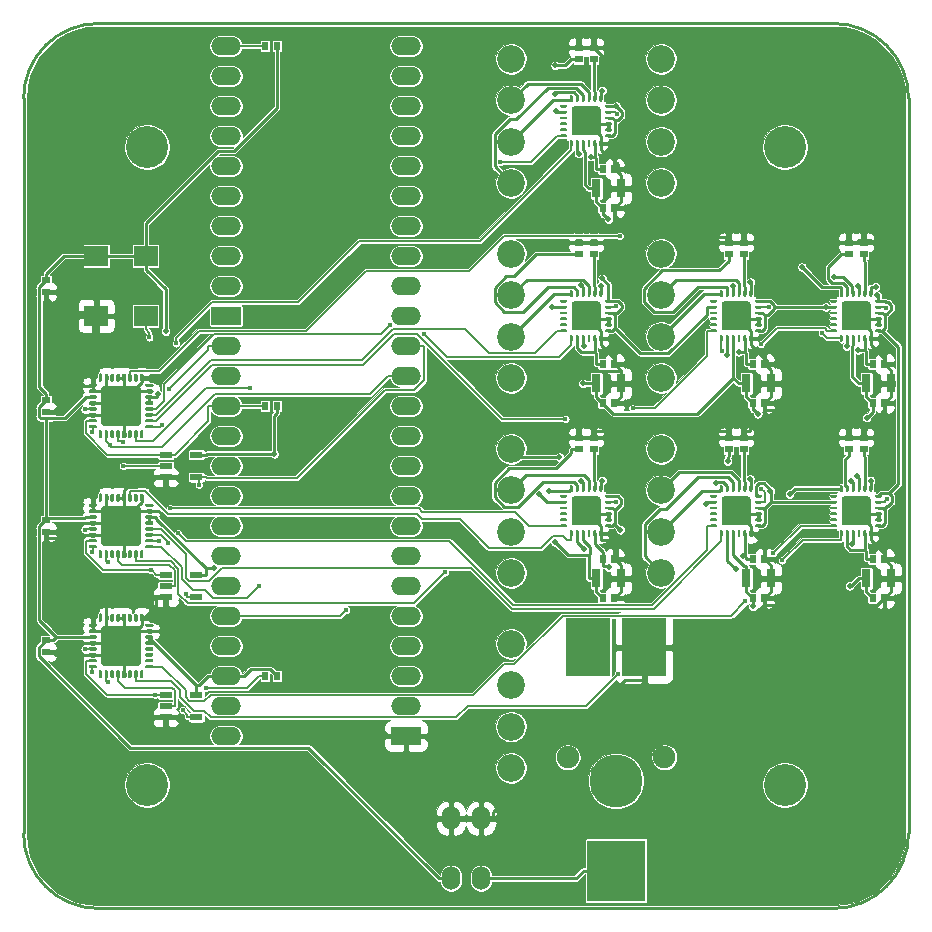
<source format=gtl>
G04 #@! TF.GenerationSoftware,KiCad,Pcbnew,6.0.0-rc1-unknown-4a641ec~66~ubuntu18.04.1*
G04 #@! TF.CreationDate,2019-02-05T16:16:11-05:00
G04 #@! TF.ProjectId,ethoscope_stepper_controller_3x3,6574686f-7363-46f7-9065-5f7374657070,1.1*
G04 #@! TF.SameCoordinates,Original*
G04 #@! TF.FileFunction,Copper,L1,Top*
G04 #@! TF.FilePolarity,Positive*
%FSLAX46Y46*%
G04 Gerber Fmt 4.6, Leading zero omitted, Abs format (unit mm)*
G04 Created by KiCad (PCBNEW 6.0.0-rc1-unknown-4a641ec~66~ubuntu18.04.1) date 2019-02-05 16:16:11*
%MOMM*%
%LPD*%
G04 APERTURE LIST*
%ADD10C,0.228600*%
%ADD11C,0.100000*%
%ADD12C,2.450000*%
%ADD13C,0.250000*%
%ADD14C,3.400001*%
%ADD15C,0.300000*%
%ADD16R,1.100000X0.600000*%
%ADD17C,2.340000*%
%ADD18R,3.750000X5.000000*%
%ADD19R,5.000000X5.200000*%
%ADD20C,1.900000*%
%ADD21C,4.500000*%
%ADD22O,2.540000X1.524000*%
%ADD23R,2.540000X1.524000*%
%ADD24R,2.000000X1.800000*%
%ADD25C,3.556000*%
%ADD26R,0.787400X1.600200*%
%ADD27R,0.700000X0.600000*%
%ADD28R,0.600000X0.700000*%
%ADD29O,1.524000X2.032000*%
%ADD30C,0.508000*%
%ADD31C,0.406400*%
%ADD32C,0.254000*%
%ADD33C,0.203200*%
%ADD34C,0.101600*%
G04 APERTURE END LIST*
D10*
X189865000Y-132715000D02*
X189865000Y-70485000D01*
X121285000Y-139065000D02*
X183515000Y-139065000D01*
X114935000Y-70485000D02*
X114935000Y-132715000D01*
X121285000Y-64135000D02*
X183515000Y-64135000D01*
X189865000Y-132715000D02*
G75*
G02X183515000Y-139065000I-6350000J0D01*
G01*
X121285000Y-139065000D02*
G75*
G02X114935000Y-132715000I0J6350000D01*
G01*
X183515000Y-64135000D02*
G75*
G02X189865000Y-70485000I0J-6350000D01*
G01*
X114935000Y-70485000D02*
G75*
G02X121285000Y-64135000I6350000J0D01*
G01*
D11*
G36*
X163564014Y-71166180D02*
G01*
X163587797Y-71169708D01*
X163611120Y-71175550D01*
X163633757Y-71183650D01*
X163655492Y-71193929D01*
X163676115Y-71206290D01*
X163695426Y-71220612D01*
X163713241Y-71236759D01*
X163729388Y-71254574D01*
X163743710Y-71273885D01*
X163756071Y-71294508D01*
X163766350Y-71316243D01*
X163774450Y-71338880D01*
X163780292Y-71362203D01*
X163783820Y-71385986D01*
X163785000Y-71410000D01*
X163785000Y-73370000D01*
X163783820Y-73394014D01*
X163780292Y-73417797D01*
X163774450Y-73441120D01*
X163766350Y-73463757D01*
X163756071Y-73485492D01*
X163743710Y-73506115D01*
X163729388Y-73525426D01*
X163713241Y-73543241D01*
X163695426Y-73559388D01*
X163676115Y-73573710D01*
X163655492Y-73586071D01*
X163633757Y-73596350D01*
X163611120Y-73604450D01*
X163587797Y-73610292D01*
X163564014Y-73613820D01*
X163540000Y-73615000D01*
X161580000Y-73615000D01*
X161555986Y-73613820D01*
X161532203Y-73610292D01*
X161508880Y-73604450D01*
X161486243Y-73596350D01*
X161464508Y-73586071D01*
X161443885Y-73573710D01*
X161424574Y-73559388D01*
X161406759Y-73543241D01*
X161390612Y-73525426D01*
X161376290Y-73506115D01*
X161363929Y-73485492D01*
X161353650Y-73463757D01*
X161345550Y-73441120D01*
X161339708Y-73417797D01*
X161336180Y-73394014D01*
X161335000Y-73370000D01*
X161335000Y-71410000D01*
X161336180Y-71385986D01*
X161339708Y-71362203D01*
X161345550Y-71338880D01*
X161353650Y-71316243D01*
X161363929Y-71294508D01*
X161376290Y-71273885D01*
X161390612Y-71254574D01*
X161406759Y-71236759D01*
X161424574Y-71220612D01*
X161443885Y-71206290D01*
X161464508Y-71193929D01*
X161486243Y-71183650D01*
X161508880Y-71175550D01*
X161532203Y-71169708D01*
X161555986Y-71166180D01*
X161580000Y-71165000D01*
X163540000Y-71165000D01*
X163564014Y-71166180D01*
X163564014Y-71166180D01*
G37*
D12*
X162560000Y-72390000D03*
D11*
G36*
X164647252Y-73515601D02*
G01*
X164659386Y-73517401D01*
X164671286Y-73520381D01*
X164682835Y-73524514D01*
X164693925Y-73529759D01*
X164704446Y-73536065D01*
X164714299Y-73543373D01*
X164723388Y-73551611D01*
X164731626Y-73560700D01*
X164738934Y-73570553D01*
X164745240Y-73581074D01*
X164750485Y-73592164D01*
X164754618Y-73603713D01*
X164757598Y-73615613D01*
X164759398Y-73627747D01*
X164760000Y-73639999D01*
X164760000Y-73640001D01*
X164759398Y-73652253D01*
X164757598Y-73664387D01*
X164754618Y-73676287D01*
X164750485Y-73687836D01*
X164745240Y-73698926D01*
X164738934Y-73709447D01*
X164731626Y-73719300D01*
X164723388Y-73728389D01*
X164714299Y-73736627D01*
X164704446Y-73743935D01*
X164693925Y-73750241D01*
X164682835Y-73755486D01*
X164671286Y-73759619D01*
X164659386Y-73762599D01*
X164647252Y-73764399D01*
X164635000Y-73765001D01*
X164285000Y-73765001D01*
X164272748Y-73764399D01*
X164260614Y-73762599D01*
X164248714Y-73759619D01*
X164237165Y-73755486D01*
X164226075Y-73750241D01*
X164215554Y-73743935D01*
X164205701Y-73736627D01*
X164196612Y-73728389D01*
X164188374Y-73719300D01*
X164181066Y-73709447D01*
X164174760Y-73698926D01*
X164169515Y-73687836D01*
X164165382Y-73676287D01*
X164162402Y-73664387D01*
X164160602Y-73652253D01*
X164160000Y-73640001D01*
X164160000Y-73639999D01*
X164160602Y-73627747D01*
X164162402Y-73615613D01*
X164165382Y-73603713D01*
X164169515Y-73592164D01*
X164174760Y-73581074D01*
X164181066Y-73570553D01*
X164188374Y-73560700D01*
X164196612Y-73551611D01*
X164205701Y-73543373D01*
X164215554Y-73536065D01*
X164226075Y-73529759D01*
X164237165Y-73524514D01*
X164248714Y-73520381D01*
X164260614Y-73517401D01*
X164272748Y-73515601D01*
X164285000Y-73514999D01*
X164635000Y-73514999D01*
X164647252Y-73515601D01*
X164647252Y-73515601D01*
G37*
D13*
X164460000Y-73640000D03*
D11*
G36*
X164647252Y-73015601D02*
G01*
X164659386Y-73017401D01*
X164671286Y-73020381D01*
X164682835Y-73024514D01*
X164693925Y-73029759D01*
X164704446Y-73036065D01*
X164714299Y-73043373D01*
X164723388Y-73051611D01*
X164731626Y-73060700D01*
X164738934Y-73070553D01*
X164745240Y-73081074D01*
X164750485Y-73092164D01*
X164754618Y-73103713D01*
X164757598Y-73115613D01*
X164759398Y-73127747D01*
X164760000Y-73139999D01*
X164760000Y-73140001D01*
X164759398Y-73152253D01*
X164757598Y-73164387D01*
X164754618Y-73176287D01*
X164750485Y-73187836D01*
X164745240Y-73198926D01*
X164738934Y-73209447D01*
X164731626Y-73219300D01*
X164723388Y-73228389D01*
X164714299Y-73236627D01*
X164704446Y-73243935D01*
X164693925Y-73250241D01*
X164682835Y-73255486D01*
X164671286Y-73259619D01*
X164659386Y-73262599D01*
X164647252Y-73264399D01*
X164635000Y-73265001D01*
X164285000Y-73265001D01*
X164272748Y-73264399D01*
X164260614Y-73262599D01*
X164248714Y-73259619D01*
X164237165Y-73255486D01*
X164226075Y-73250241D01*
X164215554Y-73243935D01*
X164205701Y-73236627D01*
X164196612Y-73228389D01*
X164188374Y-73219300D01*
X164181066Y-73209447D01*
X164174760Y-73198926D01*
X164169515Y-73187836D01*
X164165382Y-73176287D01*
X164162402Y-73164387D01*
X164160602Y-73152253D01*
X164160000Y-73140001D01*
X164160000Y-73139999D01*
X164160602Y-73127747D01*
X164162402Y-73115613D01*
X164165382Y-73103713D01*
X164169515Y-73092164D01*
X164174760Y-73081074D01*
X164181066Y-73070553D01*
X164188374Y-73060700D01*
X164196612Y-73051611D01*
X164205701Y-73043373D01*
X164215554Y-73036065D01*
X164226075Y-73029759D01*
X164237165Y-73024514D01*
X164248714Y-73020381D01*
X164260614Y-73017401D01*
X164272748Y-73015601D01*
X164285000Y-73014999D01*
X164635000Y-73014999D01*
X164647252Y-73015601D01*
X164647252Y-73015601D01*
G37*
D13*
X164460000Y-73140000D03*
D11*
G36*
X164647252Y-72515601D02*
G01*
X164659386Y-72517401D01*
X164671286Y-72520381D01*
X164682835Y-72524514D01*
X164693925Y-72529759D01*
X164704446Y-72536065D01*
X164714299Y-72543373D01*
X164723388Y-72551611D01*
X164731626Y-72560700D01*
X164738934Y-72570553D01*
X164745240Y-72581074D01*
X164750485Y-72592164D01*
X164754618Y-72603713D01*
X164757598Y-72615613D01*
X164759398Y-72627747D01*
X164760000Y-72639999D01*
X164760000Y-72640001D01*
X164759398Y-72652253D01*
X164757598Y-72664387D01*
X164754618Y-72676287D01*
X164750485Y-72687836D01*
X164745240Y-72698926D01*
X164738934Y-72709447D01*
X164731626Y-72719300D01*
X164723388Y-72728389D01*
X164714299Y-72736627D01*
X164704446Y-72743935D01*
X164693925Y-72750241D01*
X164682835Y-72755486D01*
X164671286Y-72759619D01*
X164659386Y-72762599D01*
X164647252Y-72764399D01*
X164635000Y-72765001D01*
X164285000Y-72765001D01*
X164272748Y-72764399D01*
X164260614Y-72762599D01*
X164248714Y-72759619D01*
X164237165Y-72755486D01*
X164226075Y-72750241D01*
X164215554Y-72743935D01*
X164205701Y-72736627D01*
X164196612Y-72728389D01*
X164188374Y-72719300D01*
X164181066Y-72709447D01*
X164174760Y-72698926D01*
X164169515Y-72687836D01*
X164165382Y-72676287D01*
X164162402Y-72664387D01*
X164160602Y-72652253D01*
X164160000Y-72640001D01*
X164160000Y-72639999D01*
X164160602Y-72627747D01*
X164162402Y-72615613D01*
X164165382Y-72603713D01*
X164169515Y-72592164D01*
X164174760Y-72581074D01*
X164181066Y-72570553D01*
X164188374Y-72560700D01*
X164196612Y-72551611D01*
X164205701Y-72543373D01*
X164215554Y-72536065D01*
X164226075Y-72529759D01*
X164237165Y-72524514D01*
X164248714Y-72520381D01*
X164260614Y-72517401D01*
X164272748Y-72515601D01*
X164285000Y-72514999D01*
X164635000Y-72514999D01*
X164647252Y-72515601D01*
X164647252Y-72515601D01*
G37*
D13*
X164460000Y-72640000D03*
D11*
G36*
X164647252Y-72015601D02*
G01*
X164659386Y-72017401D01*
X164671286Y-72020381D01*
X164682835Y-72024514D01*
X164693925Y-72029759D01*
X164704446Y-72036065D01*
X164714299Y-72043373D01*
X164723388Y-72051611D01*
X164731626Y-72060700D01*
X164738934Y-72070553D01*
X164745240Y-72081074D01*
X164750485Y-72092164D01*
X164754618Y-72103713D01*
X164757598Y-72115613D01*
X164759398Y-72127747D01*
X164760000Y-72139999D01*
X164760000Y-72140001D01*
X164759398Y-72152253D01*
X164757598Y-72164387D01*
X164754618Y-72176287D01*
X164750485Y-72187836D01*
X164745240Y-72198926D01*
X164738934Y-72209447D01*
X164731626Y-72219300D01*
X164723388Y-72228389D01*
X164714299Y-72236627D01*
X164704446Y-72243935D01*
X164693925Y-72250241D01*
X164682835Y-72255486D01*
X164671286Y-72259619D01*
X164659386Y-72262599D01*
X164647252Y-72264399D01*
X164635000Y-72265001D01*
X164285000Y-72265001D01*
X164272748Y-72264399D01*
X164260614Y-72262599D01*
X164248714Y-72259619D01*
X164237165Y-72255486D01*
X164226075Y-72250241D01*
X164215554Y-72243935D01*
X164205701Y-72236627D01*
X164196612Y-72228389D01*
X164188374Y-72219300D01*
X164181066Y-72209447D01*
X164174760Y-72198926D01*
X164169515Y-72187836D01*
X164165382Y-72176287D01*
X164162402Y-72164387D01*
X164160602Y-72152253D01*
X164160000Y-72140001D01*
X164160000Y-72139999D01*
X164160602Y-72127747D01*
X164162402Y-72115613D01*
X164165382Y-72103713D01*
X164169515Y-72092164D01*
X164174760Y-72081074D01*
X164181066Y-72070553D01*
X164188374Y-72060700D01*
X164196612Y-72051611D01*
X164205701Y-72043373D01*
X164215554Y-72036065D01*
X164226075Y-72029759D01*
X164237165Y-72024514D01*
X164248714Y-72020381D01*
X164260614Y-72017401D01*
X164272748Y-72015601D01*
X164285000Y-72014999D01*
X164635000Y-72014999D01*
X164647252Y-72015601D01*
X164647252Y-72015601D01*
G37*
D13*
X164460000Y-72140000D03*
D11*
G36*
X164647252Y-71515601D02*
G01*
X164659386Y-71517401D01*
X164671286Y-71520381D01*
X164682835Y-71524514D01*
X164693925Y-71529759D01*
X164704446Y-71536065D01*
X164714299Y-71543373D01*
X164723388Y-71551611D01*
X164731626Y-71560700D01*
X164738934Y-71570553D01*
X164745240Y-71581074D01*
X164750485Y-71592164D01*
X164754618Y-71603713D01*
X164757598Y-71615613D01*
X164759398Y-71627747D01*
X164760000Y-71639999D01*
X164760000Y-71640001D01*
X164759398Y-71652253D01*
X164757598Y-71664387D01*
X164754618Y-71676287D01*
X164750485Y-71687836D01*
X164745240Y-71698926D01*
X164738934Y-71709447D01*
X164731626Y-71719300D01*
X164723388Y-71728389D01*
X164714299Y-71736627D01*
X164704446Y-71743935D01*
X164693925Y-71750241D01*
X164682835Y-71755486D01*
X164671286Y-71759619D01*
X164659386Y-71762599D01*
X164647252Y-71764399D01*
X164635000Y-71765001D01*
X164285000Y-71765001D01*
X164272748Y-71764399D01*
X164260614Y-71762599D01*
X164248714Y-71759619D01*
X164237165Y-71755486D01*
X164226075Y-71750241D01*
X164215554Y-71743935D01*
X164205701Y-71736627D01*
X164196612Y-71728389D01*
X164188374Y-71719300D01*
X164181066Y-71709447D01*
X164174760Y-71698926D01*
X164169515Y-71687836D01*
X164165382Y-71676287D01*
X164162402Y-71664387D01*
X164160602Y-71652253D01*
X164160000Y-71640001D01*
X164160000Y-71639999D01*
X164160602Y-71627747D01*
X164162402Y-71615613D01*
X164165382Y-71603713D01*
X164169515Y-71592164D01*
X164174760Y-71581074D01*
X164181066Y-71570553D01*
X164188374Y-71560700D01*
X164196612Y-71551611D01*
X164205701Y-71543373D01*
X164215554Y-71536065D01*
X164226075Y-71529759D01*
X164237165Y-71524514D01*
X164248714Y-71520381D01*
X164260614Y-71517401D01*
X164272748Y-71515601D01*
X164285000Y-71514999D01*
X164635000Y-71514999D01*
X164647252Y-71515601D01*
X164647252Y-71515601D01*
G37*
D13*
X164460000Y-71640000D03*
D11*
G36*
X164647252Y-71015601D02*
G01*
X164659386Y-71017401D01*
X164671286Y-71020381D01*
X164682835Y-71024514D01*
X164693925Y-71029759D01*
X164704446Y-71036065D01*
X164714299Y-71043373D01*
X164723388Y-71051611D01*
X164731626Y-71060700D01*
X164738934Y-71070553D01*
X164745240Y-71081074D01*
X164750485Y-71092164D01*
X164754618Y-71103713D01*
X164757598Y-71115613D01*
X164759398Y-71127747D01*
X164760000Y-71139999D01*
X164760000Y-71140001D01*
X164759398Y-71152253D01*
X164757598Y-71164387D01*
X164754618Y-71176287D01*
X164750485Y-71187836D01*
X164745240Y-71198926D01*
X164738934Y-71209447D01*
X164731626Y-71219300D01*
X164723388Y-71228389D01*
X164714299Y-71236627D01*
X164704446Y-71243935D01*
X164693925Y-71250241D01*
X164682835Y-71255486D01*
X164671286Y-71259619D01*
X164659386Y-71262599D01*
X164647252Y-71264399D01*
X164635000Y-71265001D01*
X164285000Y-71265001D01*
X164272748Y-71264399D01*
X164260614Y-71262599D01*
X164248714Y-71259619D01*
X164237165Y-71255486D01*
X164226075Y-71250241D01*
X164215554Y-71243935D01*
X164205701Y-71236627D01*
X164196612Y-71228389D01*
X164188374Y-71219300D01*
X164181066Y-71209447D01*
X164174760Y-71198926D01*
X164169515Y-71187836D01*
X164165382Y-71176287D01*
X164162402Y-71164387D01*
X164160602Y-71152253D01*
X164160000Y-71140001D01*
X164160000Y-71139999D01*
X164160602Y-71127747D01*
X164162402Y-71115613D01*
X164165382Y-71103713D01*
X164169515Y-71092164D01*
X164174760Y-71081074D01*
X164181066Y-71070553D01*
X164188374Y-71060700D01*
X164196612Y-71051611D01*
X164205701Y-71043373D01*
X164215554Y-71036065D01*
X164226075Y-71029759D01*
X164237165Y-71024514D01*
X164248714Y-71020381D01*
X164260614Y-71017401D01*
X164272748Y-71015601D01*
X164285000Y-71014999D01*
X164635000Y-71014999D01*
X164647252Y-71015601D01*
X164647252Y-71015601D01*
G37*
D13*
X164460000Y-71140000D03*
D11*
G36*
X160847252Y-71015601D02*
G01*
X160859386Y-71017401D01*
X160871286Y-71020381D01*
X160882835Y-71024514D01*
X160893925Y-71029759D01*
X160904446Y-71036065D01*
X160914299Y-71043373D01*
X160923388Y-71051611D01*
X160931626Y-71060700D01*
X160938934Y-71070553D01*
X160945240Y-71081074D01*
X160950485Y-71092164D01*
X160954618Y-71103713D01*
X160957598Y-71115613D01*
X160959398Y-71127747D01*
X160960000Y-71139999D01*
X160960000Y-71140001D01*
X160959398Y-71152253D01*
X160957598Y-71164387D01*
X160954618Y-71176287D01*
X160950485Y-71187836D01*
X160945240Y-71198926D01*
X160938934Y-71209447D01*
X160931626Y-71219300D01*
X160923388Y-71228389D01*
X160914299Y-71236627D01*
X160904446Y-71243935D01*
X160893925Y-71250241D01*
X160882835Y-71255486D01*
X160871286Y-71259619D01*
X160859386Y-71262599D01*
X160847252Y-71264399D01*
X160835000Y-71265001D01*
X160485000Y-71265001D01*
X160472748Y-71264399D01*
X160460614Y-71262599D01*
X160448714Y-71259619D01*
X160437165Y-71255486D01*
X160426075Y-71250241D01*
X160415554Y-71243935D01*
X160405701Y-71236627D01*
X160396612Y-71228389D01*
X160388374Y-71219300D01*
X160381066Y-71209447D01*
X160374760Y-71198926D01*
X160369515Y-71187836D01*
X160365382Y-71176287D01*
X160362402Y-71164387D01*
X160360602Y-71152253D01*
X160360000Y-71140001D01*
X160360000Y-71139999D01*
X160360602Y-71127747D01*
X160362402Y-71115613D01*
X160365382Y-71103713D01*
X160369515Y-71092164D01*
X160374760Y-71081074D01*
X160381066Y-71070553D01*
X160388374Y-71060700D01*
X160396612Y-71051611D01*
X160405701Y-71043373D01*
X160415554Y-71036065D01*
X160426075Y-71029759D01*
X160437165Y-71024514D01*
X160448714Y-71020381D01*
X160460614Y-71017401D01*
X160472748Y-71015601D01*
X160485000Y-71014999D01*
X160835000Y-71014999D01*
X160847252Y-71015601D01*
X160847252Y-71015601D01*
G37*
D13*
X160660000Y-71140000D03*
D11*
G36*
X160847252Y-71515601D02*
G01*
X160859386Y-71517401D01*
X160871286Y-71520381D01*
X160882835Y-71524514D01*
X160893925Y-71529759D01*
X160904446Y-71536065D01*
X160914299Y-71543373D01*
X160923388Y-71551611D01*
X160931626Y-71560700D01*
X160938934Y-71570553D01*
X160945240Y-71581074D01*
X160950485Y-71592164D01*
X160954618Y-71603713D01*
X160957598Y-71615613D01*
X160959398Y-71627747D01*
X160960000Y-71639999D01*
X160960000Y-71640001D01*
X160959398Y-71652253D01*
X160957598Y-71664387D01*
X160954618Y-71676287D01*
X160950485Y-71687836D01*
X160945240Y-71698926D01*
X160938934Y-71709447D01*
X160931626Y-71719300D01*
X160923388Y-71728389D01*
X160914299Y-71736627D01*
X160904446Y-71743935D01*
X160893925Y-71750241D01*
X160882835Y-71755486D01*
X160871286Y-71759619D01*
X160859386Y-71762599D01*
X160847252Y-71764399D01*
X160835000Y-71765001D01*
X160485000Y-71765001D01*
X160472748Y-71764399D01*
X160460614Y-71762599D01*
X160448714Y-71759619D01*
X160437165Y-71755486D01*
X160426075Y-71750241D01*
X160415554Y-71743935D01*
X160405701Y-71736627D01*
X160396612Y-71728389D01*
X160388374Y-71719300D01*
X160381066Y-71709447D01*
X160374760Y-71698926D01*
X160369515Y-71687836D01*
X160365382Y-71676287D01*
X160362402Y-71664387D01*
X160360602Y-71652253D01*
X160360000Y-71640001D01*
X160360000Y-71639999D01*
X160360602Y-71627747D01*
X160362402Y-71615613D01*
X160365382Y-71603713D01*
X160369515Y-71592164D01*
X160374760Y-71581074D01*
X160381066Y-71570553D01*
X160388374Y-71560700D01*
X160396612Y-71551611D01*
X160405701Y-71543373D01*
X160415554Y-71536065D01*
X160426075Y-71529759D01*
X160437165Y-71524514D01*
X160448714Y-71520381D01*
X160460614Y-71517401D01*
X160472748Y-71515601D01*
X160485000Y-71514999D01*
X160835000Y-71514999D01*
X160847252Y-71515601D01*
X160847252Y-71515601D01*
G37*
D13*
X160660000Y-71640000D03*
D11*
G36*
X160847252Y-72015601D02*
G01*
X160859386Y-72017401D01*
X160871286Y-72020381D01*
X160882835Y-72024514D01*
X160893925Y-72029759D01*
X160904446Y-72036065D01*
X160914299Y-72043373D01*
X160923388Y-72051611D01*
X160931626Y-72060700D01*
X160938934Y-72070553D01*
X160945240Y-72081074D01*
X160950485Y-72092164D01*
X160954618Y-72103713D01*
X160957598Y-72115613D01*
X160959398Y-72127747D01*
X160960000Y-72139999D01*
X160960000Y-72140001D01*
X160959398Y-72152253D01*
X160957598Y-72164387D01*
X160954618Y-72176287D01*
X160950485Y-72187836D01*
X160945240Y-72198926D01*
X160938934Y-72209447D01*
X160931626Y-72219300D01*
X160923388Y-72228389D01*
X160914299Y-72236627D01*
X160904446Y-72243935D01*
X160893925Y-72250241D01*
X160882835Y-72255486D01*
X160871286Y-72259619D01*
X160859386Y-72262599D01*
X160847252Y-72264399D01*
X160835000Y-72265001D01*
X160485000Y-72265001D01*
X160472748Y-72264399D01*
X160460614Y-72262599D01*
X160448714Y-72259619D01*
X160437165Y-72255486D01*
X160426075Y-72250241D01*
X160415554Y-72243935D01*
X160405701Y-72236627D01*
X160396612Y-72228389D01*
X160388374Y-72219300D01*
X160381066Y-72209447D01*
X160374760Y-72198926D01*
X160369515Y-72187836D01*
X160365382Y-72176287D01*
X160362402Y-72164387D01*
X160360602Y-72152253D01*
X160360000Y-72140001D01*
X160360000Y-72139999D01*
X160360602Y-72127747D01*
X160362402Y-72115613D01*
X160365382Y-72103713D01*
X160369515Y-72092164D01*
X160374760Y-72081074D01*
X160381066Y-72070553D01*
X160388374Y-72060700D01*
X160396612Y-72051611D01*
X160405701Y-72043373D01*
X160415554Y-72036065D01*
X160426075Y-72029759D01*
X160437165Y-72024514D01*
X160448714Y-72020381D01*
X160460614Y-72017401D01*
X160472748Y-72015601D01*
X160485000Y-72014999D01*
X160835000Y-72014999D01*
X160847252Y-72015601D01*
X160847252Y-72015601D01*
G37*
D13*
X160660000Y-72140000D03*
D11*
G36*
X160847252Y-72515601D02*
G01*
X160859386Y-72517401D01*
X160871286Y-72520381D01*
X160882835Y-72524514D01*
X160893925Y-72529759D01*
X160904446Y-72536065D01*
X160914299Y-72543373D01*
X160923388Y-72551611D01*
X160931626Y-72560700D01*
X160938934Y-72570553D01*
X160945240Y-72581074D01*
X160950485Y-72592164D01*
X160954618Y-72603713D01*
X160957598Y-72615613D01*
X160959398Y-72627747D01*
X160960000Y-72639999D01*
X160960000Y-72640001D01*
X160959398Y-72652253D01*
X160957598Y-72664387D01*
X160954618Y-72676287D01*
X160950485Y-72687836D01*
X160945240Y-72698926D01*
X160938934Y-72709447D01*
X160931626Y-72719300D01*
X160923388Y-72728389D01*
X160914299Y-72736627D01*
X160904446Y-72743935D01*
X160893925Y-72750241D01*
X160882835Y-72755486D01*
X160871286Y-72759619D01*
X160859386Y-72762599D01*
X160847252Y-72764399D01*
X160835000Y-72765001D01*
X160485000Y-72765001D01*
X160472748Y-72764399D01*
X160460614Y-72762599D01*
X160448714Y-72759619D01*
X160437165Y-72755486D01*
X160426075Y-72750241D01*
X160415554Y-72743935D01*
X160405701Y-72736627D01*
X160396612Y-72728389D01*
X160388374Y-72719300D01*
X160381066Y-72709447D01*
X160374760Y-72698926D01*
X160369515Y-72687836D01*
X160365382Y-72676287D01*
X160362402Y-72664387D01*
X160360602Y-72652253D01*
X160360000Y-72640001D01*
X160360000Y-72639999D01*
X160360602Y-72627747D01*
X160362402Y-72615613D01*
X160365382Y-72603713D01*
X160369515Y-72592164D01*
X160374760Y-72581074D01*
X160381066Y-72570553D01*
X160388374Y-72560700D01*
X160396612Y-72551611D01*
X160405701Y-72543373D01*
X160415554Y-72536065D01*
X160426075Y-72529759D01*
X160437165Y-72524514D01*
X160448714Y-72520381D01*
X160460614Y-72517401D01*
X160472748Y-72515601D01*
X160485000Y-72514999D01*
X160835000Y-72514999D01*
X160847252Y-72515601D01*
X160847252Y-72515601D01*
G37*
D13*
X160660000Y-72640000D03*
D11*
G36*
X160847252Y-73015601D02*
G01*
X160859386Y-73017401D01*
X160871286Y-73020381D01*
X160882835Y-73024514D01*
X160893925Y-73029759D01*
X160904446Y-73036065D01*
X160914299Y-73043373D01*
X160923388Y-73051611D01*
X160931626Y-73060700D01*
X160938934Y-73070553D01*
X160945240Y-73081074D01*
X160950485Y-73092164D01*
X160954618Y-73103713D01*
X160957598Y-73115613D01*
X160959398Y-73127747D01*
X160960000Y-73139999D01*
X160960000Y-73140001D01*
X160959398Y-73152253D01*
X160957598Y-73164387D01*
X160954618Y-73176287D01*
X160950485Y-73187836D01*
X160945240Y-73198926D01*
X160938934Y-73209447D01*
X160931626Y-73219300D01*
X160923388Y-73228389D01*
X160914299Y-73236627D01*
X160904446Y-73243935D01*
X160893925Y-73250241D01*
X160882835Y-73255486D01*
X160871286Y-73259619D01*
X160859386Y-73262599D01*
X160847252Y-73264399D01*
X160835000Y-73265001D01*
X160485000Y-73265001D01*
X160472748Y-73264399D01*
X160460614Y-73262599D01*
X160448714Y-73259619D01*
X160437165Y-73255486D01*
X160426075Y-73250241D01*
X160415554Y-73243935D01*
X160405701Y-73236627D01*
X160396612Y-73228389D01*
X160388374Y-73219300D01*
X160381066Y-73209447D01*
X160374760Y-73198926D01*
X160369515Y-73187836D01*
X160365382Y-73176287D01*
X160362402Y-73164387D01*
X160360602Y-73152253D01*
X160360000Y-73140001D01*
X160360000Y-73139999D01*
X160360602Y-73127747D01*
X160362402Y-73115613D01*
X160365382Y-73103713D01*
X160369515Y-73092164D01*
X160374760Y-73081074D01*
X160381066Y-73070553D01*
X160388374Y-73060700D01*
X160396612Y-73051611D01*
X160405701Y-73043373D01*
X160415554Y-73036065D01*
X160426075Y-73029759D01*
X160437165Y-73024514D01*
X160448714Y-73020381D01*
X160460614Y-73017401D01*
X160472748Y-73015601D01*
X160485000Y-73014999D01*
X160835000Y-73014999D01*
X160847252Y-73015601D01*
X160847252Y-73015601D01*
G37*
D13*
X160660000Y-73140000D03*
D11*
G36*
X160847252Y-73515601D02*
G01*
X160859386Y-73517401D01*
X160871286Y-73520381D01*
X160882835Y-73524514D01*
X160893925Y-73529759D01*
X160904446Y-73536065D01*
X160914299Y-73543373D01*
X160923388Y-73551611D01*
X160931626Y-73560700D01*
X160938934Y-73570553D01*
X160945240Y-73581074D01*
X160950485Y-73592164D01*
X160954618Y-73603713D01*
X160957598Y-73615613D01*
X160959398Y-73627747D01*
X160960000Y-73639999D01*
X160960000Y-73640001D01*
X160959398Y-73652253D01*
X160957598Y-73664387D01*
X160954618Y-73676287D01*
X160950485Y-73687836D01*
X160945240Y-73698926D01*
X160938934Y-73709447D01*
X160931626Y-73719300D01*
X160923388Y-73728389D01*
X160914299Y-73736627D01*
X160904446Y-73743935D01*
X160893925Y-73750241D01*
X160882835Y-73755486D01*
X160871286Y-73759619D01*
X160859386Y-73762599D01*
X160847252Y-73764399D01*
X160835000Y-73765001D01*
X160485000Y-73765001D01*
X160472748Y-73764399D01*
X160460614Y-73762599D01*
X160448714Y-73759619D01*
X160437165Y-73755486D01*
X160426075Y-73750241D01*
X160415554Y-73743935D01*
X160405701Y-73736627D01*
X160396612Y-73728389D01*
X160388374Y-73719300D01*
X160381066Y-73709447D01*
X160374760Y-73698926D01*
X160369515Y-73687836D01*
X160365382Y-73676287D01*
X160362402Y-73664387D01*
X160360602Y-73652253D01*
X160360000Y-73640001D01*
X160360000Y-73639999D01*
X160360602Y-73627747D01*
X160362402Y-73615613D01*
X160365382Y-73603713D01*
X160369515Y-73592164D01*
X160374760Y-73581074D01*
X160381066Y-73570553D01*
X160388374Y-73560700D01*
X160396612Y-73551611D01*
X160405701Y-73543373D01*
X160415554Y-73536065D01*
X160426075Y-73529759D01*
X160437165Y-73524514D01*
X160448714Y-73520381D01*
X160460614Y-73517401D01*
X160472748Y-73515601D01*
X160485000Y-73514999D01*
X160835000Y-73514999D01*
X160847252Y-73515601D01*
X160847252Y-73515601D01*
G37*
D13*
X160660000Y-73640000D03*
D11*
G36*
X163822253Y-70190602D02*
G01*
X163834387Y-70192402D01*
X163846287Y-70195382D01*
X163857836Y-70199515D01*
X163868926Y-70204760D01*
X163879447Y-70211066D01*
X163889300Y-70218374D01*
X163898389Y-70226612D01*
X163906627Y-70235701D01*
X163913935Y-70245554D01*
X163920241Y-70256075D01*
X163925486Y-70267165D01*
X163929619Y-70278714D01*
X163932599Y-70290614D01*
X163934399Y-70302748D01*
X163935001Y-70315000D01*
X163935001Y-70665000D01*
X163934399Y-70677252D01*
X163932599Y-70689386D01*
X163929619Y-70701286D01*
X163925486Y-70712835D01*
X163920241Y-70723925D01*
X163913935Y-70734446D01*
X163906627Y-70744299D01*
X163898389Y-70753388D01*
X163889300Y-70761626D01*
X163879447Y-70768934D01*
X163868926Y-70775240D01*
X163857836Y-70780485D01*
X163846287Y-70784618D01*
X163834387Y-70787598D01*
X163822253Y-70789398D01*
X163810001Y-70790000D01*
X163809999Y-70790000D01*
X163797747Y-70789398D01*
X163785613Y-70787598D01*
X163773713Y-70784618D01*
X163762164Y-70780485D01*
X163751074Y-70775240D01*
X163740553Y-70768934D01*
X163730700Y-70761626D01*
X163721611Y-70753388D01*
X163713373Y-70744299D01*
X163706065Y-70734446D01*
X163699759Y-70723925D01*
X163694514Y-70712835D01*
X163690381Y-70701286D01*
X163687401Y-70689386D01*
X163685601Y-70677252D01*
X163684999Y-70665000D01*
X163684999Y-70315000D01*
X163685601Y-70302748D01*
X163687401Y-70290614D01*
X163690381Y-70278714D01*
X163694514Y-70267165D01*
X163699759Y-70256075D01*
X163706065Y-70245554D01*
X163713373Y-70235701D01*
X163721611Y-70226612D01*
X163730700Y-70218374D01*
X163740553Y-70211066D01*
X163751074Y-70204760D01*
X163762164Y-70199515D01*
X163773713Y-70195382D01*
X163785613Y-70192402D01*
X163797747Y-70190602D01*
X163809999Y-70190000D01*
X163810001Y-70190000D01*
X163822253Y-70190602D01*
X163822253Y-70190602D01*
G37*
D13*
X163810000Y-70490000D03*
D11*
G36*
X163322253Y-70190602D02*
G01*
X163334387Y-70192402D01*
X163346287Y-70195382D01*
X163357836Y-70199515D01*
X163368926Y-70204760D01*
X163379447Y-70211066D01*
X163389300Y-70218374D01*
X163398389Y-70226612D01*
X163406627Y-70235701D01*
X163413935Y-70245554D01*
X163420241Y-70256075D01*
X163425486Y-70267165D01*
X163429619Y-70278714D01*
X163432599Y-70290614D01*
X163434399Y-70302748D01*
X163435001Y-70315000D01*
X163435001Y-70665000D01*
X163434399Y-70677252D01*
X163432599Y-70689386D01*
X163429619Y-70701286D01*
X163425486Y-70712835D01*
X163420241Y-70723925D01*
X163413935Y-70734446D01*
X163406627Y-70744299D01*
X163398389Y-70753388D01*
X163389300Y-70761626D01*
X163379447Y-70768934D01*
X163368926Y-70775240D01*
X163357836Y-70780485D01*
X163346287Y-70784618D01*
X163334387Y-70787598D01*
X163322253Y-70789398D01*
X163310001Y-70790000D01*
X163309999Y-70790000D01*
X163297747Y-70789398D01*
X163285613Y-70787598D01*
X163273713Y-70784618D01*
X163262164Y-70780485D01*
X163251074Y-70775240D01*
X163240553Y-70768934D01*
X163230700Y-70761626D01*
X163221611Y-70753388D01*
X163213373Y-70744299D01*
X163206065Y-70734446D01*
X163199759Y-70723925D01*
X163194514Y-70712835D01*
X163190381Y-70701286D01*
X163187401Y-70689386D01*
X163185601Y-70677252D01*
X163184999Y-70665000D01*
X163184999Y-70315000D01*
X163185601Y-70302748D01*
X163187401Y-70290614D01*
X163190381Y-70278714D01*
X163194514Y-70267165D01*
X163199759Y-70256075D01*
X163206065Y-70245554D01*
X163213373Y-70235701D01*
X163221611Y-70226612D01*
X163230700Y-70218374D01*
X163240553Y-70211066D01*
X163251074Y-70204760D01*
X163262164Y-70199515D01*
X163273713Y-70195382D01*
X163285613Y-70192402D01*
X163297747Y-70190602D01*
X163309999Y-70190000D01*
X163310001Y-70190000D01*
X163322253Y-70190602D01*
X163322253Y-70190602D01*
G37*
D13*
X163310000Y-70490000D03*
D11*
G36*
X162822253Y-70190602D02*
G01*
X162834387Y-70192402D01*
X162846287Y-70195382D01*
X162857836Y-70199515D01*
X162868926Y-70204760D01*
X162879447Y-70211066D01*
X162889300Y-70218374D01*
X162898389Y-70226612D01*
X162906627Y-70235701D01*
X162913935Y-70245554D01*
X162920241Y-70256075D01*
X162925486Y-70267165D01*
X162929619Y-70278714D01*
X162932599Y-70290614D01*
X162934399Y-70302748D01*
X162935001Y-70315000D01*
X162935001Y-70665000D01*
X162934399Y-70677252D01*
X162932599Y-70689386D01*
X162929619Y-70701286D01*
X162925486Y-70712835D01*
X162920241Y-70723925D01*
X162913935Y-70734446D01*
X162906627Y-70744299D01*
X162898389Y-70753388D01*
X162889300Y-70761626D01*
X162879447Y-70768934D01*
X162868926Y-70775240D01*
X162857836Y-70780485D01*
X162846287Y-70784618D01*
X162834387Y-70787598D01*
X162822253Y-70789398D01*
X162810001Y-70790000D01*
X162809999Y-70790000D01*
X162797747Y-70789398D01*
X162785613Y-70787598D01*
X162773713Y-70784618D01*
X162762164Y-70780485D01*
X162751074Y-70775240D01*
X162740553Y-70768934D01*
X162730700Y-70761626D01*
X162721611Y-70753388D01*
X162713373Y-70744299D01*
X162706065Y-70734446D01*
X162699759Y-70723925D01*
X162694514Y-70712835D01*
X162690381Y-70701286D01*
X162687401Y-70689386D01*
X162685601Y-70677252D01*
X162684999Y-70665000D01*
X162684999Y-70315000D01*
X162685601Y-70302748D01*
X162687401Y-70290614D01*
X162690381Y-70278714D01*
X162694514Y-70267165D01*
X162699759Y-70256075D01*
X162706065Y-70245554D01*
X162713373Y-70235701D01*
X162721611Y-70226612D01*
X162730700Y-70218374D01*
X162740553Y-70211066D01*
X162751074Y-70204760D01*
X162762164Y-70199515D01*
X162773713Y-70195382D01*
X162785613Y-70192402D01*
X162797747Y-70190602D01*
X162809999Y-70190000D01*
X162810001Y-70190000D01*
X162822253Y-70190602D01*
X162822253Y-70190602D01*
G37*
D13*
X162810000Y-70490000D03*
D11*
G36*
X162322253Y-70190602D02*
G01*
X162334387Y-70192402D01*
X162346287Y-70195382D01*
X162357836Y-70199515D01*
X162368926Y-70204760D01*
X162379447Y-70211066D01*
X162389300Y-70218374D01*
X162398389Y-70226612D01*
X162406627Y-70235701D01*
X162413935Y-70245554D01*
X162420241Y-70256075D01*
X162425486Y-70267165D01*
X162429619Y-70278714D01*
X162432599Y-70290614D01*
X162434399Y-70302748D01*
X162435001Y-70315000D01*
X162435001Y-70665000D01*
X162434399Y-70677252D01*
X162432599Y-70689386D01*
X162429619Y-70701286D01*
X162425486Y-70712835D01*
X162420241Y-70723925D01*
X162413935Y-70734446D01*
X162406627Y-70744299D01*
X162398389Y-70753388D01*
X162389300Y-70761626D01*
X162379447Y-70768934D01*
X162368926Y-70775240D01*
X162357836Y-70780485D01*
X162346287Y-70784618D01*
X162334387Y-70787598D01*
X162322253Y-70789398D01*
X162310001Y-70790000D01*
X162309999Y-70790000D01*
X162297747Y-70789398D01*
X162285613Y-70787598D01*
X162273713Y-70784618D01*
X162262164Y-70780485D01*
X162251074Y-70775240D01*
X162240553Y-70768934D01*
X162230700Y-70761626D01*
X162221611Y-70753388D01*
X162213373Y-70744299D01*
X162206065Y-70734446D01*
X162199759Y-70723925D01*
X162194514Y-70712835D01*
X162190381Y-70701286D01*
X162187401Y-70689386D01*
X162185601Y-70677252D01*
X162184999Y-70665000D01*
X162184999Y-70315000D01*
X162185601Y-70302748D01*
X162187401Y-70290614D01*
X162190381Y-70278714D01*
X162194514Y-70267165D01*
X162199759Y-70256075D01*
X162206065Y-70245554D01*
X162213373Y-70235701D01*
X162221611Y-70226612D01*
X162230700Y-70218374D01*
X162240553Y-70211066D01*
X162251074Y-70204760D01*
X162262164Y-70199515D01*
X162273713Y-70195382D01*
X162285613Y-70192402D01*
X162297747Y-70190602D01*
X162309999Y-70190000D01*
X162310001Y-70190000D01*
X162322253Y-70190602D01*
X162322253Y-70190602D01*
G37*
D13*
X162310000Y-70490000D03*
D11*
G36*
X161822253Y-70190602D02*
G01*
X161834387Y-70192402D01*
X161846287Y-70195382D01*
X161857836Y-70199515D01*
X161868926Y-70204760D01*
X161879447Y-70211066D01*
X161889300Y-70218374D01*
X161898389Y-70226612D01*
X161906627Y-70235701D01*
X161913935Y-70245554D01*
X161920241Y-70256075D01*
X161925486Y-70267165D01*
X161929619Y-70278714D01*
X161932599Y-70290614D01*
X161934399Y-70302748D01*
X161935001Y-70315000D01*
X161935001Y-70665000D01*
X161934399Y-70677252D01*
X161932599Y-70689386D01*
X161929619Y-70701286D01*
X161925486Y-70712835D01*
X161920241Y-70723925D01*
X161913935Y-70734446D01*
X161906627Y-70744299D01*
X161898389Y-70753388D01*
X161889300Y-70761626D01*
X161879447Y-70768934D01*
X161868926Y-70775240D01*
X161857836Y-70780485D01*
X161846287Y-70784618D01*
X161834387Y-70787598D01*
X161822253Y-70789398D01*
X161810001Y-70790000D01*
X161809999Y-70790000D01*
X161797747Y-70789398D01*
X161785613Y-70787598D01*
X161773713Y-70784618D01*
X161762164Y-70780485D01*
X161751074Y-70775240D01*
X161740553Y-70768934D01*
X161730700Y-70761626D01*
X161721611Y-70753388D01*
X161713373Y-70744299D01*
X161706065Y-70734446D01*
X161699759Y-70723925D01*
X161694514Y-70712835D01*
X161690381Y-70701286D01*
X161687401Y-70689386D01*
X161685601Y-70677252D01*
X161684999Y-70665000D01*
X161684999Y-70315000D01*
X161685601Y-70302748D01*
X161687401Y-70290614D01*
X161690381Y-70278714D01*
X161694514Y-70267165D01*
X161699759Y-70256075D01*
X161706065Y-70245554D01*
X161713373Y-70235701D01*
X161721611Y-70226612D01*
X161730700Y-70218374D01*
X161740553Y-70211066D01*
X161751074Y-70204760D01*
X161762164Y-70199515D01*
X161773713Y-70195382D01*
X161785613Y-70192402D01*
X161797747Y-70190602D01*
X161809999Y-70190000D01*
X161810001Y-70190000D01*
X161822253Y-70190602D01*
X161822253Y-70190602D01*
G37*
D13*
X161810000Y-70490000D03*
D11*
G36*
X161322253Y-70190602D02*
G01*
X161334387Y-70192402D01*
X161346287Y-70195382D01*
X161357836Y-70199515D01*
X161368926Y-70204760D01*
X161379447Y-70211066D01*
X161389300Y-70218374D01*
X161398389Y-70226612D01*
X161406627Y-70235701D01*
X161413935Y-70245554D01*
X161420241Y-70256075D01*
X161425486Y-70267165D01*
X161429619Y-70278714D01*
X161432599Y-70290614D01*
X161434399Y-70302748D01*
X161435001Y-70315000D01*
X161435001Y-70665000D01*
X161434399Y-70677252D01*
X161432599Y-70689386D01*
X161429619Y-70701286D01*
X161425486Y-70712835D01*
X161420241Y-70723925D01*
X161413935Y-70734446D01*
X161406627Y-70744299D01*
X161398389Y-70753388D01*
X161389300Y-70761626D01*
X161379447Y-70768934D01*
X161368926Y-70775240D01*
X161357836Y-70780485D01*
X161346287Y-70784618D01*
X161334387Y-70787598D01*
X161322253Y-70789398D01*
X161310001Y-70790000D01*
X161309999Y-70790000D01*
X161297747Y-70789398D01*
X161285613Y-70787598D01*
X161273713Y-70784618D01*
X161262164Y-70780485D01*
X161251074Y-70775240D01*
X161240553Y-70768934D01*
X161230700Y-70761626D01*
X161221611Y-70753388D01*
X161213373Y-70744299D01*
X161206065Y-70734446D01*
X161199759Y-70723925D01*
X161194514Y-70712835D01*
X161190381Y-70701286D01*
X161187401Y-70689386D01*
X161185601Y-70677252D01*
X161184999Y-70665000D01*
X161184999Y-70315000D01*
X161185601Y-70302748D01*
X161187401Y-70290614D01*
X161190381Y-70278714D01*
X161194514Y-70267165D01*
X161199759Y-70256075D01*
X161206065Y-70245554D01*
X161213373Y-70235701D01*
X161221611Y-70226612D01*
X161230700Y-70218374D01*
X161240553Y-70211066D01*
X161251074Y-70204760D01*
X161262164Y-70199515D01*
X161273713Y-70195382D01*
X161285613Y-70192402D01*
X161297747Y-70190602D01*
X161309999Y-70190000D01*
X161310001Y-70190000D01*
X161322253Y-70190602D01*
X161322253Y-70190602D01*
G37*
D13*
X161310000Y-70490000D03*
D11*
G36*
X161322253Y-73990602D02*
G01*
X161334387Y-73992402D01*
X161346287Y-73995382D01*
X161357836Y-73999515D01*
X161368926Y-74004760D01*
X161379447Y-74011066D01*
X161389300Y-74018374D01*
X161398389Y-74026612D01*
X161406627Y-74035701D01*
X161413935Y-74045554D01*
X161420241Y-74056075D01*
X161425486Y-74067165D01*
X161429619Y-74078714D01*
X161432599Y-74090614D01*
X161434399Y-74102748D01*
X161435001Y-74115000D01*
X161435001Y-74465000D01*
X161434399Y-74477252D01*
X161432599Y-74489386D01*
X161429619Y-74501286D01*
X161425486Y-74512835D01*
X161420241Y-74523925D01*
X161413935Y-74534446D01*
X161406627Y-74544299D01*
X161398389Y-74553388D01*
X161389300Y-74561626D01*
X161379447Y-74568934D01*
X161368926Y-74575240D01*
X161357836Y-74580485D01*
X161346287Y-74584618D01*
X161334387Y-74587598D01*
X161322253Y-74589398D01*
X161310001Y-74590000D01*
X161309999Y-74590000D01*
X161297747Y-74589398D01*
X161285613Y-74587598D01*
X161273713Y-74584618D01*
X161262164Y-74580485D01*
X161251074Y-74575240D01*
X161240553Y-74568934D01*
X161230700Y-74561626D01*
X161221611Y-74553388D01*
X161213373Y-74544299D01*
X161206065Y-74534446D01*
X161199759Y-74523925D01*
X161194514Y-74512835D01*
X161190381Y-74501286D01*
X161187401Y-74489386D01*
X161185601Y-74477252D01*
X161184999Y-74465000D01*
X161184999Y-74115000D01*
X161185601Y-74102748D01*
X161187401Y-74090614D01*
X161190381Y-74078714D01*
X161194514Y-74067165D01*
X161199759Y-74056075D01*
X161206065Y-74045554D01*
X161213373Y-74035701D01*
X161221611Y-74026612D01*
X161230700Y-74018374D01*
X161240553Y-74011066D01*
X161251074Y-74004760D01*
X161262164Y-73999515D01*
X161273713Y-73995382D01*
X161285613Y-73992402D01*
X161297747Y-73990602D01*
X161309999Y-73990000D01*
X161310001Y-73990000D01*
X161322253Y-73990602D01*
X161322253Y-73990602D01*
G37*
D13*
X161310000Y-74290000D03*
D11*
G36*
X161822253Y-73990602D02*
G01*
X161834387Y-73992402D01*
X161846287Y-73995382D01*
X161857836Y-73999515D01*
X161868926Y-74004760D01*
X161879447Y-74011066D01*
X161889300Y-74018374D01*
X161898389Y-74026612D01*
X161906627Y-74035701D01*
X161913935Y-74045554D01*
X161920241Y-74056075D01*
X161925486Y-74067165D01*
X161929619Y-74078714D01*
X161932599Y-74090614D01*
X161934399Y-74102748D01*
X161935001Y-74115000D01*
X161935001Y-74465000D01*
X161934399Y-74477252D01*
X161932599Y-74489386D01*
X161929619Y-74501286D01*
X161925486Y-74512835D01*
X161920241Y-74523925D01*
X161913935Y-74534446D01*
X161906627Y-74544299D01*
X161898389Y-74553388D01*
X161889300Y-74561626D01*
X161879447Y-74568934D01*
X161868926Y-74575240D01*
X161857836Y-74580485D01*
X161846287Y-74584618D01*
X161834387Y-74587598D01*
X161822253Y-74589398D01*
X161810001Y-74590000D01*
X161809999Y-74590000D01*
X161797747Y-74589398D01*
X161785613Y-74587598D01*
X161773713Y-74584618D01*
X161762164Y-74580485D01*
X161751074Y-74575240D01*
X161740553Y-74568934D01*
X161730700Y-74561626D01*
X161721611Y-74553388D01*
X161713373Y-74544299D01*
X161706065Y-74534446D01*
X161699759Y-74523925D01*
X161694514Y-74512835D01*
X161690381Y-74501286D01*
X161687401Y-74489386D01*
X161685601Y-74477252D01*
X161684999Y-74465000D01*
X161684999Y-74115000D01*
X161685601Y-74102748D01*
X161687401Y-74090614D01*
X161690381Y-74078714D01*
X161694514Y-74067165D01*
X161699759Y-74056075D01*
X161706065Y-74045554D01*
X161713373Y-74035701D01*
X161721611Y-74026612D01*
X161730700Y-74018374D01*
X161740553Y-74011066D01*
X161751074Y-74004760D01*
X161762164Y-73999515D01*
X161773713Y-73995382D01*
X161785613Y-73992402D01*
X161797747Y-73990602D01*
X161809999Y-73990000D01*
X161810001Y-73990000D01*
X161822253Y-73990602D01*
X161822253Y-73990602D01*
G37*
D13*
X161810000Y-74290000D03*
D11*
G36*
X162322253Y-73990602D02*
G01*
X162334387Y-73992402D01*
X162346287Y-73995382D01*
X162357836Y-73999515D01*
X162368926Y-74004760D01*
X162379447Y-74011066D01*
X162389300Y-74018374D01*
X162398389Y-74026612D01*
X162406627Y-74035701D01*
X162413935Y-74045554D01*
X162420241Y-74056075D01*
X162425486Y-74067165D01*
X162429619Y-74078714D01*
X162432599Y-74090614D01*
X162434399Y-74102748D01*
X162435001Y-74115000D01*
X162435001Y-74465000D01*
X162434399Y-74477252D01*
X162432599Y-74489386D01*
X162429619Y-74501286D01*
X162425486Y-74512835D01*
X162420241Y-74523925D01*
X162413935Y-74534446D01*
X162406627Y-74544299D01*
X162398389Y-74553388D01*
X162389300Y-74561626D01*
X162379447Y-74568934D01*
X162368926Y-74575240D01*
X162357836Y-74580485D01*
X162346287Y-74584618D01*
X162334387Y-74587598D01*
X162322253Y-74589398D01*
X162310001Y-74590000D01*
X162309999Y-74590000D01*
X162297747Y-74589398D01*
X162285613Y-74587598D01*
X162273713Y-74584618D01*
X162262164Y-74580485D01*
X162251074Y-74575240D01*
X162240553Y-74568934D01*
X162230700Y-74561626D01*
X162221611Y-74553388D01*
X162213373Y-74544299D01*
X162206065Y-74534446D01*
X162199759Y-74523925D01*
X162194514Y-74512835D01*
X162190381Y-74501286D01*
X162187401Y-74489386D01*
X162185601Y-74477252D01*
X162184999Y-74465000D01*
X162184999Y-74115000D01*
X162185601Y-74102748D01*
X162187401Y-74090614D01*
X162190381Y-74078714D01*
X162194514Y-74067165D01*
X162199759Y-74056075D01*
X162206065Y-74045554D01*
X162213373Y-74035701D01*
X162221611Y-74026612D01*
X162230700Y-74018374D01*
X162240553Y-74011066D01*
X162251074Y-74004760D01*
X162262164Y-73999515D01*
X162273713Y-73995382D01*
X162285613Y-73992402D01*
X162297747Y-73990602D01*
X162309999Y-73990000D01*
X162310001Y-73990000D01*
X162322253Y-73990602D01*
X162322253Y-73990602D01*
G37*
D13*
X162310000Y-74290000D03*
D11*
G36*
X162822253Y-73990602D02*
G01*
X162834387Y-73992402D01*
X162846287Y-73995382D01*
X162857836Y-73999515D01*
X162868926Y-74004760D01*
X162879447Y-74011066D01*
X162889300Y-74018374D01*
X162898389Y-74026612D01*
X162906627Y-74035701D01*
X162913935Y-74045554D01*
X162920241Y-74056075D01*
X162925486Y-74067165D01*
X162929619Y-74078714D01*
X162932599Y-74090614D01*
X162934399Y-74102748D01*
X162935001Y-74115000D01*
X162935001Y-74465000D01*
X162934399Y-74477252D01*
X162932599Y-74489386D01*
X162929619Y-74501286D01*
X162925486Y-74512835D01*
X162920241Y-74523925D01*
X162913935Y-74534446D01*
X162906627Y-74544299D01*
X162898389Y-74553388D01*
X162889300Y-74561626D01*
X162879447Y-74568934D01*
X162868926Y-74575240D01*
X162857836Y-74580485D01*
X162846287Y-74584618D01*
X162834387Y-74587598D01*
X162822253Y-74589398D01*
X162810001Y-74590000D01*
X162809999Y-74590000D01*
X162797747Y-74589398D01*
X162785613Y-74587598D01*
X162773713Y-74584618D01*
X162762164Y-74580485D01*
X162751074Y-74575240D01*
X162740553Y-74568934D01*
X162730700Y-74561626D01*
X162721611Y-74553388D01*
X162713373Y-74544299D01*
X162706065Y-74534446D01*
X162699759Y-74523925D01*
X162694514Y-74512835D01*
X162690381Y-74501286D01*
X162687401Y-74489386D01*
X162685601Y-74477252D01*
X162684999Y-74465000D01*
X162684999Y-74115000D01*
X162685601Y-74102748D01*
X162687401Y-74090614D01*
X162690381Y-74078714D01*
X162694514Y-74067165D01*
X162699759Y-74056075D01*
X162706065Y-74045554D01*
X162713373Y-74035701D01*
X162721611Y-74026612D01*
X162730700Y-74018374D01*
X162740553Y-74011066D01*
X162751074Y-74004760D01*
X162762164Y-73999515D01*
X162773713Y-73995382D01*
X162785613Y-73992402D01*
X162797747Y-73990602D01*
X162809999Y-73990000D01*
X162810001Y-73990000D01*
X162822253Y-73990602D01*
X162822253Y-73990602D01*
G37*
D13*
X162810000Y-74290000D03*
D11*
G36*
X163322253Y-73990602D02*
G01*
X163334387Y-73992402D01*
X163346287Y-73995382D01*
X163357836Y-73999515D01*
X163368926Y-74004760D01*
X163379447Y-74011066D01*
X163389300Y-74018374D01*
X163398389Y-74026612D01*
X163406627Y-74035701D01*
X163413935Y-74045554D01*
X163420241Y-74056075D01*
X163425486Y-74067165D01*
X163429619Y-74078714D01*
X163432599Y-74090614D01*
X163434399Y-74102748D01*
X163435001Y-74115000D01*
X163435001Y-74465000D01*
X163434399Y-74477252D01*
X163432599Y-74489386D01*
X163429619Y-74501286D01*
X163425486Y-74512835D01*
X163420241Y-74523925D01*
X163413935Y-74534446D01*
X163406627Y-74544299D01*
X163398389Y-74553388D01*
X163389300Y-74561626D01*
X163379447Y-74568934D01*
X163368926Y-74575240D01*
X163357836Y-74580485D01*
X163346287Y-74584618D01*
X163334387Y-74587598D01*
X163322253Y-74589398D01*
X163310001Y-74590000D01*
X163309999Y-74590000D01*
X163297747Y-74589398D01*
X163285613Y-74587598D01*
X163273713Y-74584618D01*
X163262164Y-74580485D01*
X163251074Y-74575240D01*
X163240553Y-74568934D01*
X163230700Y-74561626D01*
X163221611Y-74553388D01*
X163213373Y-74544299D01*
X163206065Y-74534446D01*
X163199759Y-74523925D01*
X163194514Y-74512835D01*
X163190381Y-74501286D01*
X163187401Y-74489386D01*
X163185601Y-74477252D01*
X163184999Y-74465000D01*
X163184999Y-74115000D01*
X163185601Y-74102748D01*
X163187401Y-74090614D01*
X163190381Y-74078714D01*
X163194514Y-74067165D01*
X163199759Y-74056075D01*
X163206065Y-74045554D01*
X163213373Y-74035701D01*
X163221611Y-74026612D01*
X163230700Y-74018374D01*
X163240553Y-74011066D01*
X163251074Y-74004760D01*
X163262164Y-73999515D01*
X163273713Y-73995382D01*
X163285613Y-73992402D01*
X163297747Y-73990602D01*
X163309999Y-73990000D01*
X163310001Y-73990000D01*
X163322253Y-73990602D01*
X163322253Y-73990602D01*
G37*
D13*
X163310000Y-74290000D03*
D11*
G36*
X163822253Y-73990602D02*
G01*
X163834387Y-73992402D01*
X163846287Y-73995382D01*
X163857836Y-73999515D01*
X163868926Y-74004760D01*
X163879447Y-74011066D01*
X163889300Y-74018374D01*
X163898389Y-74026612D01*
X163906627Y-74035701D01*
X163913935Y-74045554D01*
X163920241Y-74056075D01*
X163925486Y-74067165D01*
X163929619Y-74078714D01*
X163932599Y-74090614D01*
X163934399Y-74102748D01*
X163935001Y-74115000D01*
X163935001Y-74465000D01*
X163934399Y-74477252D01*
X163932599Y-74489386D01*
X163929619Y-74501286D01*
X163925486Y-74512835D01*
X163920241Y-74523925D01*
X163913935Y-74534446D01*
X163906627Y-74544299D01*
X163898389Y-74553388D01*
X163889300Y-74561626D01*
X163879447Y-74568934D01*
X163868926Y-74575240D01*
X163857836Y-74580485D01*
X163846287Y-74584618D01*
X163834387Y-74587598D01*
X163822253Y-74589398D01*
X163810001Y-74590000D01*
X163809999Y-74590000D01*
X163797747Y-74589398D01*
X163785613Y-74587598D01*
X163773713Y-74584618D01*
X163762164Y-74580485D01*
X163751074Y-74575240D01*
X163740553Y-74568934D01*
X163730700Y-74561626D01*
X163721611Y-74553388D01*
X163713373Y-74544299D01*
X163706065Y-74534446D01*
X163699759Y-74523925D01*
X163694514Y-74512835D01*
X163690381Y-74501286D01*
X163687401Y-74489386D01*
X163685601Y-74477252D01*
X163684999Y-74465000D01*
X163684999Y-74115000D01*
X163685601Y-74102748D01*
X163687401Y-74090614D01*
X163690381Y-74078714D01*
X163694514Y-74067165D01*
X163699759Y-74056075D01*
X163706065Y-74045554D01*
X163713373Y-74035701D01*
X163721611Y-74026612D01*
X163730700Y-74018374D01*
X163740553Y-74011066D01*
X163751074Y-74004760D01*
X163762164Y-73999515D01*
X163773713Y-73995382D01*
X163785613Y-73992402D01*
X163797747Y-73990602D01*
X163809999Y-73990000D01*
X163810001Y-73990000D01*
X163822253Y-73990602D01*
X163822253Y-73990602D01*
G37*
D13*
X163810000Y-74290000D03*
D11*
G36*
X186424014Y-87676180D02*
G01*
X186447797Y-87679708D01*
X186471120Y-87685550D01*
X186493757Y-87693650D01*
X186515492Y-87703929D01*
X186536115Y-87716290D01*
X186555426Y-87730612D01*
X186573241Y-87746759D01*
X186589388Y-87764574D01*
X186603710Y-87783885D01*
X186616071Y-87804508D01*
X186626350Y-87826243D01*
X186634450Y-87848880D01*
X186640292Y-87872203D01*
X186643820Y-87895986D01*
X186645000Y-87920000D01*
X186645000Y-89880000D01*
X186643820Y-89904014D01*
X186640292Y-89927797D01*
X186634450Y-89951120D01*
X186626350Y-89973757D01*
X186616071Y-89995492D01*
X186603710Y-90016115D01*
X186589388Y-90035426D01*
X186573241Y-90053241D01*
X186555426Y-90069388D01*
X186536115Y-90083710D01*
X186515492Y-90096071D01*
X186493757Y-90106350D01*
X186471120Y-90114450D01*
X186447797Y-90120292D01*
X186424014Y-90123820D01*
X186400000Y-90125000D01*
X184440000Y-90125000D01*
X184415986Y-90123820D01*
X184392203Y-90120292D01*
X184368880Y-90114450D01*
X184346243Y-90106350D01*
X184324508Y-90096071D01*
X184303885Y-90083710D01*
X184284574Y-90069388D01*
X184266759Y-90053241D01*
X184250612Y-90035426D01*
X184236290Y-90016115D01*
X184223929Y-89995492D01*
X184213650Y-89973757D01*
X184205550Y-89951120D01*
X184199708Y-89927797D01*
X184196180Y-89904014D01*
X184195000Y-89880000D01*
X184195000Y-87920000D01*
X184196180Y-87895986D01*
X184199708Y-87872203D01*
X184205550Y-87848880D01*
X184213650Y-87826243D01*
X184223929Y-87804508D01*
X184236290Y-87783885D01*
X184250612Y-87764574D01*
X184266759Y-87746759D01*
X184284574Y-87730612D01*
X184303885Y-87716290D01*
X184324508Y-87703929D01*
X184346243Y-87693650D01*
X184368880Y-87685550D01*
X184392203Y-87679708D01*
X184415986Y-87676180D01*
X184440000Y-87675000D01*
X186400000Y-87675000D01*
X186424014Y-87676180D01*
X186424014Y-87676180D01*
G37*
D12*
X185420000Y-88900000D03*
D11*
G36*
X187507252Y-90025601D02*
G01*
X187519386Y-90027401D01*
X187531286Y-90030381D01*
X187542835Y-90034514D01*
X187553925Y-90039759D01*
X187564446Y-90046065D01*
X187574299Y-90053373D01*
X187583388Y-90061611D01*
X187591626Y-90070700D01*
X187598934Y-90080553D01*
X187605240Y-90091074D01*
X187610485Y-90102164D01*
X187614618Y-90113713D01*
X187617598Y-90125613D01*
X187619398Y-90137747D01*
X187620000Y-90149999D01*
X187620000Y-90150001D01*
X187619398Y-90162253D01*
X187617598Y-90174387D01*
X187614618Y-90186287D01*
X187610485Y-90197836D01*
X187605240Y-90208926D01*
X187598934Y-90219447D01*
X187591626Y-90229300D01*
X187583388Y-90238389D01*
X187574299Y-90246627D01*
X187564446Y-90253935D01*
X187553925Y-90260241D01*
X187542835Y-90265486D01*
X187531286Y-90269619D01*
X187519386Y-90272599D01*
X187507252Y-90274399D01*
X187495000Y-90275001D01*
X187145000Y-90275001D01*
X187132748Y-90274399D01*
X187120614Y-90272599D01*
X187108714Y-90269619D01*
X187097165Y-90265486D01*
X187086075Y-90260241D01*
X187075554Y-90253935D01*
X187065701Y-90246627D01*
X187056612Y-90238389D01*
X187048374Y-90229300D01*
X187041066Y-90219447D01*
X187034760Y-90208926D01*
X187029515Y-90197836D01*
X187025382Y-90186287D01*
X187022402Y-90174387D01*
X187020602Y-90162253D01*
X187020000Y-90150001D01*
X187020000Y-90149999D01*
X187020602Y-90137747D01*
X187022402Y-90125613D01*
X187025382Y-90113713D01*
X187029515Y-90102164D01*
X187034760Y-90091074D01*
X187041066Y-90080553D01*
X187048374Y-90070700D01*
X187056612Y-90061611D01*
X187065701Y-90053373D01*
X187075554Y-90046065D01*
X187086075Y-90039759D01*
X187097165Y-90034514D01*
X187108714Y-90030381D01*
X187120614Y-90027401D01*
X187132748Y-90025601D01*
X187145000Y-90024999D01*
X187495000Y-90024999D01*
X187507252Y-90025601D01*
X187507252Y-90025601D01*
G37*
D13*
X187320000Y-90150000D03*
D11*
G36*
X187507252Y-89525601D02*
G01*
X187519386Y-89527401D01*
X187531286Y-89530381D01*
X187542835Y-89534514D01*
X187553925Y-89539759D01*
X187564446Y-89546065D01*
X187574299Y-89553373D01*
X187583388Y-89561611D01*
X187591626Y-89570700D01*
X187598934Y-89580553D01*
X187605240Y-89591074D01*
X187610485Y-89602164D01*
X187614618Y-89613713D01*
X187617598Y-89625613D01*
X187619398Y-89637747D01*
X187620000Y-89649999D01*
X187620000Y-89650001D01*
X187619398Y-89662253D01*
X187617598Y-89674387D01*
X187614618Y-89686287D01*
X187610485Y-89697836D01*
X187605240Y-89708926D01*
X187598934Y-89719447D01*
X187591626Y-89729300D01*
X187583388Y-89738389D01*
X187574299Y-89746627D01*
X187564446Y-89753935D01*
X187553925Y-89760241D01*
X187542835Y-89765486D01*
X187531286Y-89769619D01*
X187519386Y-89772599D01*
X187507252Y-89774399D01*
X187495000Y-89775001D01*
X187145000Y-89775001D01*
X187132748Y-89774399D01*
X187120614Y-89772599D01*
X187108714Y-89769619D01*
X187097165Y-89765486D01*
X187086075Y-89760241D01*
X187075554Y-89753935D01*
X187065701Y-89746627D01*
X187056612Y-89738389D01*
X187048374Y-89729300D01*
X187041066Y-89719447D01*
X187034760Y-89708926D01*
X187029515Y-89697836D01*
X187025382Y-89686287D01*
X187022402Y-89674387D01*
X187020602Y-89662253D01*
X187020000Y-89650001D01*
X187020000Y-89649999D01*
X187020602Y-89637747D01*
X187022402Y-89625613D01*
X187025382Y-89613713D01*
X187029515Y-89602164D01*
X187034760Y-89591074D01*
X187041066Y-89580553D01*
X187048374Y-89570700D01*
X187056612Y-89561611D01*
X187065701Y-89553373D01*
X187075554Y-89546065D01*
X187086075Y-89539759D01*
X187097165Y-89534514D01*
X187108714Y-89530381D01*
X187120614Y-89527401D01*
X187132748Y-89525601D01*
X187145000Y-89524999D01*
X187495000Y-89524999D01*
X187507252Y-89525601D01*
X187507252Y-89525601D01*
G37*
D13*
X187320000Y-89650000D03*
D11*
G36*
X187507252Y-89025601D02*
G01*
X187519386Y-89027401D01*
X187531286Y-89030381D01*
X187542835Y-89034514D01*
X187553925Y-89039759D01*
X187564446Y-89046065D01*
X187574299Y-89053373D01*
X187583388Y-89061611D01*
X187591626Y-89070700D01*
X187598934Y-89080553D01*
X187605240Y-89091074D01*
X187610485Y-89102164D01*
X187614618Y-89113713D01*
X187617598Y-89125613D01*
X187619398Y-89137747D01*
X187620000Y-89149999D01*
X187620000Y-89150001D01*
X187619398Y-89162253D01*
X187617598Y-89174387D01*
X187614618Y-89186287D01*
X187610485Y-89197836D01*
X187605240Y-89208926D01*
X187598934Y-89219447D01*
X187591626Y-89229300D01*
X187583388Y-89238389D01*
X187574299Y-89246627D01*
X187564446Y-89253935D01*
X187553925Y-89260241D01*
X187542835Y-89265486D01*
X187531286Y-89269619D01*
X187519386Y-89272599D01*
X187507252Y-89274399D01*
X187495000Y-89275001D01*
X187145000Y-89275001D01*
X187132748Y-89274399D01*
X187120614Y-89272599D01*
X187108714Y-89269619D01*
X187097165Y-89265486D01*
X187086075Y-89260241D01*
X187075554Y-89253935D01*
X187065701Y-89246627D01*
X187056612Y-89238389D01*
X187048374Y-89229300D01*
X187041066Y-89219447D01*
X187034760Y-89208926D01*
X187029515Y-89197836D01*
X187025382Y-89186287D01*
X187022402Y-89174387D01*
X187020602Y-89162253D01*
X187020000Y-89150001D01*
X187020000Y-89149999D01*
X187020602Y-89137747D01*
X187022402Y-89125613D01*
X187025382Y-89113713D01*
X187029515Y-89102164D01*
X187034760Y-89091074D01*
X187041066Y-89080553D01*
X187048374Y-89070700D01*
X187056612Y-89061611D01*
X187065701Y-89053373D01*
X187075554Y-89046065D01*
X187086075Y-89039759D01*
X187097165Y-89034514D01*
X187108714Y-89030381D01*
X187120614Y-89027401D01*
X187132748Y-89025601D01*
X187145000Y-89024999D01*
X187495000Y-89024999D01*
X187507252Y-89025601D01*
X187507252Y-89025601D01*
G37*
D13*
X187320000Y-89150000D03*
D11*
G36*
X187507252Y-88525601D02*
G01*
X187519386Y-88527401D01*
X187531286Y-88530381D01*
X187542835Y-88534514D01*
X187553925Y-88539759D01*
X187564446Y-88546065D01*
X187574299Y-88553373D01*
X187583388Y-88561611D01*
X187591626Y-88570700D01*
X187598934Y-88580553D01*
X187605240Y-88591074D01*
X187610485Y-88602164D01*
X187614618Y-88613713D01*
X187617598Y-88625613D01*
X187619398Y-88637747D01*
X187620000Y-88649999D01*
X187620000Y-88650001D01*
X187619398Y-88662253D01*
X187617598Y-88674387D01*
X187614618Y-88686287D01*
X187610485Y-88697836D01*
X187605240Y-88708926D01*
X187598934Y-88719447D01*
X187591626Y-88729300D01*
X187583388Y-88738389D01*
X187574299Y-88746627D01*
X187564446Y-88753935D01*
X187553925Y-88760241D01*
X187542835Y-88765486D01*
X187531286Y-88769619D01*
X187519386Y-88772599D01*
X187507252Y-88774399D01*
X187495000Y-88775001D01*
X187145000Y-88775001D01*
X187132748Y-88774399D01*
X187120614Y-88772599D01*
X187108714Y-88769619D01*
X187097165Y-88765486D01*
X187086075Y-88760241D01*
X187075554Y-88753935D01*
X187065701Y-88746627D01*
X187056612Y-88738389D01*
X187048374Y-88729300D01*
X187041066Y-88719447D01*
X187034760Y-88708926D01*
X187029515Y-88697836D01*
X187025382Y-88686287D01*
X187022402Y-88674387D01*
X187020602Y-88662253D01*
X187020000Y-88650001D01*
X187020000Y-88649999D01*
X187020602Y-88637747D01*
X187022402Y-88625613D01*
X187025382Y-88613713D01*
X187029515Y-88602164D01*
X187034760Y-88591074D01*
X187041066Y-88580553D01*
X187048374Y-88570700D01*
X187056612Y-88561611D01*
X187065701Y-88553373D01*
X187075554Y-88546065D01*
X187086075Y-88539759D01*
X187097165Y-88534514D01*
X187108714Y-88530381D01*
X187120614Y-88527401D01*
X187132748Y-88525601D01*
X187145000Y-88524999D01*
X187495000Y-88524999D01*
X187507252Y-88525601D01*
X187507252Y-88525601D01*
G37*
D13*
X187320000Y-88650000D03*
D11*
G36*
X187507252Y-88025601D02*
G01*
X187519386Y-88027401D01*
X187531286Y-88030381D01*
X187542835Y-88034514D01*
X187553925Y-88039759D01*
X187564446Y-88046065D01*
X187574299Y-88053373D01*
X187583388Y-88061611D01*
X187591626Y-88070700D01*
X187598934Y-88080553D01*
X187605240Y-88091074D01*
X187610485Y-88102164D01*
X187614618Y-88113713D01*
X187617598Y-88125613D01*
X187619398Y-88137747D01*
X187620000Y-88149999D01*
X187620000Y-88150001D01*
X187619398Y-88162253D01*
X187617598Y-88174387D01*
X187614618Y-88186287D01*
X187610485Y-88197836D01*
X187605240Y-88208926D01*
X187598934Y-88219447D01*
X187591626Y-88229300D01*
X187583388Y-88238389D01*
X187574299Y-88246627D01*
X187564446Y-88253935D01*
X187553925Y-88260241D01*
X187542835Y-88265486D01*
X187531286Y-88269619D01*
X187519386Y-88272599D01*
X187507252Y-88274399D01*
X187495000Y-88275001D01*
X187145000Y-88275001D01*
X187132748Y-88274399D01*
X187120614Y-88272599D01*
X187108714Y-88269619D01*
X187097165Y-88265486D01*
X187086075Y-88260241D01*
X187075554Y-88253935D01*
X187065701Y-88246627D01*
X187056612Y-88238389D01*
X187048374Y-88229300D01*
X187041066Y-88219447D01*
X187034760Y-88208926D01*
X187029515Y-88197836D01*
X187025382Y-88186287D01*
X187022402Y-88174387D01*
X187020602Y-88162253D01*
X187020000Y-88150001D01*
X187020000Y-88149999D01*
X187020602Y-88137747D01*
X187022402Y-88125613D01*
X187025382Y-88113713D01*
X187029515Y-88102164D01*
X187034760Y-88091074D01*
X187041066Y-88080553D01*
X187048374Y-88070700D01*
X187056612Y-88061611D01*
X187065701Y-88053373D01*
X187075554Y-88046065D01*
X187086075Y-88039759D01*
X187097165Y-88034514D01*
X187108714Y-88030381D01*
X187120614Y-88027401D01*
X187132748Y-88025601D01*
X187145000Y-88024999D01*
X187495000Y-88024999D01*
X187507252Y-88025601D01*
X187507252Y-88025601D01*
G37*
D13*
X187320000Y-88150000D03*
D11*
G36*
X187507252Y-87525601D02*
G01*
X187519386Y-87527401D01*
X187531286Y-87530381D01*
X187542835Y-87534514D01*
X187553925Y-87539759D01*
X187564446Y-87546065D01*
X187574299Y-87553373D01*
X187583388Y-87561611D01*
X187591626Y-87570700D01*
X187598934Y-87580553D01*
X187605240Y-87591074D01*
X187610485Y-87602164D01*
X187614618Y-87613713D01*
X187617598Y-87625613D01*
X187619398Y-87637747D01*
X187620000Y-87649999D01*
X187620000Y-87650001D01*
X187619398Y-87662253D01*
X187617598Y-87674387D01*
X187614618Y-87686287D01*
X187610485Y-87697836D01*
X187605240Y-87708926D01*
X187598934Y-87719447D01*
X187591626Y-87729300D01*
X187583388Y-87738389D01*
X187574299Y-87746627D01*
X187564446Y-87753935D01*
X187553925Y-87760241D01*
X187542835Y-87765486D01*
X187531286Y-87769619D01*
X187519386Y-87772599D01*
X187507252Y-87774399D01*
X187495000Y-87775001D01*
X187145000Y-87775001D01*
X187132748Y-87774399D01*
X187120614Y-87772599D01*
X187108714Y-87769619D01*
X187097165Y-87765486D01*
X187086075Y-87760241D01*
X187075554Y-87753935D01*
X187065701Y-87746627D01*
X187056612Y-87738389D01*
X187048374Y-87729300D01*
X187041066Y-87719447D01*
X187034760Y-87708926D01*
X187029515Y-87697836D01*
X187025382Y-87686287D01*
X187022402Y-87674387D01*
X187020602Y-87662253D01*
X187020000Y-87650001D01*
X187020000Y-87649999D01*
X187020602Y-87637747D01*
X187022402Y-87625613D01*
X187025382Y-87613713D01*
X187029515Y-87602164D01*
X187034760Y-87591074D01*
X187041066Y-87580553D01*
X187048374Y-87570700D01*
X187056612Y-87561611D01*
X187065701Y-87553373D01*
X187075554Y-87546065D01*
X187086075Y-87539759D01*
X187097165Y-87534514D01*
X187108714Y-87530381D01*
X187120614Y-87527401D01*
X187132748Y-87525601D01*
X187145000Y-87524999D01*
X187495000Y-87524999D01*
X187507252Y-87525601D01*
X187507252Y-87525601D01*
G37*
D13*
X187320000Y-87650000D03*
D11*
G36*
X183707252Y-87525601D02*
G01*
X183719386Y-87527401D01*
X183731286Y-87530381D01*
X183742835Y-87534514D01*
X183753925Y-87539759D01*
X183764446Y-87546065D01*
X183774299Y-87553373D01*
X183783388Y-87561611D01*
X183791626Y-87570700D01*
X183798934Y-87580553D01*
X183805240Y-87591074D01*
X183810485Y-87602164D01*
X183814618Y-87613713D01*
X183817598Y-87625613D01*
X183819398Y-87637747D01*
X183820000Y-87649999D01*
X183820000Y-87650001D01*
X183819398Y-87662253D01*
X183817598Y-87674387D01*
X183814618Y-87686287D01*
X183810485Y-87697836D01*
X183805240Y-87708926D01*
X183798934Y-87719447D01*
X183791626Y-87729300D01*
X183783388Y-87738389D01*
X183774299Y-87746627D01*
X183764446Y-87753935D01*
X183753925Y-87760241D01*
X183742835Y-87765486D01*
X183731286Y-87769619D01*
X183719386Y-87772599D01*
X183707252Y-87774399D01*
X183695000Y-87775001D01*
X183345000Y-87775001D01*
X183332748Y-87774399D01*
X183320614Y-87772599D01*
X183308714Y-87769619D01*
X183297165Y-87765486D01*
X183286075Y-87760241D01*
X183275554Y-87753935D01*
X183265701Y-87746627D01*
X183256612Y-87738389D01*
X183248374Y-87729300D01*
X183241066Y-87719447D01*
X183234760Y-87708926D01*
X183229515Y-87697836D01*
X183225382Y-87686287D01*
X183222402Y-87674387D01*
X183220602Y-87662253D01*
X183220000Y-87650001D01*
X183220000Y-87649999D01*
X183220602Y-87637747D01*
X183222402Y-87625613D01*
X183225382Y-87613713D01*
X183229515Y-87602164D01*
X183234760Y-87591074D01*
X183241066Y-87580553D01*
X183248374Y-87570700D01*
X183256612Y-87561611D01*
X183265701Y-87553373D01*
X183275554Y-87546065D01*
X183286075Y-87539759D01*
X183297165Y-87534514D01*
X183308714Y-87530381D01*
X183320614Y-87527401D01*
X183332748Y-87525601D01*
X183345000Y-87524999D01*
X183695000Y-87524999D01*
X183707252Y-87525601D01*
X183707252Y-87525601D01*
G37*
D13*
X183520000Y-87650000D03*
D11*
G36*
X183707252Y-88025601D02*
G01*
X183719386Y-88027401D01*
X183731286Y-88030381D01*
X183742835Y-88034514D01*
X183753925Y-88039759D01*
X183764446Y-88046065D01*
X183774299Y-88053373D01*
X183783388Y-88061611D01*
X183791626Y-88070700D01*
X183798934Y-88080553D01*
X183805240Y-88091074D01*
X183810485Y-88102164D01*
X183814618Y-88113713D01*
X183817598Y-88125613D01*
X183819398Y-88137747D01*
X183820000Y-88149999D01*
X183820000Y-88150001D01*
X183819398Y-88162253D01*
X183817598Y-88174387D01*
X183814618Y-88186287D01*
X183810485Y-88197836D01*
X183805240Y-88208926D01*
X183798934Y-88219447D01*
X183791626Y-88229300D01*
X183783388Y-88238389D01*
X183774299Y-88246627D01*
X183764446Y-88253935D01*
X183753925Y-88260241D01*
X183742835Y-88265486D01*
X183731286Y-88269619D01*
X183719386Y-88272599D01*
X183707252Y-88274399D01*
X183695000Y-88275001D01*
X183345000Y-88275001D01*
X183332748Y-88274399D01*
X183320614Y-88272599D01*
X183308714Y-88269619D01*
X183297165Y-88265486D01*
X183286075Y-88260241D01*
X183275554Y-88253935D01*
X183265701Y-88246627D01*
X183256612Y-88238389D01*
X183248374Y-88229300D01*
X183241066Y-88219447D01*
X183234760Y-88208926D01*
X183229515Y-88197836D01*
X183225382Y-88186287D01*
X183222402Y-88174387D01*
X183220602Y-88162253D01*
X183220000Y-88150001D01*
X183220000Y-88149999D01*
X183220602Y-88137747D01*
X183222402Y-88125613D01*
X183225382Y-88113713D01*
X183229515Y-88102164D01*
X183234760Y-88091074D01*
X183241066Y-88080553D01*
X183248374Y-88070700D01*
X183256612Y-88061611D01*
X183265701Y-88053373D01*
X183275554Y-88046065D01*
X183286075Y-88039759D01*
X183297165Y-88034514D01*
X183308714Y-88030381D01*
X183320614Y-88027401D01*
X183332748Y-88025601D01*
X183345000Y-88024999D01*
X183695000Y-88024999D01*
X183707252Y-88025601D01*
X183707252Y-88025601D01*
G37*
D13*
X183520000Y-88150000D03*
D11*
G36*
X183707252Y-88525601D02*
G01*
X183719386Y-88527401D01*
X183731286Y-88530381D01*
X183742835Y-88534514D01*
X183753925Y-88539759D01*
X183764446Y-88546065D01*
X183774299Y-88553373D01*
X183783388Y-88561611D01*
X183791626Y-88570700D01*
X183798934Y-88580553D01*
X183805240Y-88591074D01*
X183810485Y-88602164D01*
X183814618Y-88613713D01*
X183817598Y-88625613D01*
X183819398Y-88637747D01*
X183820000Y-88649999D01*
X183820000Y-88650001D01*
X183819398Y-88662253D01*
X183817598Y-88674387D01*
X183814618Y-88686287D01*
X183810485Y-88697836D01*
X183805240Y-88708926D01*
X183798934Y-88719447D01*
X183791626Y-88729300D01*
X183783388Y-88738389D01*
X183774299Y-88746627D01*
X183764446Y-88753935D01*
X183753925Y-88760241D01*
X183742835Y-88765486D01*
X183731286Y-88769619D01*
X183719386Y-88772599D01*
X183707252Y-88774399D01*
X183695000Y-88775001D01*
X183345000Y-88775001D01*
X183332748Y-88774399D01*
X183320614Y-88772599D01*
X183308714Y-88769619D01*
X183297165Y-88765486D01*
X183286075Y-88760241D01*
X183275554Y-88753935D01*
X183265701Y-88746627D01*
X183256612Y-88738389D01*
X183248374Y-88729300D01*
X183241066Y-88719447D01*
X183234760Y-88708926D01*
X183229515Y-88697836D01*
X183225382Y-88686287D01*
X183222402Y-88674387D01*
X183220602Y-88662253D01*
X183220000Y-88650001D01*
X183220000Y-88649999D01*
X183220602Y-88637747D01*
X183222402Y-88625613D01*
X183225382Y-88613713D01*
X183229515Y-88602164D01*
X183234760Y-88591074D01*
X183241066Y-88580553D01*
X183248374Y-88570700D01*
X183256612Y-88561611D01*
X183265701Y-88553373D01*
X183275554Y-88546065D01*
X183286075Y-88539759D01*
X183297165Y-88534514D01*
X183308714Y-88530381D01*
X183320614Y-88527401D01*
X183332748Y-88525601D01*
X183345000Y-88524999D01*
X183695000Y-88524999D01*
X183707252Y-88525601D01*
X183707252Y-88525601D01*
G37*
D13*
X183520000Y-88650000D03*
D11*
G36*
X183707252Y-89025601D02*
G01*
X183719386Y-89027401D01*
X183731286Y-89030381D01*
X183742835Y-89034514D01*
X183753925Y-89039759D01*
X183764446Y-89046065D01*
X183774299Y-89053373D01*
X183783388Y-89061611D01*
X183791626Y-89070700D01*
X183798934Y-89080553D01*
X183805240Y-89091074D01*
X183810485Y-89102164D01*
X183814618Y-89113713D01*
X183817598Y-89125613D01*
X183819398Y-89137747D01*
X183820000Y-89149999D01*
X183820000Y-89150001D01*
X183819398Y-89162253D01*
X183817598Y-89174387D01*
X183814618Y-89186287D01*
X183810485Y-89197836D01*
X183805240Y-89208926D01*
X183798934Y-89219447D01*
X183791626Y-89229300D01*
X183783388Y-89238389D01*
X183774299Y-89246627D01*
X183764446Y-89253935D01*
X183753925Y-89260241D01*
X183742835Y-89265486D01*
X183731286Y-89269619D01*
X183719386Y-89272599D01*
X183707252Y-89274399D01*
X183695000Y-89275001D01*
X183345000Y-89275001D01*
X183332748Y-89274399D01*
X183320614Y-89272599D01*
X183308714Y-89269619D01*
X183297165Y-89265486D01*
X183286075Y-89260241D01*
X183275554Y-89253935D01*
X183265701Y-89246627D01*
X183256612Y-89238389D01*
X183248374Y-89229300D01*
X183241066Y-89219447D01*
X183234760Y-89208926D01*
X183229515Y-89197836D01*
X183225382Y-89186287D01*
X183222402Y-89174387D01*
X183220602Y-89162253D01*
X183220000Y-89150001D01*
X183220000Y-89149999D01*
X183220602Y-89137747D01*
X183222402Y-89125613D01*
X183225382Y-89113713D01*
X183229515Y-89102164D01*
X183234760Y-89091074D01*
X183241066Y-89080553D01*
X183248374Y-89070700D01*
X183256612Y-89061611D01*
X183265701Y-89053373D01*
X183275554Y-89046065D01*
X183286075Y-89039759D01*
X183297165Y-89034514D01*
X183308714Y-89030381D01*
X183320614Y-89027401D01*
X183332748Y-89025601D01*
X183345000Y-89024999D01*
X183695000Y-89024999D01*
X183707252Y-89025601D01*
X183707252Y-89025601D01*
G37*
D13*
X183520000Y-89150000D03*
D11*
G36*
X183707252Y-89525601D02*
G01*
X183719386Y-89527401D01*
X183731286Y-89530381D01*
X183742835Y-89534514D01*
X183753925Y-89539759D01*
X183764446Y-89546065D01*
X183774299Y-89553373D01*
X183783388Y-89561611D01*
X183791626Y-89570700D01*
X183798934Y-89580553D01*
X183805240Y-89591074D01*
X183810485Y-89602164D01*
X183814618Y-89613713D01*
X183817598Y-89625613D01*
X183819398Y-89637747D01*
X183820000Y-89649999D01*
X183820000Y-89650001D01*
X183819398Y-89662253D01*
X183817598Y-89674387D01*
X183814618Y-89686287D01*
X183810485Y-89697836D01*
X183805240Y-89708926D01*
X183798934Y-89719447D01*
X183791626Y-89729300D01*
X183783388Y-89738389D01*
X183774299Y-89746627D01*
X183764446Y-89753935D01*
X183753925Y-89760241D01*
X183742835Y-89765486D01*
X183731286Y-89769619D01*
X183719386Y-89772599D01*
X183707252Y-89774399D01*
X183695000Y-89775001D01*
X183345000Y-89775001D01*
X183332748Y-89774399D01*
X183320614Y-89772599D01*
X183308714Y-89769619D01*
X183297165Y-89765486D01*
X183286075Y-89760241D01*
X183275554Y-89753935D01*
X183265701Y-89746627D01*
X183256612Y-89738389D01*
X183248374Y-89729300D01*
X183241066Y-89719447D01*
X183234760Y-89708926D01*
X183229515Y-89697836D01*
X183225382Y-89686287D01*
X183222402Y-89674387D01*
X183220602Y-89662253D01*
X183220000Y-89650001D01*
X183220000Y-89649999D01*
X183220602Y-89637747D01*
X183222402Y-89625613D01*
X183225382Y-89613713D01*
X183229515Y-89602164D01*
X183234760Y-89591074D01*
X183241066Y-89580553D01*
X183248374Y-89570700D01*
X183256612Y-89561611D01*
X183265701Y-89553373D01*
X183275554Y-89546065D01*
X183286075Y-89539759D01*
X183297165Y-89534514D01*
X183308714Y-89530381D01*
X183320614Y-89527401D01*
X183332748Y-89525601D01*
X183345000Y-89524999D01*
X183695000Y-89524999D01*
X183707252Y-89525601D01*
X183707252Y-89525601D01*
G37*
D13*
X183520000Y-89650000D03*
D11*
G36*
X183707252Y-90025601D02*
G01*
X183719386Y-90027401D01*
X183731286Y-90030381D01*
X183742835Y-90034514D01*
X183753925Y-90039759D01*
X183764446Y-90046065D01*
X183774299Y-90053373D01*
X183783388Y-90061611D01*
X183791626Y-90070700D01*
X183798934Y-90080553D01*
X183805240Y-90091074D01*
X183810485Y-90102164D01*
X183814618Y-90113713D01*
X183817598Y-90125613D01*
X183819398Y-90137747D01*
X183820000Y-90149999D01*
X183820000Y-90150001D01*
X183819398Y-90162253D01*
X183817598Y-90174387D01*
X183814618Y-90186287D01*
X183810485Y-90197836D01*
X183805240Y-90208926D01*
X183798934Y-90219447D01*
X183791626Y-90229300D01*
X183783388Y-90238389D01*
X183774299Y-90246627D01*
X183764446Y-90253935D01*
X183753925Y-90260241D01*
X183742835Y-90265486D01*
X183731286Y-90269619D01*
X183719386Y-90272599D01*
X183707252Y-90274399D01*
X183695000Y-90275001D01*
X183345000Y-90275001D01*
X183332748Y-90274399D01*
X183320614Y-90272599D01*
X183308714Y-90269619D01*
X183297165Y-90265486D01*
X183286075Y-90260241D01*
X183275554Y-90253935D01*
X183265701Y-90246627D01*
X183256612Y-90238389D01*
X183248374Y-90229300D01*
X183241066Y-90219447D01*
X183234760Y-90208926D01*
X183229515Y-90197836D01*
X183225382Y-90186287D01*
X183222402Y-90174387D01*
X183220602Y-90162253D01*
X183220000Y-90150001D01*
X183220000Y-90149999D01*
X183220602Y-90137747D01*
X183222402Y-90125613D01*
X183225382Y-90113713D01*
X183229515Y-90102164D01*
X183234760Y-90091074D01*
X183241066Y-90080553D01*
X183248374Y-90070700D01*
X183256612Y-90061611D01*
X183265701Y-90053373D01*
X183275554Y-90046065D01*
X183286075Y-90039759D01*
X183297165Y-90034514D01*
X183308714Y-90030381D01*
X183320614Y-90027401D01*
X183332748Y-90025601D01*
X183345000Y-90024999D01*
X183695000Y-90024999D01*
X183707252Y-90025601D01*
X183707252Y-90025601D01*
G37*
D13*
X183520000Y-90150000D03*
D11*
G36*
X186682253Y-86700602D02*
G01*
X186694387Y-86702402D01*
X186706287Y-86705382D01*
X186717836Y-86709515D01*
X186728926Y-86714760D01*
X186739447Y-86721066D01*
X186749300Y-86728374D01*
X186758389Y-86736612D01*
X186766627Y-86745701D01*
X186773935Y-86755554D01*
X186780241Y-86766075D01*
X186785486Y-86777165D01*
X186789619Y-86788714D01*
X186792599Y-86800614D01*
X186794399Y-86812748D01*
X186795001Y-86825000D01*
X186795001Y-87175000D01*
X186794399Y-87187252D01*
X186792599Y-87199386D01*
X186789619Y-87211286D01*
X186785486Y-87222835D01*
X186780241Y-87233925D01*
X186773935Y-87244446D01*
X186766627Y-87254299D01*
X186758389Y-87263388D01*
X186749300Y-87271626D01*
X186739447Y-87278934D01*
X186728926Y-87285240D01*
X186717836Y-87290485D01*
X186706287Y-87294618D01*
X186694387Y-87297598D01*
X186682253Y-87299398D01*
X186670001Y-87300000D01*
X186669999Y-87300000D01*
X186657747Y-87299398D01*
X186645613Y-87297598D01*
X186633713Y-87294618D01*
X186622164Y-87290485D01*
X186611074Y-87285240D01*
X186600553Y-87278934D01*
X186590700Y-87271626D01*
X186581611Y-87263388D01*
X186573373Y-87254299D01*
X186566065Y-87244446D01*
X186559759Y-87233925D01*
X186554514Y-87222835D01*
X186550381Y-87211286D01*
X186547401Y-87199386D01*
X186545601Y-87187252D01*
X186544999Y-87175000D01*
X186544999Y-86825000D01*
X186545601Y-86812748D01*
X186547401Y-86800614D01*
X186550381Y-86788714D01*
X186554514Y-86777165D01*
X186559759Y-86766075D01*
X186566065Y-86755554D01*
X186573373Y-86745701D01*
X186581611Y-86736612D01*
X186590700Y-86728374D01*
X186600553Y-86721066D01*
X186611074Y-86714760D01*
X186622164Y-86709515D01*
X186633713Y-86705382D01*
X186645613Y-86702402D01*
X186657747Y-86700602D01*
X186669999Y-86700000D01*
X186670001Y-86700000D01*
X186682253Y-86700602D01*
X186682253Y-86700602D01*
G37*
D13*
X186670000Y-87000000D03*
D11*
G36*
X186182253Y-86700602D02*
G01*
X186194387Y-86702402D01*
X186206287Y-86705382D01*
X186217836Y-86709515D01*
X186228926Y-86714760D01*
X186239447Y-86721066D01*
X186249300Y-86728374D01*
X186258389Y-86736612D01*
X186266627Y-86745701D01*
X186273935Y-86755554D01*
X186280241Y-86766075D01*
X186285486Y-86777165D01*
X186289619Y-86788714D01*
X186292599Y-86800614D01*
X186294399Y-86812748D01*
X186295001Y-86825000D01*
X186295001Y-87175000D01*
X186294399Y-87187252D01*
X186292599Y-87199386D01*
X186289619Y-87211286D01*
X186285486Y-87222835D01*
X186280241Y-87233925D01*
X186273935Y-87244446D01*
X186266627Y-87254299D01*
X186258389Y-87263388D01*
X186249300Y-87271626D01*
X186239447Y-87278934D01*
X186228926Y-87285240D01*
X186217836Y-87290485D01*
X186206287Y-87294618D01*
X186194387Y-87297598D01*
X186182253Y-87299398D01*
X186170001Y-87300000D01*
X186169999Y-87300000D01*
X186157747Y-87299398D01*
X186145613Y-87297598D01*
X186133713Y-87294618D01*
X186122164Y-87290485D01*
X186111074Y-87285240D01*
X186100553Y-87278934D01*
X186090700Y-87271626D01*
X186081611Y-87263388D01*
X186073373Y-87254299D01*
X186066065Y-87244446D01*
X186059759Y-87233925D01*
X186054514Y-87222835D01*
X186050381Y-87211286D01*
X186047401Y-87199386D01*
X186045601Y-87187252D01*
X186044999Y-87175000D01*
X186044999Y-86825000D01*
X186045601Y-86812748D01*
X186047401Y-86800614D01*
X186050381Y-86788714D01*
X186054514Y-86777165D01*
X186059759Y-86766075D01*
X186066065Y-86755554D01*
X186073373Y-86745701D01*
X186081611Y-86736612D01*
X186090700Y-86728374D01*
X186100553Y-86721066D01*
X186111074Y-86714760D01*
X186122164Y-86709515D01*
X186133713Y-86705382D01*
X186145613Y-86702402D01*
X186157747Y-86700602D01*
X186169999Y-86700000D01*
X186170001Y-86700000D01*
X186182253Y-86700602D01*
X186182253Y-86700602D01*
G37*
D13*
X186170000Y-87000000D03*
D11*
G36*
X185682253Y-86700602D02*
G01*
X185694387Y-86702402D01*
X185706287Y-86705382D01*
X185717836Y-86709515D01*
X185728926Y-86714760D01*
X185739447Y-86721066D01*
X185749300Y-86728374D01*
X185758389Y-86736612D01*
X185766627Y-86745701D01*
X185773935Y-86755554D01*
X185780241Y-86766075D01*
X185785486Y-86777165D01*
X185789619Y-86788714D01*
X185792599Y-86800614D01*
X185794399Y-86812748D01*
X185795001Y-86825000D01*
X185795001Y-87175000D01*
X185794399Y-87187252D01*
X185792599Y-87199386D01*
X185789619Y-87211286D01*
X185785486Y-87222835D01*
X185780241Y-87233925D01*
X185773935Y-87244446D01*
X185766627Y-87254299D01*
X185758389Y-87263388D01*
X185749300Y-87271626D01*
X185739447Y-87278934D01*
X185728926Y-87285240D01*
X185717836Y-87290485D01*
X185706287Y-87294618D01*
X185694387Y-87297598D01*
X185682253Y-87299398D01*
X185670001Y-87300000D01*
X185669999Y-87300000D01*
X185657747Y-87299398D01*
X185645613Y-87297598D01*
X185633713Y-87294618D01*
X185622164Y-87290485D01*
X185611074Y-87285240D01*
X185600553Y-87278934D01*
X185590700Y-87271626D01*
X185581611Y-87263388D01*
X185573373Y-87254299D01*
X185566065Y-87244446D01*
X185559759Y-87233925D01*
X185554514Y-87222835D01*
X185550381Y-87211286D01*
X185547401Y-87199386D01*
X185545601Y-87187252D01*
X185544999Y-87175000D01*
X185544999Y-86825000D01*
X185545601Y-86812748D01*
X185547401Y-86800614D01*
X185550381Y-86788714D01*
X185554514Y-86777165D01*
X185559759Y-86766075D01*
X185566065Y-86755554D01*
X185573373Y-86745701D01*
X185581611Y-86736612D01*
X185590700Y-86728374D01*
X185600553Y-86721066D01*
X185611074Y-86714760D01*
X185622164Y-86709515D01*
X185633713Y-86705382D01*
X185645613Y-86702402D01*
X185657747Y-86700602D01*
X185669999Y-86700000D01*
X185670001Y-86700000D01*
X185682253Y-86700602D01*
X185682253Y-86700602D01*
G37*
D13*
X185670000Y-87000000D03*
D11*
G36*
X185182253Y-86700602D02*
G01*
X185194387Y-86702402D01*
X185206287Y-86705382D01*
X185217836Y-86709515D01*
X185228926Y-86714760D01*
X185239447Y-86721066D01*
X185249300Y-86728374D01*
X185258389Y-86736612D01*
X185266627Y-86745701D01*
X185273935Y-86755554D01*
X185280241Y-86766075D01*
X185285486Y-86777165D01*
X185289619Y-86788714D01*
X185292599Y-86800614D01*
X185294399Y-86812748D01*
X185295001Y-86825000D01*
X185295001Y-87175000D01*
X185294399Y-87187252D01*
X185292599Y-87199386D01*
X185289619Y-87211286D01*
X185285486Y-87222835D01*
X185280241Y-87233925D01*
X185273935Y-87244446D01*
X185266627Y-87254299D01*
X185258389Y-87263388D01*
X185249300Y-87271626D01*
X185239447Y-87278934D01*
X185228926Y-87285240D01*
X185217836Y-87290485D01*
X185206287Y-87294618D01*
X185194387Y-87297598D01*
X185182253Y-87299398D01*
X185170001Y-87300000D01*
X185169999Y-87300000D01*
X185157747Y-87299398D01*
X185145613Y-87297598D01*
X185133713Y-87294618D01*
X185122164Y-87290485D01*
X185111074Y-87285240D01*
X185100553Y-87278934D01*
X185090700Y-87271626D01*
X185081611Y-87263388D01*
X185073373Y-87254299D01*
X185066065Y-87244446D01*
X185059759Y-87233925D01*
X185054514Y-87222835D01*
X185050381Y-87211286D01*
X185047401Y-87199386D01*
X185045601Y-87187252D01*
X185044999Y-87175000D01*
X185044999Y-86825000D01*
X185045601Y-86812748D01*
X185047401Y-86800614D01*
X185050381Y-86788714D01*
X185054514Y-86777165D01*
X185059759Y-86766075D01*
X185066065Y-86755554D01*
X185073373Y-86745701D01*
X185081611Y-86736612D01*
X185090700Y-86728374D01*
X185100553Y-86721066D01*
X185111074Y-86714760D01*
X185122164Y-86709515D01*
X185133713Y-86705382D01*
X185145613Y-86702402D01*
X185157747Y-86700602D01*
X185169999Y-86700000D01*
X185170001Y-86700000D01*
X185182253Y-86700602D01*
X185182253Y-86700602D01*
G37*
D13*
X185170000Y-87000000D03*
D11*
G36*
X184682253Y-86700602D02*
G01*
X184694387Y-86702402D01*
X184706287Y-86705382D01*
X184717836Y-86709515D01*
X184728926Y-86714760D01*
X184739447Y-86721066D01*
X184749300Y-86728374D01*
X184758389Y-86736612D01*
X184766627Y-86745701D01*
X184773935Y-86755554D01*
X184780241Y-86766075D01*
X184785486Y-86777165D01*
X184789619Y-86788714D01*
X184792599Y-86800614D01*
X184794399Y-86812748D01*
X184795001Y-86825000D01*
X184795001Y-87175000D01*
X184794399Y-87187252D01*
X184792599Y-87199386D01*
X184789619Y-87211286D01*
X184785486Y-87222835D01*
X184780241Y-87233925D01*
X184773935Y-87244446D01*
X184766627Y-87254299D01*
X184758389Y-87263388D01*
X184749300Y-87271626D01*
X184739447Y-87278934D01*
X184728926Y-87285240D01*
X184717836Y-87290485D01*
X184706287Y-87294618D01*
X184694387Y-87297598D01*
X184682253Y-87299398D01*
X184670001Y-87300000D01*
X184669999Y-87300000D01*
X184657747Y-87299398D01*
X184645613Y-87297598D01*
X184633713Y-87294618D01*
X184622164Y-87290485D01*
X184611074Y-87285240D01*
X184600553Y-87278934D01*
X184590700Y-87271626D01*
X184581611Y-87263388D01*
X184573373Y-87254299D01*
X184566065Y-87244446D01*
X184559759Y-87233925D01*
X184554514Y-87222835D01*
X184550381Y-87211286D01*
X184547401Y-87199386D01*
X184545601Y-87187252D01*
X184544999Y-87175000D01*
X184544999Y-86825000D01*
X184545601Y-86812748D01*
X184547401Y-86800614D01*
X184550381Y-86788714D01*
X184554514Y-86777165D01*
X184559759Y-86766075D01*
X184566065Y-86755554D01*
X184573373Y-86745701D01*
X184581611Y-86736612D01*
X184590700Y-86728374D01*
X184600553Y-86721066D01*
X184611074Y-86714760D01*
X184622164Y-86709515D01*
X184633713Y-86705382D01*
X184645613Y-86702402D01*
X184657747Y-86700602D01*
X184669999Y-86700000D01*
X184670001Y-86700000D01*
X184682253Y-86700602D01*
X184682253Y-86700602D01*
G37*
D13*
X184670000Y-87000000D03*
D11*
G36*
X184182253Y-86700602D02*
G01*
X184194387Y-86702402D01*
X184206287Y-86705382D01*
X184217836Y-86709515D01*
X184228926Y-86714760D01*
X184239447Y-86721066D01*
X184249300Y-86728374D01*
X184258389Y-86736612D01*
X184266627Y-86745701D01*
X184273935Y-86755554D01*
X184280241Y-86766075D01*
X184285486Y-86777165D01*
X184289619Y-86788714D01*
X184292599Y-86800614D01*
X184294399Y-86812748D01*
X184295001Y-86825000D01*
X184295001Y-87175000D01*
X184294399Y-87187252D01*
X184292599Y-87199386D01*
X184289619Y-87211286D01*
X184285486Y-87222835D01*
X184280241Y-87233925D01*
X184273935Y-87244446D01*
X184266627Y-87254299D01*
X184258389Y-87263388D01*
X184249300Y-87271626D01*
X184239447Y-87278934D01*
X184228926Y-87285240D01*
X184217836Y-87290485D01*
X184206287Y-87294618D01*
X184194387Y-87297598D01*
X184182253Y-87299398D01*
X184170001Y-87300000D01*
X184169999Y-87300000D01*
X184157747Y-87299398D01*
X184145613Y-87297598D01*
X184133713Y-87294618D01*
X184122164Y-87290485D01*
X184111074Y-87285240D01*
X184100553Y-87278934D01*
X184090700Y-87271626D01*
X184081611Y-87263388D01*
X184073373Y-87254299D01*
X184066065Y-87244446D01*
X184059759Y-87233925D01*
X184054514Y-87222835D01*
X184050381Y-87211286D01*
X184047401Y-87199386D01*
X184045601Y-87187252D01*
X184044999Y-87175000D01*
X184044999Y-86825000D01*
X184045601Y-86812748D01*
X184047401Y-86800614D01*
X184050381Y-86788714D01*
X184054514Y-86777165D01*
X184059759Y-86766075D01*
X184066065Y-86755554D01*
X184073373Y-86745701D01*
X184081611Y-86736612D01*
X184090700Y-86728374D01*
X184100553Y-86721066D01*
X184111074Y-86714760D01*
X184122164Y-86709515D01*
X184133713Y-86705382D01*
X184145613Y-86702402D01*
X184157747Y-86700602D01*
X184169999Y-86700000D01*
X184170001Y-86700000D01*
X184182253Y-86700602D01*
X184182253Y-86700602D01*
G37*
D13*
X184170000Y-87000000D03*
D11*
G36*
X184182253Y-90500602D02*
G01*
X184194387Y-90502402D01*
X184206287Y-90505382D01*
X184217836Y-90509515D01*
X184228926Y-90514760D01*
X184239447Y-90521066D01*
X184249300Y-90528374D01*
X184258389Y-90536612D01*
X184266627Y-90545701D01*
X184273935Y-90555554D01*
X184280241Y-90566075D01*
X184285486Y-90577165D01*
X184289619Y-90588714D01*
X184292599Y-90600614D01*
X184294399Y-90612748D01*
X184295001Y-90625000D01*
X184295001Y-90975000D01*
X184294399Y-90987252D01*
X184292599Y-90999386D01*
X184289619Y-91011286D01*
X184285486Y-91022835D01*
X184280241Y-91033925D01*
X184273935Y-91044446D01*
X184266627Y-91054299D01*
X184258389Y-91063388D01*
X184249300Y-91071626D01*
X184239447Y-91078934D01*
X184228926Y-91085240D01*
X184217836Y-91090485D01*
X184206287Y-91094618D01*
X184194387Y-91097598D01*
X184182253Y-91099398D01*
X184170001Y-91100000D01*
X184169999Y-91100000D01*
X184157747Y-91099398D01*
X184145613Y-91097598D01*
X184133713Y-91094618D01*
X184122164Y-91090485D01*
X184111074Y-91085240D01*
X184100553Y-91078934D01*
X184090700Y-91071626D01*
X184081611Y-91063388D01*
X184073373Y-91054299D01*
X184066065Y-91044446D01*
X184059759Y-91033925D01*
X184054514Y-91022835D01*
X184050381Y-91011286D01*
X184047401Y-90999386D01*
X184045601Y-90987252D01*
X184044999Y-90975000D01*
X184044999Y-90625000D01*
X184045601Y-90612748D01*
X184047401Y-90600614D01*
X184050381Y-90588714D01*
X184054514Y-90577165D01*
X184059759Y-90566075D01*
X184066065Y-90555554D01*
X184073373Y-90545701D01*
X184081611Y-90536612D01*
X184090700Y-90528374D01*
X184100553Y-90521066D01*
X184111074Y-90514760D01*
X184122164Y-90509515D01*
X184133713Y-90505382D01*
X184145613Y-90502402D01*
X184157747Y-90500602D01*
X184169999Y-90500000D01*
X184170001Y-90500000D01*
X184182253Y-90500602D01*
X184182253Y-90500602D01*
G37*
D13*
X184170000Y-90800000D03*
D11*
G36*
X184682253Y-90500602D02*
G01*
X184694387Y-90502402D01*
X184706287Y-90505382D01*
X184717836Y-90509515D01*
X184728926Y-90514760D01*
X184739447Y-90521066D01*
X184749300Y-90528374D01*
X184758389Y-90536612D01*
X184766627Y-90545701D01*
X184773935Y-90555554D01*
X184780241Y-90566075D01*
X184785486Y-90577165D01*
X184789619Y-90588714D01*
X184792599Y-90600614D01*
X184794399Y-90612748D01*
X184795001Y-90625000D01*
X184795001Y-90975000D01*
X184794399Y-90987252D01*
X184792599Y-90999386D01*
X184789619Y-91011286D01*
X184785486Y-91022835D01*
X184780241Y-91033925D01*
X184773935Y-91044446D01*
X184766627Y-91054299D01*
X184758389Y-91063388D01*
X184749300Y-91071626D01*
X184739447Y-91078934D01*
X184728926Y-91085240D01*
X184717836Y-91090485D01*
X184706287Y-91094618D01*
X184694387Y-91097598D01*
X184682253Y-91099398D01*
X184670001Y-91100000D01*
X184669999Y-91100000D01*
X184657747Y-91099398D01*
X184645613Y-91097598D01*
X184633713Y-91094618D01*
X184622164Y-91090485D01*
X184611074Y-91085240D01*
X184600553Y-91078934D01*
X184590700Y-91071626D01*
X184581611Y-91063388D01*
X184573373Y-91054299D01*
X184566065Y-91044446D01*
X184559759Y-91033925D01*
X184554514Y-91022835D01*
X184550381Y-91011286D01*
X184547401Y-90999386D01*
X184545601Y-90987252D01*
X184544999Y-90975000D01*
X184544999Y-90625000D01*
X184545601Y-90612748D01*
X184547401Y-90600614D01*
X184550381Y-90588714D01*
X184554514Y-90577165D01*
X184559759Y-90566075D01*
X184566065Y-90555554D01*
X184573373Y-90545701D01*
X184581611Y-90536612D01*
X184590700Y-90528374D01*
X184600553Y-90521066D01*
X184611074Y-90514760D01*
X184622164Y-90509515D01*
X184633713Y-90505382D01*
X184645613Y-90502402D01*
X184657747Y-90500602D01*
X184669999Y-90500000D01*
X184670001Y-90500000D01*
X184682253Y-90500602D01*
X184682253Y-90500602D01*
G37*
D13*
X184670000Y-90800000D03*
D11*
G36*
X185182253Y-90500602D02*
G01*
X185194387Y-90502402D01*
X185206287Y-90505382D01*
X185217836Y-90509515D01*
X185228926Y-90514760D01*
X185239447Y-90521066D01*
X185249300Y-90528374D01*
X185258389Y-90536612D01*
X185266627Y-90545701D01*
X185273935Y-90555554D01*
X185280241Y-90566075D01*
X185285486Y-90577165D01*
X185289619Y-90588714D01*
X185292599Y-90600614D01*
X185294399Y-90612748D01*
X185295001Y-90625000D01*
X185295001Y-90975000D01*
X185294399Y-90987252D01*
X185292599Y-90999386D01*
X185289619Y-91011286D01*
X185285486Y-91022835D01*
X185280241Y-91033925D01*
X185273935Y-91044446D01*
X185266627Y-91054299D01*
X185258389Y-91063388D01*
X185249300Y-91071626D01*
X185239447Y-91078934D01*
X185228926Y-91085240D01*
X185217836Y-91090485D01*
X185206287Y-91094618D01*
X185194387Y-91097598D01*
X185182253Y-91099398D01*
X185170001Y-91100000D01*
X185169999Y-91100000D01*
X185157747Y-91099398D01*
X185145613Y-91097598D01*
X185133713Y-91094618D01*
X185122164Y-91090485D01*
X185111074Y-91085240D01*
X185100553Y-91078934D01*
X185090700Y-91071626D01*
X185081611Y-91063388D01*
X185073373Y-91054299D01*
X185066065Y-91044446D01*
X185059759Y-91033925D01*
X185054514Y-91022835D01*
X185050381Y-91011286D01*
X185047401Y-90999386D01*
X185045601Y-90987252D01*
X185044999Y-90975000D01*
X185044999Y-90625000D01*
X185045601Y-90612748D01*
X185047401Y-90600614D01*
X185050381Y-90588714D01*
X185054514Y-90577165D01*
X185059759Y-90566075D01*
X185066065Y-90555554D01*
X185073373Y-90545701D01*
X185081611Y-90536612D01*
X185090700Y-90528374D01*
X185100553Y-90521066D01*
X185111074Y-90514760D01*
X185122164Y-90509515D01*
X185133713Y-90505382D01*
X185145613Y-90502402D01*
X185157747Y-90500602D01*
X185169999Y-90500000D01*
X185170001Y-90500000D01*
X185182253Y-90500602D01*
X185182253Y-90500602D01*
G37*
D13*
X185170000Y-90800000D03*
D11*
G36*
X185682253Y-90500602D02*
G01*
X185694387Y-90502402D01*
X185706287Y-90505382D01*
X185717836Y-90509515D01*
X185728926Y-90514760D01*
X185739447Y-90521066D01*
X185749300Y-90528374D01*
X185758389Y-90536612D01*
X185766627Y-90545701D01*
X185773935Y-90555554D01*
X185780241Y-90566075D01*
X185785486Y-90577165D01*
X185789619Y-90588714D01*
X185792599Y-90600614D01*
X185794399Y-90612748D01*
X185795001Y-90625000D01*
X185795001Y-90975000D01*
X185794399Y-90987252D01*
X185792599Y-90999386D01*
X185789619Y-91011286D01*
X185785486Y-91022835D01*
X185780241Y-91033925D01*
X185773935Y-91044446D01*
X185766627Y-91054299D01*
X185758389Y-91063388D01*
X185749300Y-91071626D01*
X185739447Y-91078934D01*
X185728926Y-91085240D01*
X185717836Y-91090485D01*
X185706287Y-91094618D01*
X185694387Y-91097598D01*
X185682253Y-91099398D01*
X185670001Y-91100000D01*
X185669999Y-91100000D01*
X185657747Y-91099398D01*
X185645613Y-91097598D01*
X185633713Y-91094618D01*
X185622164Y-91090485D01*
X185611074Y-91085240D01*
X185600553Y-91078934D01*
X185590700Y-91071626D01*
X185581611Y-91063388D01*
X185573373Y-91054299D01*
X185566065Y-91044446D01*
X185559759Y-91033925D01*
X185554514Y-91022835D01*
X185550381Y-91011286D01*
X185547401Y-90999386D01*
X185545601Y-90987252D01*
X185544999Y-90975000D01*
X185544999Y-90625000D01*
X185545601Y-90612748D01*
X185547401Y-90600614D01*
X185550381Y-90588714D01*
X185554514Y-90577165D01*
X185559759Y-90566075D01*
X185566065Y-90555554D01*
X185573373Y-90545701D01*
X185581611Y-90536612D01*
X185590700Y-90528374D01*
X185600553Y-90521066D01*
X185611074Y-90514760D01*
X185622164Y-90509515D01*
X185633713Y-90505382D01*
X185645613Y-90502402D01*
X185657747Y-90500602D01*
X185669999Y-90500000D01*
X185670001Y-90500000D01*
X185682253Y-90500602D01*
X185682253Y-90500602D01*
G37*
D13*
X185670000Y-90800000D03*
D11*
G36*
X186182253Y-90500602D02*
G01*
X186194387Y-90502402D01*
X186206287Y-90505382D01*
X186217836Y-90509515D01*
X186228926Y-90514760D01*
X186239447Y-90521066D01*
X186249300Y-90528374D01*
X186258389Y-90536612D01*
X186266627Y-90545701D01*
X186273935Y-90555554D01*
X186280241Y-90566075D01*
X186285486Y-90577165D01*
X186289619Y-90588714D01*
X186292599Y-90600614D01*
X186294399Y-90612748D01*
X186295001Y-90625000D01*
X186295001Y-90975000D01*
X186294399Y-90987252D01*
X186292599Y-90999386D01*
X186289619Y-91011286D01*
X186285486Y-91022835D01*
X186280241Y-91033925D01*
X186273935Y-91044446D01*
X186266627Y-91054299D01*
X186258389Y-91063388D01*
X186249300Y-91071626D01*
X186239447Y-91078934D01*
X186228926Y-91085240D01*
X186217836Y-91090485D01*
X186206287Y-91094618D01*
X186194387Y-91097598D01*
X186182253Y-91099398D01*
X186170001Y-91100000D01*
X186169999Y-91100000D01*
X186157747Y-91099398D01*
X186145613Y-91097598D01*
X186133713Y-91094618D01*
X186122164Y-91090485D01*
X186111074Y-91085240D01*
X186100553Y-91078934D01*
X186090700Y-91071626D01*
X186081611Y-91063388D01*
X186073373Y-91054299D01*
X186066065Y-91044446D01*
X186059759Y-91033925D01*
X186054514Y-91022835D01*
X186050381Y-91011286D01*
X186047401Y-90999386D01*
X186045601Y-90987252D01*
X186044999Y-90975000D01*
X186044999Y-90625000D01*
X186045601Y-90612748D01*
X186047401Y-90600614D01*
X186050381Y-90588714D01*
X186054514Y-90577165D01*
X186059759Y-90566075D01*
X186066065Y-90555554D01*
X186073373Y-90545701D01*
X186081611Y-90536612D01*
X186090700Y-90528374D01*
X186100553Y-90521066D01*
X186111074Y-90514760D01*
X186122164Y-90509515D01*
X186133713Y-90505382D01*
X186145613Y-90502402D01*
X186157747Y-90500602D01*
X186169999Y-90500000D01*
X186170001Y-90500000D01*
X186182253Y-90500602D01*
X186182253Y-90500602D01*
G37*
D13*
X186170000Y-90800000D03*
D11*
G36*
X186682253Y-90500602D02*
G01*
X186694387Y-90502402D01*
X186706287Y-90505382D01*
X186717836Y-90509515D01*
X186728926Y-90514760D01*
X186739447Y-90521066D01*
X186749300Y-90528374D01*
X186758389Y-90536612D01*
X186766627Y-90545701D01*
X186773935Y-90555554D01*
X186780241Y-90566075D01*
X186785486Y-90577165D01*
X186789619Y-90588714D01*
X186792599Y-90600614D01*
X186794399Y-90612748D01*
X186795001Y-90625000D01*
X186795001Y-90975000D01*
X186794399Y-90987252D01*
X186792599Y-90999386D01*
X186789619Y-91011286D01*
X186785486Y-91022835D01*
X186780241Y-91033925D01*
X186773935Y-91044446D01*
X186766627Y-91054299D01*
X186758389Y-91063388D01*
X186749300Y-91071626D01*
X186739447Y-91078934D01*
X186728926Y-91085240D01*
X186717836Y-91090485D01*
X186706287Y-91094618D01*
X186694387Y-91097598D01*
X186682253Y-91099398D01*
X186670001Y-91100000D01*
X186669999Y-91100000D01*
X186657747Y-91099398D01*
X186645613Y-91097598D01*
X186633713Y-91094618D01*
X186622164Y-91090485D01*
X186611074Y-91085240D01*
X186600553Y-91078934D01*
X186590700Y-91071626D01*
X186581611Y-91063388D01*
X186573373Y-91054299D01*
X186566065Y-91044446D01*
X186559759Y-91033925D01*
X186554514Y-91022835D01*
X186550381Y-91011286D01*
X186547401Y-90999386D01*
X186545601Y-90987252D01*
X186544999Y-90975000D01*
X186544999Y-90625000D01*
X186545601Y-90612748D01*
X186547401Y-90600614D01*
X186550381Y-90588714D01*
X186554514Y-90577165D01*
X186559759Y-90566075D01*
X186566065Y-90555554D01*
X186573373Y-90545701D01*
X186581611Y-90536612D01*
X186590700Y-90528374D01*
X186600553Y-90521066D01*
X186611074Y-90514760D01*
X186622164Y-90509515D01*
X186633713Y-90505382D01*
X186645613Y-90502402D01*
X186657747Y-90500602D01*
X186669999Y-90500000D01*
X186670001Y-90500000D01*
X186682253Y-90500602D01*
X186682253Y-90500602D01*
G37*
D13*
X186670000Y-90800000D03*
D11*
G36*
X176264014Y-87676180D02*
G01*
X176287797Y-87679708D01*
X176311120Y-87685550D01*
X176333757Y-87693650D01*
X176355492Y-87703929D01*
X176376115Y-87716290D01*
X176395426Y-87730612D01*
X176413241Y-87746759D01*
X176429388Y-87764574D01*
X176443710Y-87783885D01*
X176456071Y-87804508D01*
X176466350Y-87826243D01*
X176474450Y-87848880D01*
X176480292Y-87872203D01*
X176483820Y-87895986D01*
X176485000Y-87920000D01*
X176485000Y-89880000D01*
X176483820Y-89904014D01*
X176480292Y-89927797D01*
X176474450Y-89951120D01*
X176466350Y-89973757D01*
X176456071Y-89995492D01*
X176443710Y-90016115D01*
X176429388Y-90035426D01*
X176413241Y-90053241D01*
X176395426Y-90069388D01*
X176376115Y-90083710D01*
X176355492Y-90096071D01*
X176333757Y-90106350D01*
X176311120Y-90114450D01*
X176287797Y-90120292D01*
X176264014Y-90123820D01*
X176240000Y-90125000D01*
X174280000Y-90125000D01*
X174255986Y-90123820D01*
X174232203Y-90120292D01*
X174208880Y-90114450D01*
X174186243Y-90106350D01*
X174164508Y-90096071D01*
X174143885Y-90083710D01*
X174124574Y-90069388D01*
X174106759Y-90053241D01*
X174090612Y-90035426D01*
X174076290Y-90016115D01*
X174063929Y-89995492D01*
X174053650Y-89973757D01*
X174045550Y-89951120D01*
X174039708Y-89927797D01*
X174036180Y-89904014D01*
X174035000Y-89880000D01*
X174035000Y-87920000D01*
X174036180Y-87895986D01*
X174039708Y-87872203D01*
X174045550Y-87848880D01*
X174053650Y-87826243D01*
X174063929Y-87804508D01*
X174076290Y-87783885D01*
X174090612Y-87764574D01*
X174106759Y-87746759D01*
X174124574Y-87730612D01*
X174143885Y-87716290D01*
X174164508Y-87703929D01*
X174186243Y-87693650D01*
X174208880Y-87685550D01*
X174232203Y-87679708D01*
X174255986Y-87676180D01*
X174280000Y-87675000D01*
X176240000Y-87675000D01*
X176264014Y-87676180D01*
X176264014Y-87676180D01*
G37*
D12*
X175260000Y-88900000D03*
D11*
G36*
X177347252Y-90025601D02*
G01*
X177359386Y-90027401D01*
X177371286Y-90030381D01*
X177382835Y-90034514D01*
X177393925Y-90039759D01*
X177404446Y-90046065D01*
X177414299Y-90053373D01*
X177423388Y-90061611D01*
X177431626Y-90070700D01*
X177438934Y-90080553D01*
X177445240Y-90091074D01*
X177450485Y-90102164D01*
X177454618Y-90113713D01*
X177457598Y-90125613D01*
X177459398Y-90137747D01*
X177460000Y-90149999D01*
X177460000Y-90150001D01*
X177459398Y-90162253D01*
X177457598Y-90174387D01*
X177454618Y-90186287D01*
X177450485Y-90197836D01*
X177445240Y-90208926D01*
X177438934Y-90219447D01*
X177431626Y-90229300D01*
X177423388Y-90238389D01*
X177414299Y-90246627D01*
X177404446Y-90253935D01*
X177393925Y-90260241D01*
X177382835Y-90265486D01*
X177371286Y-90269619D01*
X177359386Y-90272599D01*
X177347252Y-90274399D01*
X177335000Y-90275001D01*
X176985000Y-90275001D01*
X176972748Y-90274399D01*
X176960614Y-90272599D01*
X176948714Y-90269619D01*
X176937165Y-90265486D01*
X176926075Y-90260241D01*
X176915554Y-90253935D01*
X176905701Y-90246627D01*
X176896612Y-90238389D01*
X176888374Y-90229300D01*
X176881066Y-90219447D01*
X176874760Y-90208926D01*
X176869515Y-90197836D01*
X176865382Y-90186287D01*
X176862402Y-90174387D01*
X176860602Y-90162253D01*
X176860000Y-90150001D01*
X176860000Y-90149999D01*
X176860602Y-90137747D01*
X176862402Y-90125613D01*
X176865382Y-90113713D01*
X176869515Y-90102164D01*
X176874760Y-90091074D01*
X176881066Y-90080553D01*
X176888374Y-90070700D01*
X176896612Y-90061611D01*
X176905701Y-90053373D01*
X176915554Y-90046065D01*
X176926075Y-90039759D01*
X176937165Y-90034514D01*
X176948714Y-90030381D01*
X176960614Y-90027401D01*
X176972748Y-90025601D01*
X176985000Y-90024999D01*
X177335000Y-90024999D01*
X177347252Y-90025601D01*
X177347252Y-90025601D01*
G37*
D13*
X177160000Y-90150000D03*
D11*
G36*
X177347252Y-89525601D02*
G01*
X177359386Y-89527401D01*
X177371286Y-89530381D01*
X177382835Y-89534514D01*
X177393925Y-89539759D01*
X177404446Y-89546065D01*
X177414299Y-89553373D01*
X177423388Y-89561611D01*
X177431626Y-89570700D01*
X177438934Y-89580553D01*
X177445240Y-89591074D01*
X177450485Y-89602164D01*
X177454618Y-89613713D01*
X177457598Y-89625613D01*
X177459398Y-89637747D01*
X177460000Y-89649999D01*
X177460000Y-89650001D01*
X177459398Y-89662253D01*
X177457598Y-89674387D01*
X177454618Y-89686287D01*
X177450485Y-89697836D01*
X177445240Y-89708926D01*
X177438934Y-89719447D01*
X177431626Y-89729300D01*
X177423388Y-89738389D01*
X177414299Y-89746627D01*
X177404446Y-89753935D01*
X177393925Y-89760241D01*
X177382835Y-89765486D01*
X177371286Y-89769619D01*
X177359386Y-89772599D01*
X177347252Y-89774399D01*
X177335000Y-89775001D01*
X176985000Y-89775001D01*
X176972748Y-89774399D01*
X176960614Y-89772599D01*
X176948714Y-89769619D01*
X176937165Y-89765486D01*
X176926075Y-89760241D01*
X176915554Y-89753935D01*
X176905701Y-89746627D01*
X176896612Y-89738389D01*
X176888374Y-89729300D01*
X176881066Y-89719447D01*
X176874760Y-89708926D01*
X176869515Y-89697836D01*
X176865382Y-89686287D01*
X176862402Y-89674387D01*
X176860602Y-89662253D01*
X176860000Y-89650001D01*
X176860000Y-89649999D01*
X176860602Y-89637747D01*
X176862402Y-89625613D01*
X176865382Y-89613713D01*
X176869515Y-89602164D01*
X176874760Y-89591074D01*
X176881066Y-89580553D01*
X176888374Y-89570700D01*
X176896612Y-89561611D01*
X176905701Y-89553373D01*
X176915554Y-89546065D01*
X176926075Y-89539759D01*
X176937165Y-89534514D01*
X176948714Y-89530381D01*
X176960614Y-89527401D01*
X176972748Y-89525601D01*
X176985000Y-89524999D01*
X177335000Y-89524999D01*
X177347252Y-89525601D01*
X177347252Y-89525601D01*
G37*
D13*
X177160000Y-89650000D03*
D11*
G36*
X177347252Y-89025601D02*
G01*
X177359386Y-89027401D01*
X177371286Y-89030381D01*
X177382835Y-89034514D01*
X177393925Y-89039759D01*
X177404446Y-89046065D01*
X177414299Y-89053373D01*
X177423388Y-89061611D01*
X177431626Y-89070700D01*
X177438934Y-89080553D01*
X177445240Y-89091074D01*
X177450485Y-89102164D01*
X177454618Y-89113713D01*
X177457598Y-89125613D01*
X177459398Y-89137747D01*
X177460000Y-89149999D01*
X177460000Y-89150001D01*
X177459398Y-89162253D01*
X177457598Y-89174387D01*
X177454618Y-89186287D01*
X177450485Y-89197836D01*
X177445240Y-89208926D01*
X177438934Y-89219447D01*
X177431626Y-89229300D01*
X177423388Y-89238389D01*
X177414299Y-89246627D01*
X177404446Y-89253935D01*
X177393925Y-89260241D01*
X177382835Y-89265486D01*
X177371286Y-89269619D01*
X177359386Y-89272599D01*
X177347252Y-89274399D01*
X177335000Y-89275001D01*
X176985000Y-89275001D01*
X176972748Y-89274399D01*
X176960614Y-89272599D01*
X176948714Y-89269619D01*
X176937165Y-89265486D01*
X176926075Y-89260241D01*
X176915554Y-89253935D01*
X176905701Y-89246627D01*
X176896612Y-89238389D01*
X176888374Y-89229300D01*
X176881066Y-89219447D01*
X176874760Y-89208926D01*
X176869515Y-89197836D01*
X176865382Y-89186287D01*
X176862402Y-89174387D01*
X176860602Y-89162253D01*
X176860000Y-89150001D01*
X176860000Y-89149999D01*
X176860602Y-89137747D01*
X176862402Y-89125613D01*
X176865382Y-89113713D01*
X176869515Y-89102164D01*
X176874760Y-89091074D01*
X176881066Y-89080553D01*
X176888374Y-89070700D01*
X176896612Y-89061611D01*
X176905701Y-89053373D01*
X176915554Y-89046065D01*
X176926075Y-89039759D01*
X176937165Y-89034514D01*
X176948714Y-89030381D01*
X176960614Y-89027401D01*
X176972748Y-89025601D01*
X176985000Y-89024999D01*
X177335000Y-89024999D01*
X177347252Y-89025601D01*
X177347252Y-89025601D01*
G37*
D13*
X177160000Y-89150000D03*
D11*
G36*
X177347252Y-88525601D02*
G01*
X177359386Y-88527401D01*
X177371286Y-88530381D01*
X177382835Y-88534514D01*
X177393925Y-88539759D01*
X177404446Y-88546065D01*
X177414299Y-88553373D01*
X177423388Y-88561611D01*
X177431626Y-88570700D01*
X177438934Y-88580553D01*
X177445240Y-88591074D01*
X177450485Y-88602164D01*
X177454618Y-88613713D01*
X177457598Y-88625613D01*
X177459398Y-88637747D01*
X177460000Y-88649999D01*
X177460000Y-88650001D01*
X177459398Y-88662253D01*
X177457598Y-88674387D01*
X177454618Y-88686287D01*
X177450485Y-88697836D01*
X177445240Y-88708926D01*
X177438934Y-88719447D01*
X177431626Y-88729300D01*
X177423388Y-88738389D01*
X177414299Y-88746627D01*
X177404446Y-88753935D01*
X177393925Y-88760241D01*
X177382835Y-88765486D01*
X177371286Y-88769619D01*
X177359386Y-88772599D01*
X177347252Y-88774399D01*
X177335000Y-88775001D01*
X176985000Y-88775001D01*
X176972748Y-88774399D01*
X176960614Y-88772599D01*
X176948714Y-88769619D01*
X176937165Y-88765486D01*
X176926075Y-88760241D01*
X176915554Y-88753935D01*
X176905701Y-88746627D01*
X176896612Y-88738389D01*
X176888374Y-88729300D01*
X176881066Y-88719447D01*
X176874760Y-88708926D01*
X176869515Y-88697836D01*
X176865382Y-88686287D01*
X176862402Y-88674387D01*
X176860602Y-88662253D01*
X176860000Y-88650001D01*
X176860000Y-88649999D01*
X176860602Y-88637747D01*
X176862402Y-88625613D01*
X176865382Y-88613713D01*
X176869515Y-88602164D01*
X176874760Y-88591074D01*
X176881066Y-88580553D01*
X176888374Y-88570700D01*
X176896612Y-88561611D01*
X176905701Y-88553373D01*
X176915554Y-88546065D01*
X176926075Y-88539759D01*
X176937165Y-88534514D01*
X176948714Y-88530381D01*
X176960614Y-88527401D01*
X176972748Y-88525601D01*
X176985000Y-88524999D01*
X177335000Y-88524999D01*
X177347252Y-88525601D01*
X177347252Y-88525601D01*
G37*
D13*
X177160000Y-88650000D03*
D11*
G36*
X177347252Y-88025601D02*
G01*
X177359386Y-88027401D01*
X177371286Y-88030381D01*
X177382835Y-88034514D01*
X177393925Y-88039759D01*
X177404446Y-88046065D01*
X177414299Y-88053373D01*
X177423388Y-88061611D01*
X177431626Y-88070700D01*
X177438934Y-88080553D01*
X177445240Y-88091074D01*
X177450485Y-88102164D01*
X177454618Y-88113713D01*
X177457598Y-88125613D01*
X177459398Y-88137747D01*
X177460000Y-88149999D01*
X177460000Y-88150001D01*
X177459398Y-88162253D01*
X177457598Y-88174387D01*
X177454618Y-88186287D01*
X177450485Y-88197836D01*
X177445240Y-88208926D01*
X177438934Y-88219447D01*
X177431626Y-88229300D01*
X177423388Y-88238389D01*
X177414299Y-88246627D01*
X177404446Y-88253935D01*
X177393925Y-88260241D01*
X177382835Y-88265486D01*
X177371286Y-88269619D01*
X177359386Y-88272599D01*
X177347252Y-88274399D01*
X177335000Y-88275001D01*
X176985000Y-88275001D01*
X176972748Y-88274399D01*
X176960614Y-88272599D01*
X176948714Y-88269619D01*
X176937165Y-88265486D01*
X176926075Y-88260241D01*
X176915554Y-88253935D01*
X176905701Y-88246627D01*
X176896612Y-88238389D01*
X176888374Y-88229300D01*
X176881066Y-88219447D01*
X176874760Y-88208926D01*
X176869515Y-88197836D01*
X176865382Y-88186287D01*
X176862402Y-88174387D01*
X176860602Y-88162253D01*
X176860000Y-88150001D01*
X176860000Y-88149999D01*
X176860602Y-88137747D01*
X176862402Y-88125613D01*
X176865382Y-88113713D01*
X176869515Y-88102164D01*
X176874760Y-88091074D01*
X176881066Y-88080553D01*
X176888374Y-88070700D01*
X176896612Y-88061611D01*
X176905701Y-88053373D01*
X176915554Y-88046065D01*
X176926075Y-88039759D01*
X176937165Y-88034514D01*
X176948714Y-88030381D01*
X176960614Y-88027401D01*
X176972748Y-88025601D01*
X176985000Y-88024999D01*
X177335000Y-88024999D01*
X177347252Y-88025601D01*
X177347252Y-88025601D01*
G37*
D13*
X177160000Y-88150000D03*
D11*
G36*
X177347252Y-87525601D02*
G01*
X177359386Y-87527401D01*
X177371286Y-87530381D01*
X177382835Y-87534514D01*
X177393925Y-87539759D01*
X177404446Y-87546065D01*
X177414299Y-87553373D01*
X177423388Y-87561611D01*
X177431626Y-87570700D01*
X177438934Y-87580553D01*
X177445240Y-87591074D01*
X177450485Y-87602164D01*
X177454618Y-87613713D01*
X177457598Y-87625613D01*
X177459398Y-87637747D01*
X177460000Y-87649999D01*
X177460000Y-87650001D01*
X177459398Y-87662253D01*
X177457598Y-87674387D01*
X177454618Y-87686287D01*
X177450485Y-87697836D01*
X177445240Y-87708926D01*
X177438934Y-87719447D01*
X177431626Y-87729300D01*
X177423388Y-87738389D01*
X177414299Y-87746627D01*
X177404446Y-87753935D01*
X177393925Y-87760241D01*
X177382835Y-87765486D01*
X177371286Y-87769619D01*
X177359386Y-87772599D01*
X177347252Y-87774399D01*
X177335000Y-87775001D01*
X176985000Y-87775001D01*
X176972748Y-87774399D01*
X176960614Y-87772599D01*
X176948714Y-87769619D01*
X176937165Y-87765486D01*
X176926075Y-87760241D01*
X176915554Y-87753935D01*
X176905701Y-87746627D01*
X176896612Y-87738389D01*
X176888374Y-87729300D01*
X176881066Y-87719447D01*
X176874760Y-87708926D01*
X176869515Y-87697836D01*
X176865382Y-87686287D01*
X176862402Y-87674387D01*
X176860602Y-87662253D01*
X176860000Y-87650001D01*
X176860000Y-87649999D01*
X176860602Y-87637747D01*
X176862402Y-87625613D01*
X176865382Y-87613713D01*
X176869515Y-87602164D01*
X176874760Y-87591074D01*
X176881066Y-87580553D01*
X176888374Y-87570700D01*
X176896612Y-87561611D01*
X176905701Y-87553373D01*
X176915554Y-87546065D01*
X176926075Y-87539759D01*
X176937165Y-87534514D01*
X176948714Y-87530381D01*
X176960614Y-87527401D01*
X176972748Y-87525601D01*
X176985000Y-87524999D01*
X177335000Y-87524999D01*
X177347252Y-87525601D01*
X177347252Y-87525601D01*
G37*
D13*
X177160000Y-87650000D03*
D11*
G36*
X173547252Y-87525601D02*
G01*
X173559386Y-87527401D01*
X173571286Y-87530381D01*
X173582835Y-87534514D01*
X173593925Y-87539759D01*
X173604446Y-87546065D01*
X173614299Y-87553373D01*
X173623388Y-87561611D01*
X173631626Y-87570700D01*
X173638934Y-87580553D01*
X173645240Y-87591074D01*
X173650485Y-87602164D01*
X173654618Y-87613713D01*
X173657598Y-87625613D01*
X173659398Y-87637747D01*
X173660000Y-87649999D01*
X173660000Y-87650001D01*
X173659398Y-87662253D01*
X173657598Y-87674387D01*
X173654618Y-87686287D01*
X173650485Y-87697836D01*
X173645240Y-87708926D01*
X173638934Y-87719447D01*
X173631626Y-87729300D01*
X173623388Y-87738389D01*
X173614299Y-87746627D01*
X173604446Y-87753935D01*
X173593925Y-87760241D01*
X173582835Y-87765486D01*
X173571286Y-87769619D01*
X173559386Y-87772599D01*
X173547252Y-87774399D01*
X173535000Y-87775001D01*
X173185000Y-87775001D01*
X173172748Y-87774399D01*
X173160614Y-87772599D01*
X173148714Y-87769619D01*
X173137165Y-87765486D01*
X173126075Y-87760241D01*
X173115554Y-87753935D01*
X173105701Y-87746627D01*
X173096612Y-87738389D01*
X173088374Y-87729300D01*
X173081066Y-87719447D01*
X173074760Y-87708926D01*
X173069515Y-87697836D01*
X173065382Y-87686287D01*
X173062402Y-87674387D01*
X173060602Y-87662253D01*
X173060000Y-87650001D01*
X173060000Y-87649999D01*
X173060602Y-87637747D01*
X173062402Y-87625613D01*
X173065382Y-87613713D01*
X173069515Y-87602164D01*
X173074760Y-87591074D01*
X173081066Y-87580553D01*
X173088374Y-87570700D01*
X173096612Y-87561611D01*
X173105701Y-87553373D01*
X173115554Y-87546065D01*
X173126075Y-87539759D01*
X173137165Y-87534514D01*
X173148714Y-87530381D01*
X173160614Y-87527401D01*
X173172748Y-87525601D01*
X173185000Y-87524999D01*
X173535000Y-87524999D01*
X173547252Y-87525601D01*
X173547252Y-87525601D01*
G37*
D13*
X173360000Y-87650000D03*
D11*
G36*
X173547252Y-88025601D02*
G01*
X173559386Y-88027401D01*
X173571286Y-88030381D01*
X173582835Y-88034514D01*
X173593925Y-88039759D01*
X173604446Y-88046065D01*
X173614299Y-88053373D01*
X173623388Y-88061611D01*
X173631626Y-88070700D01*
X173638934Y-88080553D01*
X173645240Y-88091074D01*
X173650485Y-88102164D01*
X173654618Y-88113713D01*
X173657598Y-88125613D01*
X173659398Y-88137747D01*
X173660000Y-88149999D01*
X173660000Y-88150001D01*
X173659398Y-88162253D01*
X173657598Y-88174387D01*
X173654618Y-88186287D01*
X173650485Y-88197836D01*
X173645240Y-88208926D01*
X173638934Y-88219447D01*
X173631626Y-88229300D01*
X173623388Y-88238389D01*
X173614299Y-88246627D01*
X173604446Y-88253935D01*
X173593925Y-88260241D01*
X173582835Y-88265486D01*
X173571286Y-88269619D01*
X173559386Y-88272599D01*
X173547252Y-88274399D01*
X173535000Y-88275001D01*
X173185000Y-88275001D01*
X173172748Y-88274399D01*
X173160614Y-88272599D01*
X173148714Y-88269619D01*
X173137165Y-88265486D01*
X173126075Y-88260241D01*
X173115554Y-88253935D01*
X173105701Y-88246627D01*
X173096612Y-88238389D01*
X173088374Y-88229300D01*
X173081066Y-88219447D01*
X173074760Y-88208926D01*
X173069515Y-88197836D01*
X173065382Y-88186287D01*
X173062402Y-88174387D01*
X173060602Y-88162253D01*
X173060000Y-88150001D01*
X173060000Y-88149999D01*
X173060602Y-88137747D01*
X173062402Y-88125613D01*
X173065382Y-88113713D01*
X173069515Y-88102164D01*
X173074760Y-88091074D01*
X173081066Y-88080553D01*
X173088374Y-88070700D01*
X173096612Y-88061611D01*
X173105701Y-88053373D01*
X173115554Y-88046065D01*
X173126075Y-88039759D01*
X173137165Y-88034514D01*
X173148714Y-88030381D01*
X173160614Y-88027401D01*
X173172748Y-88025601D01*
X173185000Y-88024999D01*
X173535000Y-88024999D01*
X173547252Y-88025601D01*
X173547252Y-88025601D01*
G37*
D13*
X173360000Y-88150000D03*
D11*
G36*
X173547252Y-88525601D02*
G01*
X173559386Y-88527401D01*
X173571286Y-88530381D01*
X173582835Y-88534514D01*
X173593925Y-88539759D01*
X173604446Y-88546065D01*
X173614299Y-88553373D01*
X173623388Y-88561611D01*
X173631626Y-88570700D01*
X173638934Y-88580553D01*
X173645240Y-88591074D01*
X173650485Y-88602164D01*
X173654618Y-88613713D01*
X173657598Y-88625613D01*
X173659398Y-88637747D01*
X173660000Y-88649999D01*
X173660000Y-88650001D01*
X173659398Y-88662253D01*
X173657598Y-88674387D01*
X173654618Y-88686287D01*
X173650485Y-88697836D01*
X173645240Y-88708926D01*
X173638934Y-88719447D01*
X173631626Y-88729300D01*
X173623388Y-88738389D01*
X173614299Y-88746627D01*
X173604446Y-88753935D01*
X173593925Y-88760241D01*
X173582835Y-88765486D01*
X173571286Y-88769619D01*
X173559386Y-88772599D01*
X173547252Y-88774399D01*
X173535000Y-88775001D01*
X173185000Y-88775001D01*
X173172748Y-88774399D01*
X173160614Y-88772599D01*
X173148714Y-88769619D01*
X173137165Y-88765486D01*
X173126075Y-88760241D01*
X173115554Y-88753935D01*
X173105701Y-88746627D01*
X173096612Y-88738389D01*
X173088374Y-88729300D01*
X173081066Y-88719447D01*
X173074760Y-88708926D01*
X173069515Y-88697836D01*
X173065382Y-88686287D01*
X173062402Y-88674387D01*
X173060602Y-88662253D01*
X173060000Y-88650001D01*
X173060000Y-88649999D01*
X173060602Y-88637747D01*
X173062402Y-88625613D01*
X173065382Y-88613713D01*
X173069515Y-88602164D01*
X173074760Y-88591074D01*
X173081066Y-88580553D01*
X173088374Y-88570700D01*
X173096612Y-88561611D01*
X173105701Y-88553373D01*
X173115554Y-88546065D01*
X173126075Y-88539759D01*
X173137165Y-88534514D01*
X173148714Y-88530381D01*
X173160614Y-88527401D01*
X173172748Y-88525601D01*
X173185000Y-88524999D01*
X173535000Y-88524999D01*
X173547252Y-88525601D01*
X173547252Y-88525601D01*
G37*
D13*
X173360000Y-88650000D03*
D11*
G36*
X173547252Y-89025601D02*
G01*
X173559386Y-89027401D01*
X173571286Y-89030381D01*
X173582835Y-89034514D01*
X173593925Y-89039759D01*
X173604446Y-89046065D01*
X173614299Y-89053373D01*
X173623388Y-89061611D01*
X173631626Y-89070700D01*
X173638934Y-89080553D01*
X173645240Y-89091074D01*
X173650485Y-89102164D01*
X173654618Y-89113713D01*
X173657598Y-89125613D01*
X173659398Y-89137747D01*
X173660000Y-89149999D01*
X173660000Y-89150001D01*
X173659398Y-89162253D01*
X173657598Y-89174387D01*
X173654618Y-89186287D01*
X173650485Y-89197836D01*
X173645240Y-89208926D01*
X173638934Y-89219447D01*
X173631626Y-89229300D01*
X173623388Y-89238389D01*
X173614299Y-89246627D01*
X173604446Y-89253935D01*
X173593925Y-89260241D01*
X173582835Y-89265486D01*
X173571286Y-89269619D01*
X173559386Y-89272599D01*
X173547252Y-89274399D01*
X173535000Y-89275001D01*
X173185000Y-89275001D01*
X173172748Y-89274399D01*
X173160614Y-89272599D01*
X173148714Y-89269619D01*
X173137165Y-89265486D01*
X173126075Y-89260241D01*
X173115554Y-89253935D01*
X173105701Y-89246627D01*
X173096612Y-89238389D01*
X173088374Y-89229300D01*
X173081066Y-89219447D01*
X173074760Y-89208926D01*
X173069515Y-89197836D01*
X173065382Y-89186287D01*
X173062402Y-89174387D01*
X173060602Y-89162253D01*
X173060000Y-89150001D01*
X173060000Y-89149999D01*
X173060602Y-89137747D01*
X173062402Y-89125613D01*
X173065382Y-89113713D01*
X173069515Y-89102164D01*
X173074760Y-89091074D01*
X173081066Y-89080553D01*
X173088374Y-89070700D01*
X173096612Y-89061611D01*
X173105701Y-89053373D01*
X173115554Y-89046065D01*
X173126075Y-89039759D01*
X173137165Y-89034514D01*
X173148714Y-89030381D01*
X173160614Y-89027401D01*
X173172748Y-89025601D01*
X173185000Y-89024999D01*
X173535000Y-89024999D01*
X173547252Y-89025601D01*
X173547252Y-89025601D01*
G37*
D13*
X173360000Y-89150000D03*
D11*
G36*
X173547252Y-89525601D02*
G01*
X173559386Y-89527401D01*
X173571286Y-89530381D01*
X173582835Y-89534514D01*
X173593925Y-89539759D01*
X173604446Y-89546065D01*
X173614299Y-89553373D01*
X173623388Y-89561611D01*
X173631626Y-89570700D01*
X173638934Y-89580553D01*
X173645240Y-89591074D01*
X173650485Y-89602164D01*
X173654618Y-89613713D01*
X173657598Y-89625613D01*
X173659398Y-89637747D01*
X173660000Y-89649999D01*
X173660000Y-89650001D01*
X173659398Y-89662253D01*
X173657598Y-89674387D01*
X173654618Y-89686287D01*
X173650485Y-89697836D01*
X173645240Y-89708926D01*
X173638934Y-89719447D01*
X173631626Y-89729300D01*
X173623388Y-89738389D01*
X173614299Y-89746627D01*
X173604446Y-89753935D01*
X173593925Y-89760241D01*
X173582835Y-89765486D01*
X173571286Y-89769619D01*
X173559386Y-89772599D01*
X173547252Y-89774399D01*
X173535000Y-89775001D01*
X173185000Y-89775001D01*
X173172748Y-89774399D01*
X173160614Y-89772599D01*
X173148714Y-89769619D01*
X173137165Y-89765486D01*
X173126075Y-89760241D01*
X173115554Y-89753935D01*
X173105701Y-89746627D01*
X173096612Y-89738389D01*
X173088374Y-89729300D01*
X173081066Y-89719447D01*
X173074760Y-89708926D01*
X173069515Y-89697836D01*
X173065382Y-89686287D01*
X173062402Y-89674387D01*
X173060602Y-89662253D01*
X173060000Y-89650001D01*
X173060000Y-89649999D01*
X173060602Y-89637747D01*
X173062402Y-89625613D01*
X173065382Y-89613713D01*
X173069515Y-89602164D01*
X173074760Y-89591074D01*
X173081066Y-89580553D01*
X173088374Y-89570700D01*
X173096612Y-89561611D01*
X173105701Y-89553373D01*
X173115554Y-89546065D01*
X173126075Y-89539759D01*
X173137165Y-89534514D01*
X173148714Y-89530381D01*
X173160614Y-89527401D01*
X173172748Y-89525601D01*
X173185000Y-89524999D01*
X173535000Y-89524999D01*
X173547252Y-89525601D01*
X173547252Y-89525601D01*
G37*
D13*
X173360000Y-89650000D03*
D11*
G36*
X173547252Y-90025601D02*
G01*
X173559386Y-90027401D01*
X173571286Y-90030381D01*
X173582835Y-90034514D01*
X173593925Y-90039759D01*
X173604446Y-90046065D01*
X173614299Y-90053373D01*
X173623388Y-90061611D01*
X173631626Y-90070700D01*
X173638934Y-90080553D01*
X173645240Y-90091074D01*
X173650485Y-90102164D01*
X173654618Y-90113713D01*
X173657598Y-90125613D01*
X173659398Y-90137747D01*
X173660000Y-90149999D01*
X173660000Y-90150001D01*
X173659398Y-90162253D01*
X173657598Y-90174387D01*
X173654618Y-90186287D01*
X173650485Y-90197836D01*
X173645240Y-90208926D01*
X173638934Y-90219447D01*
X173631626Y-90229300D01*
X173623388Y-90238389D01*
X173614299Y-90246627D01*
X173604446Y-90253935D01*
X173593925Y-90260241D01*
X173582835Y-90265486D01*
X173571286Y-90269619D01*
X173559386Y-90272599D01*
X173547252Y-90274399D01*
X173535000Y-90275001D01*
X173185000Y-90275001D01*
X173172748Y-90274399D01*
X173160614Y-90272599D01*
X173148714Y-90269619D01*
X173137165Y-90265486D01*
X173126075Y-90260241D01*
X173115554Y-90253935D01*
X173105701Y-90246627D01*
X173096612Y-90238389D01*
X173088374Y-90229300D01*
X173081066Y-90219447D01*
X173074760Y-90208926D01*
X173069515Y-90197836D01*
X173065382Y-90186287D01*
X173062402Y-90174387D01*
X173060602Y-90162253D01*
X173060000Y-90150001D01*
X173060000Y-90149999D01*
X173060602Y-90137747D01*
X173062402Y-90125613D01*
X173065382Y-90113713D01*
X173069515Y-90102164D01*
X173074760Y-90091074D01*
X173081066Y-90080553D01*
X173088374Y-90070700D01*
X173096612Y-90061611D01*
X173105701Y-90053373D01*
X173115554Y-90046065D01*
X173126075Y-90039759D01*
X173137165Y-90034514D01*
X173148714Y-90030381D01*
X173160614Y-90027401D01*
X173172748Y-90025601D01*
X173185000Y-90024999D01*
X173535000Y-90024999D01*
X173547252Y-90025601D01*
X173547252Y-90025601D01*
G37*
D13*
X173360000Y-90150000D03*
D11*
G36*
X176522253Y-86700602D02*
G01*
X176534387Y-86702402D01*
X176546287Y-86705382D01*
X176557836Y-86709515D01*
X176568926Y-86714760D01*
X176579447Y-86721066D01*
X176589300Y-86728374D01*
X176598389Y-86736612D01*
X176606627Y-86745701D01*
X176613935Y-86755554D01*
X176620241Y-86766075D01*
X176625486Y-86777165D01*
X176629619Y-86788714D01*
X176632599Y-86800614D01*
X176634399Y-86812748D01*
X176635001Y-86825000D01*
X176635001Y-87175000D01*
X176634399Y-87187252D01*
X176632599Y-87199386D01*
X176629619Y-87211286D01*
X176625486Y-87222835D01*
X176620241Y-87233925D01*
X176613935Y-87244446D01*
X176606627Y-87254299D01*
X176598389Y-87263388D01*
X176589300Y-87271626D01*
X176579447Y-87278934D01*
X176568926Y-87285240D01*
X176557836Y-87290485D01*
X176546287Y-87294618D01*
X176534387Y-87297598D01*
X176522253Y-87299398D01*
X176510001Y-87300000D01*
X176509999Y-87300000D01*
X176497747Y-87299398D01*
X176485613Y-87297598D01*
X176473713Y-87294618D01*
X176462164Y-87290485D01*
X176451074Y-87285240D01*
X176440553Y-87278934D01*
X176430700Y-87271626D01*
X176421611Y-87263388D01*
X176413373Y-87254299D01*
X176406065Y-87244446D01*
X176399759Y-87233925D01*
X176394514Y-87222835D01*
X176390381Y-87211286D01*
X176387401Y-87199386D01*
X176385601Y-87187252D01*
X176384999Y-87175000D01*
X176384999Y-86825000D01*
X176385601Y-86812748D01*
X176387401Y-86800614D01*
X176390381Y-86788714D01*
X176394514Y-86777165D01*
X176399759Y-86766075D01*
X176406065Y-86755554D01*
X176413373Y-86745701D01*
X176421611Y-86736612D01*
X176430700Y-86728374D01*
X176440553Y-86721066D01*
X176451074Y-86714760D01*
X176462164Y-86709515D01*
X176473713Y-86705382D01*
X176485613Y-86702402D01*
X176497747Y-86700602D01*
X176509999Y-86700000D01*
X176510001Y-86700000D01*
X176522253Y-86700602D01*
X176522253Y-86700602D01*
G37*
D13*
X176510000Y-87000000D03*
D11*
G36*
X176022253Y-86700602D02*
G01*
X176034387Y-86702402D01*
X176046287Y-86705382D01*
X176057836Y-86709515D01*
X176068926Y-86714760D01*
X176079447Y-86721066D01*
X176089300Y-86728374D01*
X176098389Y-86736612D01*
X176106627Y-86745701D01*
X176113935Y-86755554D01*
X176120241Y-86766075D01*
X176125486Y-86777165D01*
X176129619Y-86788714D01*
X176132599Y-86800614D01*
X176134399Y-86812748D01*
X176135001Y-86825000D01*
X176135001Y-87175000D01*
X176134399Y-87187252D01*
X176132599Y-87199386D01*
X176129619Y-87211286D01*
X176125486Y-87222835D01*
X176120241Y-87233925D01*
X176113935Y-87244446D01*
X176106627Y-87254299D01*
X176098389Y-87263388D01*
X176089300Y-87271626D01*
X176079447Y-87278934D01*
X176068926Y-87285240D01*
X176057836Y-87290485D01*
X176046287Y-87294618D01*
X176034387Y-87297598D01*
X176022253Y-87299398D01*
X176010001Y-87300000D01*
X176009999Y-87300000D01*
X175997747Y-87299398D01*
X175985613Y-87297598D01*
X175973713Y-87294618D01*
X175962164Y-87290485D01*
X175951074Y-87285240D01*
X175940553Y-87278934D01*
X175930700Y-87271626D01*
X175921611Y-87263388D01*
X175913373Y-87254299D01*
X175906065Y-87244446D01*
X175899759Y-87233925D01*
X175894514Y-87222835D01*
X175890381Y-87211286D01*
X175887401Y-87199386D01*
X175885601Y-87187252D01*
X175884999Y-87175000D01*
X175884999Y-86825000D01*
X175885601Y-86812748D01*
X175887401Y-86800614D01*
X175890381Y-86788714D01*
X175894514Y-86777165D01*
X175899759Y-86766075D01*
X175906065Y-86755554D01*
X175913373Y-86745701D01*
X175921611Y-86736612D01*
X175930700Y-86728374D01*
X175940553Y-86721066D01*
X175951074Y-86714760D01*
X175962164Y-86709515D01*
X175973713Y-86705382D01*
X175985613Y-86702402D01*
X175997747Y-86700602D01*
X176009999Y-86700000D01*
X176010001Y-86700000D01*
X176022253Y-86700602D01*
X176022253Y-86700602D01*
G37*
D13*
X176010000Y-87000000D03*
D11*
G36*
X175522253Y-86700602D02*
G01*
X175534387Y-86702402D01*
X175546287Y-86705382D01*
X175557836Y-86709515D01*
X175568926Y-86714760D01*
X175579447Y-86721066D01*
X175589300Y-86728374D01*
X175598389Y-86736612D01*
X175606627Y-86745701D01*
X175613935Y-86755554D01*
X175620241Y-86766075D01*
X175625486Y-86777165D01*
X175629619Y-86788714D01*
X175632599Y-86800614D01*
X175634399Y-86812748D01*
X175635001Y-86825000D01*
X175635001Y-87175000D01*
X175634399Y-87187252D01*
X175632599Y-87199386D01*
X175629619Y-87211286D01*
X175625486Y-87222835D01*
X175620241Y-87233925D01*
X175613935Y-87244446D01*
X175606627Y-87254299D01*
X175598389Y-87263388D01*
X175589300Y-87271626D01*
X175579447Y-87278934D01*
X175568926Y-87285240D01*
X175557836Y-87290485D01*
X175546287Y-87294618D01*
X175534387Y-87297598D01*
X175522253Y-87299398D01*
X175510001Y-87300000D01*
X175509999Y-87300000D01*
X175497747Y-87299398D01*
X175485613Y-87297598D01*
X175473713Y-87294618D01*
X175462164Y-87290485D01*
X175451074Y-87285240D01*
X175440553Y-87278934D01*
X175430700Y-87271626D01*
X175421611Y-87263388D01*
X175413373Y-87254299D01*
X175406065Y-87244446D01*
X175399759Y-87233925D01*
X175394514Y-87222835D01*
X175390381Y-87211286D01*
X175387401Y-87199386D01*
X175385601Y-87187252D01*
X175384999Y-87175000D01*
X175384999Y-86825000D01*
X175385601Y-86812748D01*
X175387401Y-86800614D01*
X175390381Y-86788714D01*
X175394514Y-86777165D01*
X175399759Y-86766075D01*
X175406065Y-86755554D01*
X175413373Y-86745701D01*
X175421611Y-86736612D01*
X175430700Y-86728374D01*
X175440553Y-86721066D01*
X175451074Y-86714760D01*
X175462164Y-86709515D01*
X175473713Y-86705382D01*
X175485613Y-86702402D01*
X175497747Y-86700602D01*
X175509999Y-86700000D01*
X175510001Y-86700000D01*
X175522253Y-86700602D01*
X175522253Y-86700602D01*
G37*
D13*
X175510000Y-87000000D03*
D11*
G36*
X175022253Y-86700602D02*
G01*
X175034387Y-86702402D01*
X175046287Y-86705382D01*
X175057836Y-86709515D01*
X175068926Y-86714760D01*
X175079447Y-86721066D01*
X175089300Y-86728374D01*
X175098389Y-86736612D01*
X175106627Y-86745701D01*
X175113935Y-86755554D01*
X175120241Y-86766075D01*
X175125486Y-86777165D01*
X175129619Y-86788714D01*
X175132599Y-86800614D01*
X175134399Y-86812748D01*
X175135001Y-86825000D01*
X175135001Y-87175000D01*
X175134399Y-87187252D01*
X175132599Y-87199386D01*
X175129619Y-87211286D01*
X175125486Y-87222835D01*
X175120241Y-87233925D01*
X175113935Y-87244446D01*
X175106627Y-87254299D01*
X175098389Y-87263388D01*
X175089300Y-87271626D01*
X175079447Y-87278934D01*
X175068926Y-87285240D01*
X175057836Y-87290485D01*
X175046287Y-87294618D01*
X175034387Y-87297598D01*
X175022253Y-87299398D01*
X175010001Y-87300000D01*
X175009999Y-87300000D01*
X174997747Y-87299398D01*
X174985613Y-87297598D01*
X174973713Y-87294618D01*
X174962164Y-87290485D01*
X174951074Y-87285240D01*
X174940553Y-87278934D01*
X174930700Y-87271626D01*
X174921611Y-87263388D01*
X174913373Y-87254299D01*
X174906065Y-87244446D01*
X174899759Y-87233925D01*
X174894514Y-87222835D01*
X174890381Y-87211286D01*
X174887401Y-87199386D01*
X174885601Y-87187252D01*
X174884999Y-87175000D01*
X174884999Y-86825000D01*
X174885601Y-86812748D01*
X174887401Y-86800614D01*
X174890381Y-86788714D01*
X174894514Y-86777165D01*
X174899759Y-86766075D01*
X174906065Y-86755554D01*
X174913373Y-86745701D01*
X174921611Y-86736612D01*
X174930700Y-86728374D01*
X174940553Y-86721066D01*
X174951074Y-86714760D01*
X174962164Y-86709515D01*
X174973713Y-86705382D01*
X174985613Y-86702402D01*
X174997747Y-86700602D01*
X175009999Y-86700000D01*
X175010001Y-86700000D01*
X175022253Y-86700602D01*
X175022253Y-86700602D01*
G37*
D13*
X175010000Y-87000000D03*
D11*
G36*
X174522253Y-86700602D02*
G01*
X174534387Y-86702402D01*
X174546287Y-86705382D01*
X174557836Y-86709515D01*
X174568926Y-86714760D01*
X174579447Y-86721066D01*
X174589300Y-86728374D01*
X174598389Y-86736612D01*
X174606627Y-86745701D01*
X174613935Y-86755554D01*
X174620241Y-86766075D01*
X174625486Y-86777165D01*
X174629619Y-86788714D01*
X174632599Y-86800614D01*
X174634399Y-86812748D01*
X174635001Y-86825000D01*
X174635001Y-87175000D01*
X174634399Y-87187252D01*
X174632599Y-87199386D01*
X174629619Y-87211286D01*
X174625486Y-87222835D01*
X174620241Y-87233925D01*
X174613935Y-87244446D01*
X174606627Y-87254299D01*
X174598389Y-87263388D01*
X174589300Y-87271626D01*
X174579447Y-87278934D01*
X174568926Y-87285240D01*
X174557836Y-87290485D01*
X174546287Y-87294618D01*
X174534387Y-87297598D01*
X174522253Y-87299398D01*
X174510001Y-87300000D01*
X174509999Y-87300000D01*
X174497747Y-87299398D01*
X174485613Y-87297598D01*
X174473713Y-87294618D01*
X174462164Y-87290485D01*
X174451074Y-87285240D01*
X174440553Y-87278934D01*
X174430700Y-87271626D01*
X174421611Y-87263388D01*
X174413373Y-87254299D01*
X174406065Y-87244446D01*
X174399759Y-87233925D01*
X174394514Y-87222835D01*
X174390381Y-87211286D01*
X174387401Y-87199386D01*
X174385601Y-87187252D01*
X174384999Y-87175000D01*
X174384999Y-86825000D01*
X174385601Y-86812748D01*
X174387401Y-86800614D01*
X174390381Y-86788714D01*
X174394514Y-86777165D01*
X174399759Y-86766075D01*
X174406065Y-86755554D01*
X174413373Y-86745701D01*
X174421611Y-86736612D01*
X174430700Y-86728374D01*
X174440553Y-86721066D01*
X174451074Y-86714760D01*
X174462164Y-86709515D01*
X174473713Y-86705382D01*
X174485613Y-86702402D01*
X174497747Y-86700602D01*
X174509999Y-86700000D01*
X174510001Y-86700000D01*
X174522253Y-86700602D01*
X174522253Y-86700602D01*
G37*
D13*
X174510000Y-87000000D03*
D11*
G36*
X174022253Y-86700602D02*
G01*
X174034387Y-86702402D01*
X174046287Y-86705382D01*
X174057836Y-86709515D01*
X174068926Y-86714760D01*
X174079447Y-86721066D01*
X174089300Y-86728374D01*
X174098389Y-86736612D01*
X174106627Y-86745701D01*
X174113935Y-86755554D01*
X174120241Y-86766075D01*
X174125486Y-86777165D01*
X174129619Y-86788714D01*
X174132599Y-86800614D01*
X174134399Y-86812748D01*
X174135001Y-86825000D01*
X174135001Y-87175000D01*
X174134399Y-87187252D01*
X174132599Y-87199386D01*
X174129619Y-87211286D01*
X174125486Y-87222835D01*
X174120241Y-87233925D01*
X174113935Y-87244446D01*
X174106627Y-87254299D01*
X174098389Y-87263388D01*
X174089300Y-87271626D01*
X174079447Y-87278934D01*
X174068926Y-87285240D01*
X174057836Y-87290485D01*
X174046287Y-87294618D01*
X174034387Y-87297598D01*
X174022253Y-87299398D01*
X174010001Y-87300000D01*
X174009999Y-87300000D01*
X173997747Y-87299398D01*
X173985613Y-87297598D01*
X173973713Y-87294618D01*
X173962164Y-87290485D01*
X173951074Y-87285240D01*
X173940553Y-87278934D01*
X173930700Y-87271626D01*
X173921611Y-87263388D01*
X173913373Y-87254299D01*
X173906065Y-87244446D01*
X173899759Y-87233925D01*
X173894514Y-87222835D01*
X173890381Y-87211286D01*
X173887401Y-87199386D01*
X173885601Y-87187252D01*
X173884999Y-87175000D01*
X173884999Y-86825000D01*
X173885601Y-86812748D01*
X173887401Y-86800614D01*
X173890381Y-86788714D01*
X173894514Y-86777165D01*
X173899759Y-86766075D01*
X173906065Y-86755554D01*
X173913373Y-86745701D01*
X173921611Y-86736612D01*
X173930700Y-86728374D01*
X173940553Y-86721066D01*
X173951074Y-86714760D01*
X173962164Y-86709515D01*
X173973713Y-86705382D01*
X173985613Y-86702402D01*
X173997747Y-86700602D01*
X174009999Y-86700000D01*
X174010001Y-86700000D01*
X174022253Y-86700602D01*
X174022253Y-86700602D01*
G37*
D13*
X174010000Y-87000000D03*
D11*
G36*
X174022253Y-90500602D02*
G01*
X174034387Y-90502402D01*
X174046287Y-90505382D01*
X174057836Y-90509515D01*
X174068926Y-90514760D01*
X174079447Y-90521066D01*
X174089300Y-90528374D01*
X174098389Y-90536612D01*
X174106627Y-90545701D01*
X174113935Y-90555554D01*
X174120241Y-90566075D01*
X174125486Y-90577165D01*
X174129619Y-90588714D01*
X174132599Y-90600614D01*
X174134399Y-90612748D01*
X174135001Y-90625000D01*
X174135001Y-90975000D01*
X174134399Y-90987252D01*
X174132599Y-90999386D01*
X174129619Y-91011286D01*
X174125486Y-91022835D01*
X174120241Y-91033925D01*
X174113935Y-91044446D01*
X174106627Y-91054299D01*
X174098389Y-91063388D01*
X174089300Y-91071626D01*
X174079447Y-91078934D01*
X174068926Y-91085240D01*
X174057836Y-91090485D01*
X174046287Y-91094618D01*
X174034387Y-91097598D01*
X174022253Y-91099398D01*
X174010001Y-91100000D01*
X174009999Y-91100000D01*
X173997747Y-91099398D01*
X173985613Y-91097598D01*
X173973713Y-91094618D01*
X173962164Y-91090485D01*
X173951074Y-91085240D01*
X173940553Y-91078934D01*
X173930700Y-91071626D01*
X173921611Y-91063388D01*
X173913373Y-91054299D01*
X173906065Y-91044446D01*
X173899759Y-91033925D01*
X173894514Y-91022835D01*
X173890381Y-91011286D01*
X173887401Y-90999386D01*
X173885601Y-90987252D01*
X173884999Y-90975000D01*
X173884999Y-90625000D01*
X173885601Y-90612748D01*
X173887401Y-90600614D01*
X173890381Y-90588714D01*
X173894514Y-90577165D01*
X173899759Y-90566075D01*
X173906065Y-90555554D01*
X173913373Y-90545701D01*
X173921611Y-90536612D01*
X173930700Y-90528374D01*
X173940553Y-90521066D01*
X173951074Y-90514760D01*
X173962164Y-90509515D01*
X173973713Y-90505382D01*
X173985613Y-90502402D01*
X173997747Y-90500602D01*
X174009999Y-90500000D01*
X174010001Y-90500000D01*
X174022253Y-90500602D01*
X174022253Y-90500602D01*
G37*
D13*
X174010000Y-90800000D03*
D11*
G36*
X174522253Y-90500602D02*
G01*
X174534387Y-90502402D01*
X174546287Y-90505382D01*
X174557836Y-90509515D01*
X174568926Y-90514760D01*
X174579447Y-90521066D01*
X174589300Y-90528374D01*
X174598389Y-90536612D01*
X174606627Y-90545701D01*
X174613935Y-90555554D01*
X174620241Y-90566075D01*
X174625486Y-90577165D01*
X174629619Y-90588714D01*
X174632599Y-90600614D01*
X174634399Y-90612748D01*
X174635001Y-90625000D01*
X174635001Y-90975000D01*
X174634399Y-90987252D01*
X174632599Y-90999386D01*
X174629619Y-91011286D01*
X174625486Y-91022835D01*
X174620241Y-91033925D01*
X174613935Y-91044446D01*
X174606627Y-91054299D01*
X174598389Y-91063388D01*
X174589300Y-91071626D01*
X174579447Y-91078934D01*
X174568926Y-91085240D01*
X174557836Y-91090485D01*
X174546287Y-91094618D01*
X174534387Y-91097598D01*
X174522253Y-91099398D01*
X174510001Y-91100000D01*
X174509999Y-91100000D01*
X174497747Y-91099398D01*
X174485613Y-91097598D01*
X174473713Y-91094618D01*
X174462164Y-91090485D01*
X174451074Y-91085240D01*
X174440553Y-91078934D01*
X174430700Y-91071626D01*
X174421611Y-91063388D01*
X174413373Y-91054299D01*
X174406065Y-91044446D01*
X174399759Y-91033925D01*
X174394514Y-91022835D01*
X174390381Y-91011286D01*
X174387401Y-90999386D01*
X174385601Y-90987252D01*
X174384999Y-90975000D01*
X174384999Y-90625000D01*
X174385601Y-90612748D01*
X174387401Y-90600614D01*
X174390381Y-90588714D01*
X174394514Y-90577165D01*
X174399759Y-90566075D01*
X174406065Y-90555554D01*
X174413373Y-90545701D01*
X174421611Y-90536612D01*
X174430700Y-90528374D01*
X174440553Y-90521066D01*
X174451074Y-90514760D01*
X174462164Y-90509515D01*
X174473713Y-90505382D01*
X174485613Y-90502402D01*
X174497747Y-90500602D01*
X174509999Y-90500000D01*
X174510001Y-90500000D01*
X174522253Y-90500602D01*
X174522253Y-90500602D01*
G37*
D13*
X174510000Y-90800000D03*
D11*
G36*
X175022253Y-90500602D02*
G01*
X175034387Y-90502402D01*
X175046287Y-90505382D01*
X175057836Y-90509515D01*
X175068926Y-90514760D01*
X175079447Y-90521066D01*
X175089300Y-90528374D01*
X175098389Y-90536612D01*
X175106627Y-90545701D01*
X175113935Y-90555554D01*
X175120241Y-90566075D01*
X175125486Y-90577165D01*
X175129619Y-90588714D01*
X175132599Y-90600614D01*
X175134399Y-90612748D01*
X175135001Y-90625000D01*
X175135001Y-90975000D01*
X175134399Y-90987252D01*
X175132599Y-90999386D01*
X175129619Y-91011286D01*
X175125486Y-91022835D01*
X175120241Y-91033925D01*
X175113935Y-91044446D01*
X175106627Y-91054299D01*
X175098389Y-91063388D01*
X175089300Y-91071626D01*
X175079447Y-91078934D01*
X175068926Y-91085240D01*
X175057836Y-91090485D01*
X175046287Y-91094618D01*
X175034387Y-91097598D01*
X175022253Y-91099398D01*
X175010001Y-91100000D01*
X175009999Y-91100000D01*
X174997747Y-91099398D01*
X174985613Y-91097598D01*
X174973713Y-91094618D01*
X174962164Y-91090485D01*
X174951074Y-91085240D01*
X174940553Y-91078934D01*
X174930700Y-91071626D01*
X174921611Y-91063388D01*
X174913373Y-91054299D01*
X174906065Y-91044446D01*
X174899759Y-91033925D01*
X174894514Y-91022835D01*
X174890381Y-91011286D01*
X174887401Y-90999386D01*
X174885601Y-90987252D01*
X174884999Y-90975000D01*
X174884999Y-90625000D01*
X174885601Y-90612748D01*
X174887401Y-90600614D01*
X174890381Y-90588714D01*
X174894514Y-90577165D01*
X174899759Y-90566075D01*
X174906065Y-90555554D01*
X174913373Y-90545701D01*
X174921611Y-90536612D01*
X174930700Y-90528374D01*
X174940553Y-90521066D01*
X174951074Y-90514760D01*
X174962164Y-90509515D01*
X174973713Y-90505382D01*
X174985613Y-90502402D01*
X174997747Y-90500602D01*
X175009999Y-90500000D01*
X175010001Y-90500000D01*
X175022253Y-90500602D01*
X175022253Y-90500602D01*
G37*
D13*
X175010000Y-90800000D03*
D11*
G36*
X175522253Y-90500602D02*
G01*
X175534387Y-90502402D01*
X175546287Y-90505382D01*
X175557836Y-90509515D01*
X175568926Y-90514760D01*
X175579447Y-90521066D01*
X175589300Y-90528374D01*
X175598389Y-90536612D01*
X175606627Y-90545701D01*
X175613935Y-90555554D01*
X175620241Y-90566075D01*
X175625486Y-90577165D01*
X175629619Y-90588714D01*
X175632599Y-90600614D01*
X175634399Y-90612748D01*
X175635001Y-90625000D01*
X175635001Y-90975000D01*
X175634399Y-90987252D01*
X175632599Y-90999386D01*
X175629619Y-91011286D01*
X175625486Y-91022835D01*
X175620241Y-91033925D01*
X175613935Y-91044446D01*
X175606627Y-91054299D01*
X175598389Y-91063388D01*
X175589300Y-91071626D01*
X175579447Y-91078934D01*
X175568926Y-91085240D01*
X175557836Y-91090485D01*
X175546287Y-91094618D01*
X175534387Y-91097598D01*
X175522253Y-91099398D01*
X175510001Y-91100000D01*
X175509999Y-91100000D01*
X175497747Y-91099398D01*
X175485613Y-91097598D01*
X175473713Y-91094618D01*
X175462164Y-91090485D01*
X175451074Y-91085240D01*
X175440553Y-91078934D01*
X175430700Y-91071626D01*
X175421611Y-91063388D01*
X175413373Y-91054299D01*
X175406065Y-91044446D01*
X175399759Y-91033925D01*
X175394514Y-91022835D01*
X175390381Y-91011286D01*
X175387401Y-90999386D01*
X175385601Y-90987252D01*
X175384999Y-90975000D01*
X175384999Y-90625000D01*
X175385601Y-90612748D01*
X175387401Y-90600614D01*
X175390381Y-90588714D01*
X175394514Y-90577165D01*
X175399759Y-90566075D01*
X175406065Y-90555554D01*
X175413373Y-90545701D01*
X175421611Y-90536612D01*
X175430700Y-90528374D01*
X175440553Y-90521066D01*
X175451074Y-90514760D01*
X175462164Y-90509515D01*
X175473713Y-90505382D01*
X175485613Y-90502402D01*
X175497747Y-90500602D01*
X175509999Y-90500000D01*
X175510001Y-90500000D01*
X175522253Y-90500602D01*
X175522253Y-90500602D01*
G37*
D13*
X175510000Y-90800000D03*
D11*
G36*
X176022253Y-90500602D02*
G01*
X176034387Y-90502402D01*
X176046287Y-90505382D01*
X176057836Y-90509515D01*
X176068926Y-90514760D01*
X176079447Y-90521066D01*
X176089300Y-90528374D01*
X176098389Y-90536612D01*
X176106627Y-90545701D01*
X176113935Y-90555554D01*
X176120241Y-90566075D01*
X176125486Y-90577165D01*
X176129619Y-90588714D01*
X176132599Y-90600614D01*
X176134399Y-90612748D01*
X176135001Y-90625000D01*
X176135001Y-90975000D01*
X176134399Y-90987252D01*
X176132599Y-90999386D01*
X176129619Y-91011286D01*
X176125486Y-91022835D01*
X176120241Y-91033925D01*
X176113935Y-91044446D01*
X176106627Y-91054299D01*
X176098389Y-91063388D01*
X176089300Y-91071626D01*
X176079447Y-91078934D01*
X176068926Y-91085240D01*
X176057836Y-91090485D01*
X176046287Y-91094618D01*
X176034387Y-91097598D01*
X176022253Y-91099398D01*
X176010001Y-91100000D01*
X176009999Y-91100000D01*
X175997747Y-91099398D01*
X175985613Y-91097598D01*
X175973713Y-91094618D01*
X175962164Y-91090485D01*
X175951074Y-91085240D01*
X175940553Y-91078934D01*
X175930700Y-91071626D01*
X175921611Y-91063388D01*
X175913373Y-91054299D01*
X175906065Y-91044446D01*
X175899759Y-91033925D01*
X175894514Y-91022835D01*
X175890381Y-91011286D01*
X175887401Y-90999386D01*
X175885601Y-90987252D01*
X175884999Y-90975000D01*
X175884999Y-90625000D01*
X175885601Y-90612748D01*
X175887401Y-90600614D01*
X175890381Y-90588714D01*
X175894514Y-90577165D01*
X175899759Y-90566075D01*
X175906065Y-90555554D01*
X175913373Y-90545701D01*
X175921611Y-90536612D01*
X175930700Y-90528374D01*
X175940553Y-90521066D01*
X175951074Y-90514760D01*
X175962164Y-90509515D01*
X175973713Y-90505382D01*
X175985613Y-90502402D01*
X175997747Y-90500602D01*
X176009999Y-90500000D01*
X176010001Y-90500000D01*
X176022253Y-90500602D01*
X176022253Y-90500602D01*
G37*
D13*
X176010000Y-90800000D03*
D11*
G36*
X176522253Y-90500602D02*
G01*
X176534387Y-90502402D01*
X176546287Y-90505382D01*
X176557836Y-90509515D01*
X176568926Y-90514760D01*
X176579447Y-90521066D01*
X176589300Y-90528374D01*
X176598389Y-90536612D01*
X176606627Y-90545701D01*
X176613935Y-90555554D01*
X176620241Y-90566075D01*
X176625486Y-90577165D01*
X176629619Y-90588714D01*
X176632599Y-90600614D01*
X176634399Y-90612748D01*
X176635001Y-90625000D01*
X176635001Y-90975000D01*
X176634399Y-90987252D01*
X176632599Y-90999386D01*
X176629619Y-91011286D01*
X176625486Y-91022835D01*
X176620241Y-91033925D01*
X176613935Y-91044446D01*
X176606627Y-91054299D01*
X176598389Y-91063388D01*
X176589300Y-91071626D01*
X176579447Y-91078934D01*
X176568926Y-91085240D01*
X176557836Y-91090485D01*
X176546287Y-91094618D01*
X176534387Y-91097598D01*
X176522253Y-91099398D01*
X176510001Y-91100000D01*
X176509999Y-91100000D01*
X176497747Y-91099398D01*
X176485613Y-91097598D01*
X176473713Y-91094618D01*
X176462164Y-91090485D01*
X176451074Y-91085240D01*
X176440553Y-91078934D01*
X176430700Y-91071626D01*
X176421611Y-91063388D01*
X176413373Y-91054299D01*
X176406065Y-91044446D01*
X176399759Y-91033925D01*
X176394514Y-91022835D01*
X176390381Y-91011286D01*
X176387401Y-90999386D01*
X176385601Y-90987252D01*
X176384999Y-90975000D01*
X176384999Y-90625000D01*
X176385601Y-90612748D01*
X176387401Y-90600614D01*
X176390381Y-90588714D01*
X176394514Y-90577165D01*
X176399759Y-90566075D01*
X176406065Y-90555554D01*
X176413373Y-90545701D01*
X176421611Y-90536612D01*
X176430700Y-90528374D01*
X176440553Y-90521066D01*
X176451074Y-90514760D01*
X176462164Y-90509515D01*
X176473713Y-90505382D01*
X176485613Y-90502402D01*
X176497747Y-90500602D01*
X176509999Y-90500000D01*
X176510001Y-90500000D01*
X176522253Y-90500602D01*
X176522253Y-90500602D01*
G37*
D13*
X176510000Y-90800000D03*
D11*
G36*
X176264014Y-104186180D02*
G01*
X176287797Y-104189708D01*
X176311120Y-104195550D01*
X176333757Y-104203650D01*
X176355492Y-104213929D01*
X176376115Y-104226290D01*
X176395426Y-104240612D01*
X176413241Y-104256759D01*
X176429388Y-104274574D01*
X176443710Y-104293885D01*
X176456071Y-104314508D01*
X176466350Y-104336243D01*
X176474450Y-104358880D01*
X176480292Y-104382203D01*
X176483820Y-104405986D01*
X176485000Y-104430000D01*
X176485000Y-106390000D01*
X176483820Y-106414014D01*
X176480292Y-106437797D01*
X176474450Y-106461120D01*
X176466350Y-106483757D01*
X176456071Y-106505492D01*
X176443710Y-106526115D01*
X176429388Y-106545426D01*
X176413241Y-106563241D01*
X176395426Y-106579388D01*
X176376115Y-106593710D01*
X176355492Y-106606071D01*
X176333757Y-106616350D01*
X176311120Y-106624450D01*
X176287797Y-106630292D01*
X176264014Y-106633820D01*
X176240000Y-106635000D01*
X174280000Y-106635000D01*
X174255986Y-106633820D01*
X174232203Y-106630292D01*
X174208880Y-106624450D01*
X174186243Y-106616350D01*
X174164508Y-106606071D01*
X174143885Y-106593710D01*
X174124574Y-106579388D01*
X174106759Y-106563241D01*
X174090612Y-106545426D01*
X174076290Y-106526115D01*
X174063929Y-106505492D01*
X174053650Y-106483757D01*
X174045550Y-106461120D01*
X174039708Y-106437797D01*
X174036180Y-106414014D01*
X174035000Y-106390000D01*
X174035000Y-104430000D01*
X174036180Y-104405986D01*
X174039708Y-104382203D01*
X174045550Y-104358880D01*
X174053650Y-104336243D01*
X174063929Y-104314508D01*
X174076290Y-104293885D01*
X174090612Y-104274574D01*
X174106759Y-104256759D01*
X174124574Y-104240612D01*
X174143885Y-104226290D01*
X174164508Y-104213929D01*
X174186243Y-104203650D01*
X174208880Y-104195550D01*
X174232203Y-104189708D01*
X174255986Y-104186180D01*
X174280000Y-104185000D01*
X176240000Y-104185000D01*
X176264014Y-104186180D01*
X176264014Y-104186180D01*
G37*
D12*
X175260000Y-105410000D03*
D11*
G36*
X177347252Y-106535601D02*
G01*
X177359386Y-106537401D01*
X177371286Y-106540381D01*
X177382835Y-106544514D01*
X177393925Y-106549759D01*
X177404446Y-106556065D01*
X177414299Y-106563373D01*
X177423388Y-106571611D01*
X177431626Y-106580700D01*
X177438934Y-106590553D01*
X177445240Y-106601074D01*
X177450485Y-106612164D01*
X177454618Y-106623713D01*
X177457598Y-106635613D01*
X177459398Y-106647747D01*
X177460000Y-106659999D01*
X177460000Y-106660001D01*
X177459398Y-106672253D01*
X177457598Y-106684387D01*
X177454618Y-106696287D01*
X177450485Y-106707836D01*
X177445240Y-106718926D01*
X177438934Y-106729447D01*
X177431626Y-106739300D01*
X177423388Y-106748389D01*
X177414299Y-106756627D01*
X177404446Y-106763935D01*
X177393925Y-106770241D01*
X177382835Y-106775486D01*
X177371286Y-106779619D01*
X177359386Y-106782599D01*
X177347252Y-106784399D01*
X177335000Y-106785001D01*
X176985000Y-106785001D01*
X176972748Y-106784399D01*
X176960614Y-106782599D01*
X176948714Y-106779619D01*
X176937165Y-106775486D01*
X176926075Y-106770241D01*
X176915554Y-106763935D01*
X176905701Y-106756627D01*
X176896612Y-106748389D01*
X176888374Y-106739300D01*
X176881066Y-106729447D01*
X176874760Y-106718926D01*
X176869515Y-106707836D01*
X176865382Y-106696287D01*
X176862402Y-106684387D01*
X176860602Y-106672253D01*
X176860000Y-106660001D01*
X176860000Y-106659999D01*
X176860602Y-106647747D01*
X176862402Y-106635613D01*
X176865382Y-106623713D01*
X176869515Y-106612164D01*
X176874760Y-106601074D01*
X176881066Y-106590553D01*
X176888374Y-106580700D01*
X176896612Y-106571611D01*
X176905701Y-106563373D01*
X176915554Y-106556065D01*
X176926075Y-106549759D01*
X176937165Y-106544514D01*
X176948714Y-106540381D01*
X176960614Y-106537401D01*
X176972748Y-106535601D01*
X176985000Y-106534999D01*
X177335000Y-106534999D01*
X177347252Y-106535601D01*
X177347252Y-106535601D01*
G37*
D13*
X177160000Y-106660000D03*
D11*
G36*
X177347252Y-106035601D02*
G01*
X177359386Y-106037401D01*
X177371286Y-106040381D01*
X177382835Y-106044514D01*
X177393925Y-106049759D01*
X177404446Y-106056065D01*
X177414299Y-106063373D01*
X177423388Y-106071611D01*
X177431626Y-106080700D01*
X177438934Y-106090553D01*
X177445240Y-106101074D01*
X177450485Y-106112164D01*
X177454618Y-106123713D01*
X177457598Y-106135613D01*
X177459398Y-106147747D01*
X177460000Y-106159999D01*
X177460000Y-106160001D01*
X177459398Y-106172253D01*
X177457598Y-106184387D01*
X177454618Y-106196287D01*
X177450485Y-106207836D01*
X177445240Y-106218926D01*
X177438934Y-106229447D01*
X177431626Y-106239300D01*
X177423388Y-106248389D01*
X177414299Y-106256627D01*
X177404446Y-106263935D01*
X177393925Y-106270241D01*
X177382835Y-106275486D01*
X177371286Y-106279619D01*
X177359386Y-106282599D01*
X177347252Y-106284399D01*
X177335000Y-106285001D01*
X176985000Y-106285001D01*
X176972748Y-106284399D01*
X176960614Y-106282599D01*
X176948714Y-106279619D01*
X176937165Y-106275486D01*
X176926075Y-106270241D01*
X176915554Y-106263935D01*
X176905701Y-106256627D01*
X176896612Y-106248389D01*
X176888374Y-106239300D01*
X176881066Y-106229447D01*
X176874760Y-106218926D01*
X176869515Y-106207836D01*
X176865382Y-106196287D01*
X176862402Y-106184387D01*
X176860602Y-106172253D01*
X176860000Y-106160001D01*
X176860000Y-106159999D01*
X176860602Y-106147747D01*
X176862402Y-106135613D01*
X176865382Y-106123713D01*
X176869515Y-106112164D01*
X176874760Y-106101074D01*
X176881066Y-106090553D01*
X176888374Y-106080700D01*
X176896612Y-106071611D01*
X176905701Y-106063373D01*
X176915554Y-106056065D01*
X176926075Y-106049759D01*
X176937165Y-106044514D01*
X176948714Y-106040381D01*
X176960614Y-106037401D01*
X176972748Y-106035601D01*
X176985000Y-106034999D01*
X177335000Y-106034999D01*
X177347252Y-106035601D01*
X177347252Y-106035601D01*
G37*
D13*
X177160000Y-106160000D03*
D11*
G36*
X177347252Y-105535601D02*
G01*
X177359386Y-105537401D01*
X177371286Y-105540381D01*
X177382835Y-105544514D01*
X177393925Y-105549759D01*
X177404446Y-105556065D01*
X177414299Y-105563373D01*
X177423388Y-105571611D01*
X177431626Y-105580700D01*
X177438934Y-105590553D01*
X177445240Y-105601074D01*
X177450485Y-105612164D01*
X177454618Y-105623713D01*
X177457598Y-105635613D01*
X177459398Y-105647747D01*
X177460000Y-105659999D01*
X177460000Y-105660001D01*
X177459398Y-105672253D01*
X177457598Y-105684387D01*
X177454618Y-105696287D01*
X177450485Y-105707836D01*
X177445240Y-105718926D01*
X177438934Y-105729447D01*
X177431626Y-105739300D01*
X177423388Y-105748389D01*
X177414299Y-105756627D01*
X177404446Y-105763935D01*
X177393925Y-105770241D01*
X177382835Y-105775486D01*
X177371286Y-105779619D01*
X177359386Y-105782599D01*
X177347252Y-105784399D01*
X177335000Y-105785001D01*
X176985000Y-105785001D01*
X176972748Y-105784399D01*
X176960614Y-105782599D01*
X176948714Y-105779619D01*
X176937165Y-105775486D01*
X176926075Y-105770241D01*
X176915554Y-105763935D01*
X176905701Y-105756627D01*
X176896612Y-105748389D01*
X176888374Y-105739300D01*
X176881066Y-105729447D01*
X176874760Y-105718926D01*
X176869515Y-105707836D01*
X176865382Y-105696287D01*
X176862402Y-105684387D01*
X176860602Y-105672253D01*
X176860000Y-105660001D01*
X176860000Y-105659999D01*
X176860602Y-105647747D01*
X176862402Y-105635613D01*
X176865382Y-105623713D01*
X176869515Y-105612164D01*
X176874760Y-105601074D01*
X176881066Y-105590553D01*
X176888374Y-105580700D01*
X176896612Y-105571611D01*
X176905701Y-105563373D01*
X176915554Y-105556065D01*
X176926075Y-105549759D01*
X176937165Y-105544514D01*
X176948714Y-105540381D01*
X176960614Y-105537401D01*
X176972748Y-105535601D01*
X176985000Y-105534999D01*
X177335000Y-105534999D01*
X177347252Y-105535601D01*
X177347252Y-105535601D01*
G37*
D13*
X177160000Y-105660000D03*
D11*
G36*
X177347252Y-105035601D02*
G01*
X177359386Y-105037401D01*
X177371286Y-105040381D01*
X177382835Y-105044514D01*
X177393925Y-105049759D01*
X177404446Y-105056065D01*
X177414299Y-105063373D01*
X177423388Y-105071611D01*
X177431626Y-105080700D01*
X177438934Y-105090553D01*
X177445240Y-105101074D01*
X177450485Y-105112164D01*
X177454618Y-105123713D01*
X177457598Y-105135613D01*
X177459398Y-105147747D01*
X177460000Y-105159999D01*
X177460000Y-105160001D01*
X177459398Y-105172253D01*
X177457598Y-105184387D01*
X177454618Y-105196287D01*
X177450485Y-105207836D01*
X177445240Y-105218926D01*
X177438934Y-105229447D01*
X177431626Y-105239300D01*
X177423388Y-105248389D01*
X177414299Y-105256627D01*
X177404446Y-105263935D01*
X177393925Y-105270241D01*
X177382835Y-105275486D01*
X177371286Y-105279619D01*
X177359386Y-105282599D01*
X177347252Y-105284399D01*
X177335000Y-105285001D01*
X176985000Y-105285001D01*
X176972748Y-105284399D01*
X176960614Y-105282599D01*
X176948714Y-105279619D01*
X176937165Y-105275486D01*
X176926075Y-105270241D01*
X176915554Y-105263935D01*
X176905701Y-105256627D01*
X176896612Y-105248389D01*
X176888374Y-105239300D01*
X176881066Y-105229447D01*
X176874760Y-105218926D01*
X176869515Y-105207836D01*
X176865382Y-105196287D01*
X176862402Y-105184387D01*
X176860602Y-105172253D01*
X176860000Y-105160001D01*
X176860000Y-105159999D01*
X176860602Y-105147747D01*
X176862402Y-105135613D01*
X176865382Y-105123713D01*
X176869515Y-105112164D01*
X176874760Y-105101074D01*
X176881066Y-105090553D01*
X176888374Y-105080700D01*
X176896612Y-105071611D01*
X176905701Y-105063373D01*
X176915554Y-105056065D01*
X176926075Y-105049759D01*
X176937165Y-105044514D01*
X176948714Y-105040381D01*
X176960614Y-105037401D01*
X176972748Y-105035601D01*
X176985000Y-105034999D01*
X177335000Y-105034999D01*
X177347252Y-105035601D01*
X177347252Y-105035601D01*
G37*
D13*
X177160000Y-105160000D03*
D11*
G36*
X177347252Y-104535601D02*
G01*
X177359386Y-104537401D01*
X177371286Y-104540381D01*
X177382835Y-104544514D01*
X177393925Y-104549759D01*
X177404446Y-104556065D01*
X177414299Y-104563373D01*
X177423388Y-104571611D01*
X177431626Y-104580700D01*
X177438934Y-104590553D01*
X177445240Y-104601074D01*
X177450485Y-104612164D01*
X177454618Y-104623713D01*
X177457598Y-104635613D01*
X177459398Y-104647747D01*
X177460000Y-104659999D01*
X177460000Y-104660001D01*
X177459398Y-104672253D01*
X177457598Y-104684387D01*
X177454618Y-104696287D01*
X177450485Y-104707836D01*
X177445240Y-104718926D01*
X177438934Y-104729447D01*
X177431626Y-104739300D01*
X177423388Y-104748389D01*
X177414299Y-104756627D01*
X177404446Y-104763935D01*
X177393925Y-104770241D01*
X177382835Y-104775486D01*
X177371286Y-104779619D01*
X177359386Y-104782599D01*
X177347252Y-104784399D01*
X177335000Y-104785001D01*
X176985000Y-104785001D01*
X176972748Y-104784399D01*
X176960614Y-104782599D01*
X176948714Y-104779619D01*
X176937165Y-104775486D01*
X176926075Y-104770241D01*
X176915554Y-104763935D01*
X176905701Y-104756627D01*
X176896612Y-104748389D01*
X176888374Y-104739300D01*
X176881066Y-104729447D01*
X176874760Y-104718926D01*
X176869515Y-104707836D01*
X176865382Y-104696287D01*
X176862402Y-104684387D01*
X176860602Y-104672253D01*
X176860000Y-104660001D01*
X176860000Y-104659999D01*
X176860602Y-104647747D01*
X176862402Y-104635613D01*
X176865382Y-104623713D01*
X176869515Y-104612164D01*
X176874760Y-104601074D01*
X176881066Y-104590553D01*
X176888374Y-104580700D01*
X176896612Y-104571611D01*
X176905701Y-104563373D01*
X176915554Y-104556065D01*
X176926075Y-104549759D01*
X176937165Y-104544514D01*
X176948714Y-104540381D01*
X176960614Y-104537401D01*
X176972748Y-104535601D01*
X176985000Y-104534999D01*
X177335000Y-104534999D01*
X177347252Y-104535601D01*
X177347252Y-104535601D01*
G37*
D13*
X177160000Y-104660000D03*
D11*
G36*
X177347252Y-104035601D02*
G01*
X177359386Y-104037401D01*
X177371286Y-104040381D01*
X177382835Y-104044514D01*
X177393925Y-104049759D01*
X177404446Y-104056065D01*
X177414299Y-104063373D01*
X177423388Y-104071611D01*
X177431626Y-104080700D01*
X177438934Y-104090553D01*
X177445240Y-104101074D01*
X177450485Y-104112164D01*
X177454618Y-104123713D01*
X177457598Y-104135613D01*
X177459398Y-104147747D01*
X177460000Y-104159999D01*
X177460000Y-104160001D01*
X177459398Y-104172253D01*
X177457598Y-104184387D01*
X177454618Y-104196287D01*
X177450485Y-104207836D01*
X177445240Y-104218926D01*
X177438934Y-104229447D01*
X177431626Y-104239300D01*
X177423388Y-104248389D01*
X177414299Y-104256627D01*
X177404446Y-104263935D01*
X177393925Y-104270241D01*
X177382835Y-104275486D01*
X177371286Y-104279619D01*
X177359386Y-104282599D01*
X177347252Y-104284399D01*
X177335000Y-104285001D01*
X176985000Y-104285001D01*
X176972748Y-104284399D01*
X176960614Y-104282599D01*
X176948714Y-104279619D01*
X176937165Y-104275486D01*
X176926075Y-104270241D01*
X176915554Y-104263935D01*
X176905701Y-104256627D01*
X176896612Y-104248389D01*
X176888374Y-104239300D01*
X176881066Y-104229447D01*
X176874760Y-104218926D01*
X176869515Y-104207836D01*
X176865382Y-104196287D01*
X176862402Y-104184387D01*
X176860602Y-104172253D01*
X176860000Y-104160001D01*
X176860000Y-104159999D01*
X176860602Y-104147747D01*
X176862402Y-104135613D01*
X176865382Y-104123713D01*
X176869515Y-104112164D01*
X176874760Y-104101074D01*
X176881066Y-104090553D01*
X176888374Y-104080700D01*
X176896612Y-104071611D01*
X176905701Y-104063373D01*
X176915554Y-104056065D01*
X176926075Y-104049759D01*
X176937165Y-104044514D01*
X176948714Y-104040381D01*
X176960614Y-104037401D01*
X176972748Y-104035601D01*
X176985000Y-104034999D01*
X177335000Y-104034999D01*
X177347252Y-104035601D01*
X177347252Y-104035601D01*
G37*
D13*
X177160000Y-104160000D03*
D11*
G36*
X173547252Y-104035601D02*
G01*
X173559386Y-104037401D01*
X173571286Y-104040381D01*
X173582835Y-104044514D01*
X173593925Y-104049759D01*
X173604446Y-104056065D01*
X173614299Y-104063373D01*
X173623388Y-104071611D01*
X173631626Y-104080700D01*
X173638934Y-104090553D01*
X173645240Y-104101074D01*
X173650485Y-104112164D01*
X173654618Y-104123713D01*
X173657598Y-104135613D01*
X173659398Y-104147747D01*
X173660000Y-104159999D01*
X173660000Y-104160001D01*
X173659398Y-104172253D01*
X173657598Y-104184387D01*
X173654618Y-104196287D01*
X173650485Y-104207836D01*
X173645240Y-104218926D01*
X173638934Y-104229447D01*
X173631626Y-104239300D01*
X173623388Y-104248389D01*
X173614299Y-104256627D01*
X173604446Y-104263935D01*
X173593925Y-104270241D01*
X173582835Y-104275486D01*
X173571286Y-104279619D01*
X173559386Y-104282599D01*
X173547252Y-104284399D01*
X173535000Y-104285001D01*
X173185000Y-104285001D01*
X173172748Y-104284399D01*
X173160614Y-104282599D01*
X173148714Y-104279619D01*
X173137165Y-104275486D01*
X173126075Y-104270241D01*
X173115554Y-104263935D01*
X173105701Y-104256627D01*
X173096612Y-104248389D01*
X173088374Y-104239300D01*
X173081066Y-104229447D01*
X173074760Y-104218926D01*
X173069515Y-104207836D01*
X173065382Y-104196287D01*
X173062402Y-104184387D01*
X173060602Y-104172253D01*
X173060000Y-104160001D01*
X173060000Y-104159999D01*
X173060602Y-104147747D01*
X173062402Y-104135613D01*
X173065382Y-104123713D01*
X173069515Y-104112164D01*
X173074760Y-104101074D01*
X173081066Y-104090553D01*
X173088374Y-104080700D01*
X173096612Y-104071611D01*
X173105701Y-104063373D01*
X173115554Y-104056065D01*
X173126075Y-104049759D01*
X173137165Y-104044514D01*
X173148714Y-104040381D01*
X173160614Y-104037401D01*
X173172748Y-104035601D01*
X173185000Y-104034999D01*
X173535000Y-104034999D01*
X173547252Y-104035601D01*
X173547252Y-104035601D01*
G37*
D13*
X173360000Y-104160000D03*
D11*
G36*
X173547252Y-104535601D02*
G01*
X173559386Y-104537401D01*
X173571286Y-104540381D01*
X173582835Y-104544514D01*
X173593925Y-104549759D01*
X173604446Y-104556065D01*
X173614299Y-104563373D01*
X173623388Y-104571611D01*
X173631626Y-104580700D01*
X173638934Y-104590553D01*
X173645240Y-104601074D01*
X173650485Y-104612164D01*
X173654618Y-104623713D01*
X173657598Y-104635613D01*
X173659398Y-104647747D01*
X173660000Y-104659999D01*
X173660000Y-104660001D01*
X173659398Y-104672253D01*
X173657598Y-104684387D01*
X173654618Y-104696287D01*
X173650485Y-104707836D01*
X173645240Y-104718926D01*
X173638934Y-104729447D01*
X173631626Y-104739300D01*
X173623388Y-104748389D01*
X173614299Y-104756627D01*
X173604446Y-104763935D01*
X173593925Y-104770241D01*
X173582835Y-104775486D01*
X173571286Y-104779619D01*
X173559386Y-104782599D01*
X173547252Y-104784399D01*
X173535000Y-104785001D01*
X173185000Y-104785001D01*
X173172748Y-104784399D01*
X173160614Y-104782599D01*
X173148714Y-104779619D01*
X173137165Y-104775486D01*
X173126075Y-104770241D01*
X173115554Y-104763935D01*
X173105701Y-104756627D01*
X173096612Y-104748389D01*
X173088374Y-104739300D01*
X173081066Y-104729447D01*
X173074760Y-104718926D01*
X173069515Y-104707836D01*
X173065382Y-104696287D01*
X173062402Y-104684387D01*
X173060602Y-104672253D01*
X173060000Y-104660001D01*
X173060000Y-104659999D01*
X173060602Y-104647747D01*
X173062402Y-104635613D01*
X173065382Y-104623713D01*
X173069515Y-104612164D01*
X173074760Y-104601074D01*
X173081066Y-104590553D01*
X173088374Y-104580700D01*
X173096612Y-104571611D01*
X173105701Y-104563373D01*
X173115554Y-104556065D01*
X173126075Y-104549759D01*
X173137165Y-104544514D01*
X173148714Y-104540381D01*
X173160614Y-104537401D01*
X173172748Y-104535601D01*
X173185000Y-104534999D01*
X173535000Y-104534999D01*
X173547252Y-104535601D01*
X173547252Y-104535601D01*
G37*
D13*
X173360000Y-104660000D03*
D11*
G36*
X173547252Y-105035601D02*
G01*
X173559386Y-105037401D01*
X173571286Y-105040381D01*
X173582835Y-105044514D01*
X173593925Y-105049759D01*
X173604446Y-105056065D01*
X173614299Y-105063373D01*
X173623388Y-105071611D01*
X173631626Y-105080700D01*
X173638934Y-105090553D01*
X173645240Y-105101074D01*
X173650485Y-105112164D01*
X173654618Y-105123713D01*
X173657598Y-105135613D01*
X173659398Y-105147747D01*
X173660000Y-105159999D01*
X173660000Y-105160001D01*
X173659398Y-105172253D01*
X173657598Y-105184387D01*
X173654618Y-105196287D01*
X173650485Y-105207836D01*
X173645240Y-105218926D01*
X173638934Y-105229447D01*
X173631626Y-105239300D01*
X173623388Y-105248389D01*
X173614299Y-105256627D01*
X173604446Y-105263935D01*
X173593925Y-105270241D01*
X173582835Y-105275486D01*
X173571286Y-105279619D01*
X173559386Y-105282599D01*
X173547252Y-105284399D01*
X173535000Y-105285001D01*
X173185000Y-105285001D01*
X173172748Y-105284399D01*
X173160614Y-105282599D01*
X173148714Y-105279619D01*
X173137165Y-105275486D01*
X173126075Y-105270241D01*
X173115554Y-105263935D01*
X173105701Y-105256627D01*
X173096612Y-105248389D01*
X173088374Y-105239300D01*
X173081066Y-105229447D01*
X173074760Y-105218926D01*
X173069515Y-105207836D01*
X173065382Y-105196287D01*
X173062402Y-105184387D01*
X173060602Y-105172253D01*
X173060000Y-105160001D01*
X173060000Y-105159999D01*
X173060602Y-105147747D01*
X173062402Y-105135613D01*
X173065382Y-105123713D01*
X173069515Y-105112164D01*
X173074760Y-105101074D01*
X173081066Y-105090553D01*
X173088374Y-105080700D01*
X173096612Y-105071611D01*
X173105701Y-105063373D01*
X173115554Y-105056065D01*
X173126075Y-105049759D01*
X173137165Y-105044514D01*
X173148714Y-105040381D01*
X173160614Y-105037401D01*
X173172748Y-105035601D01*
X173185000Y-105034999D01*
X173535000Y-105034999D01*
X173547252Y-105035601D01*
X173547252Y-105035601D01*
G37*
D13*
X173360000Y-105160000D03*
D11*
G36*
X173547252Y-105535601D02*
G01*
X173559386Y-105537401D01*
X173571286Y-105540381D01*
X173582835Y-105544514D01*
X173593925Y-105549759D01*
X173604446Y-105556065D01*
X173614299Y-105563373D01*
X173623388Y-105571611D01*
X173631626Y-105580700D01*
X173638934Y-105590553D01*
X173645240Y-105601074D01*
X173650485Y-105612164D01*
X173654618Y-105623713D01*
X173657598Y-105635613D01*
X173659398Y-105647747D01*
X173660000Y-105659999D01*
X173660000Y-105660001D01*
X173659398Y-105672253D01*
X173657598Y-105684387D01*
X173654618Y-105696287D01*
X173650485Y-105707836D01*
X173645240Y-105718926D01*
X173638934Y-105729447D01*
X173631626Y-105739300D01*
X173623388Y-105748389D01*
X173614299Y-105756627D01*
X173604446Y-105763935D01*
X173593925Y-105770241D01*
X173582835Y-105775486D01*
X173571286Y-105779619D01*
X173559386Y-105782599D01*
X173547252Y-105784399D01*
X173535000Y-105785001D01*
X173185000Y-105785001D01*
X173172748Y-105784399D01*
X173160614Y-105782599D01*
X173148714Y-105779619D01*
X173137165Y-105775486D01*
X173126075Y-105770241D01*
X173115554Y-105763935D01*
X173105701Y-105756627D01*
X173096612Y-105748389D01*
X173088374Y-105739300D01*
X173081066Y-105729447D01*
X173074760Y-105718926D01*
X173069515Y-105707836D01*
X173065382Y-105696287D01*
X173062402Y-105684387D01*
X173060602Y-105672253D01*
X173060000Y-105660001D01*
X173060000Y-105659999D01*
X173060602Y-105647747D01*
X173062402Y-105635613D01*
X173065382Y-105623713D01*
X173069515Y-105612164D01*
X173074760Y-105601074D01*
X173081066Y-105590553D01*
X173088374Y-105580700D01*
X173096612Y-105571611D01*
X173105701Y-105563373D01*
X173115554Y-105556065D01*
X173126075Y-105549759D01*
X173137165Y-105544514D01*
X173148714Y-105540381D01*
X173160614Y-105537401D01*
X173172748Y-105535601D01*
X173185000Y-105534999D01*
X173535000Y-105534999D01*
X173547252Y-105535601D01*
X173547252Y-105535601D01*
G37*
D13*
X173360000Y-105660000D03*
D11*
G36*
X173547252Y-106035601D02*
G01*
X173559386Y-106037401D01*
X173571286Y-106040381D01*
X173582835Y-106044514D01*
X173593925Y-106049759D01*
X173604446Y-106056065D01*
X173614299Y-106063373D01*
X173623388Y-106071611D01*
X173631626Y-106080700D01*
X173638934Y-106090553D01*
X173645240Y-106101074D01*
X173650485Y-106112164D01*
X173654618Y-106123713D01*
X173657598Y-106135613D01*
X173659398Y-106147747D01*
X173660000Y-106159999D01*
X173660000Y-106160001D01*
X173659398Y-106172253D01*
X173657598Y-106184387D01*
X173654618Y-106196287D01*
X173650485Y-106207836D01*
X173645240Y-106218926D01*
X173638934Y-106229447D01*
X173631626Y-106239300D01*
X173623388Y-106248389D01*
X173614299Y-106256627D01*
X173604446Y-106263935D01*
X173593925Y-106270241D01*
X173582835Y-106275486D01*
X173571286Y-106279619D01*
X173559386Y-106282599D01*
X173547252Y-106284399D01*
X173535000Y-106285001D01*
X173185000Y-106285001D01*
X173172748Y-106284399D01*
X173160614Y-106282599D01*
X173148714Y-106279619D01*
X173137165Y-106275486D01*
X173126075Y-106270241D01*
X173115554Y-106263935D01*
X173105701Y-106256627D01*
X173096612Y-106248389D01*
X173088374Y-106239300D01*
X173081066Y-106229447D01*
X173074760Y-106218926D01*
X173069515Y-106207836D01*
X173065382Y-106196287D01*
X173062402Y-106184387D01*
X173060602Y-106172253D01*
X173060000Y-106160001D01*
X173060000Y-106159999D01*
X173060602Y-106147747D01*
X173062402Y-106135613D01*
X173065382Y-106123713D01*
X173069515Y-106112164D01*
X173074760Y-106101074D01*
X173081066Y-106090553D01*
X173088374Y-106080700D01*
X173096612Y-106071611D01*
X173105701Y-106063373D01*
X173115554Y-106056065D01*
X173126075Y-106049759D01*
X173137165Y-106044514D01*
X173148714Y-106040381D01*
X173160614Y-106037401D01*
X173172748Y-106035601D01*
X173185000Y-106034999D01*
X173535000Y-106034999D01*
X173547252Y-106035601D01*
X173547252Y-106035601D01*
G37*
D13*
X173360000Y-106160000D03*
D11*
G36*
X173547252Y-106535601D02*
G01*
X173559386Y-106537401D01*
X173571286Y-106540381D01*
X173582835Y-106544514D01*
X173593925Y-106549759D01*
X173604446Y-106556065D01*
X173614299Y-106563373D01*
X173623388Y-106571611D01*
X173631626Y-106580700D01*
X173638934Y-106590553D01*
X173645240Y-106601074D01*
X173650485Y-106612164D01*
X173654618Y-106623713D01*
X173657598Y-106635613D01*
X173659398Y-106647747D01*
X173660000Y-106659999D01*
X173660000Y-106660001D01*
X173659398Y-106672253D01*
X173657598Y-106684387D01*
X173654618Y-106696287D01*
X173650485Y-106707836D01*
X173645240Y-106718926D01*
X173638934Y-106729447D01*
X173631626Y-106739300D01*
X173623388Y-106748389D01*
X173614299Y-106756627D01*
X173604446Y-106763935D01*
X173593925Y-106770241D01*
X173582835Y-106775486D01*
X173571286Y-106779619D01*
X173559386Y-106782599D01*
X173547252Y-106784399D01*
X173535000Y-106785001D01*
X173185000Y-106785001D01*
X173172748Y-106784399D01*
X173160614Y-106782599D01*
X173148714Y-106779619D01*
X173137165Y-106775486D01*
X173126075Y-106770241D01*
X173115554Y-106763935D01*
X173105701Y-106756627D01*
X173096612Y-106748389D01*
X173088374Y-106739300D01*
X173081066Y-106729447D01*
X173074760Y-106718926D01*
X173069515Y-106707836D01*
X173065382Y-106696287D01*
X173062402Y-106684387D01*
X173060602Y-106672253D01*
X173060000Y-106660001D01*
X173060000Y-106659999D01*
X173060602Y-106647747D01*
X173062402Y-106635613D01*
X173065382Y-106623713D01*
X173069515Y-106612164D01*
X173074760Y-106601074D01*
X173081066Y-106590553D01*
X173088374Y-106580700D01*
X173096612Y-106571611D01*
X173105701Y-106563373D01*
X173115554Y-106556065D01*
X173126075Y-106549759D01*
X173137165Y-106544514D01*
X173148714Y-106540381D01*
X173160614Y-106537401D01*
X173172748Y-106535601D01*
X173185000Y-106534999D01*
X173535000Y-106534999D01*
X173547252Y-106535601D01*
X173547252Y-106535601D01*
G37*
D13*
X173360000Y-106660000D03*
D11*
G36*
X176522253Y-103210602D02*
G01*
X176534387Y-103212402D01*
X176546287Y-103215382D01*
X176557836Y-103219515D01*
X176568926Y-103224760D01*
X176579447Y-103231066D01*
X176589300Y-103238374D01*
X176598389Y-103246612D01*
X176606627Y-103255701D01*
X176613935Y-103265554D01*
X176620241Y-103276075D01*
X176625486Y-103287165D01*
X176629619Y-103298714D01*
X176632599Y-103310614D01*
X176634399Y-103322748D01*
X176635001Y-103335000D01*
X176635001Y-103685000D01*
X176634399Y-103697252D01*
X176632599Y-103709386D01*
X176629619Y-103721286D01*
X176625486Y-103732835D01*
X176620241Y-103743925D01*
X176613935Y-103754446D01*
X176606627Y-103764299D01*
X176598389Y-103773388D01*
X176589300Y-103781626D01*
X176579447Y-103788934D01*
X176568926Y-103795240D01*
X176557836Y-103800485D01*
X176546287Y-103804618D01*
X176534387Y-103807598D01*
X176522253Y-103809398D01*
X176510001Y-103810000D01*
X176509999Y-103810000D01*
X176497747Y-103809398D01*
X176485613Y-103807598D01*
X176473713Y-103804618D01*
X176462164Y-103800485D01*
X176451074Y-103795240D01*
X176440553Y-103788934D01*
X176430700Y-103781626D01*
X176421611Y-103773388D01*
X176413373Y-103764299D01*
X176406065Y-103754446D01*
X176399759Y-103743925D01*
X176394514Y-103732835D01*
X176390381Y-103721286D01*
X176387401Y-103709386D01*
X176385601Y-103697252D01*
X176384999Y-103685000D01*
X176384999Y-103335000D01*
X176385601Y-103322748D01*
X176387401Y-103310614D01*
X176390381Y-103298714D01*
X176394514Y-103287165D01*
X176399759Y-103276075D01*
X176406065Y-103265554D01*
X176413373Y-103255701D01*
X176421611Y-103246612D01*
X176430700Y-103238374D01*
X176440553Y-103231066D01*
X176451074Y-103224760D01*
X176462164Y-103219515D01*
X176473713Y-103215382D01*
X176485613Y-103212402D01*
X176497747Y-103210602D01*
X176509999Y-103210000D01*
X176510001Y-103210000D01*
X176522253Y-103210602D01*
X176522253Y-103210602D01*
G37*
D13*
X176510000Y-103510000D03*
D11*
G36*
X176022253Y-103210602D02*
G01*
X176034387Y-103212402D01*
X176046287Y-103215382D01*
X176057836Y-103219515D01*
X176068926Y-103224760D01*
X176079447Y-103231066D01*
X176089300Y-103238374D01*
X176098389Y-103246612D01*
X176106627Y-103255701D01*
X176113935Y-103265554D01*
X176120241Y-103276075D01*
X176125486Y-103287165D01*
X176129619Y-103298714D01*
X176132599Y-103310614D01*
X176134399Y-103322748D01*
X176135001Y-103335000D01*
X176135001Y-103685000D01*
X176134399Y-103697252D01*
X176132599Y-103709386D01*
X176129619Y-103721286D01*
X176125486Y-103732835D01*
X176120241Y-103743925D01*
X176113935Y-103754446D01*
X176106627Y-103764299D01*
X176098389Y-103773388D01*
X176089300Y-103781626D01*
X176079447Y-103788934D01*
X176068926Y-103795240D01*
X176057836Y-103800485D01*
X176046287Y-103804618D01*
X176034387Y-103807598D01*
X176022253Y-103809398D01*
X176010001Y-103810000D01*
X176009999Y-103810000D01*
X175997747Y-103809398D01*
X175985613Y-103807598D01*
X175973713Y-103804618D01*
X175962164Y-103800485D01*
X175951074Y-103795240D01*
X175940553Y-103788934D01*
X175930700Y-103781626D01*
X175921611Y-103773388D01*
X175913373Y-103764299D01*
X175906065Y-103754446D01*
X175899759Y-103743925D01*
X175894514Y-103732835D01*
X175890381Y-103721286D01*
X175887401Y-103709386D01*
X175885601Y-103697252D01*
X175884999Y-103685000D01*
X175884999Y-103335000D01*
X175885601Y-103322748D01*
X175887401Y-103310614D01*
X175890381Y-103298714D01*
X175894514Y-103287165D01*
X175899759Y-103276075D01*
X175906065Y-103265554D01*
X175913373Y-103255701D01*
X175921611Y-103246612D01*
X175930700Y-103238374D01*
X175940553Y-103231066D01*
X175951074Y-103224760D01*
X175962164Y-103219515D01*
X175973713Y-103215382D01*
X175985613Y-103212402D01*
X175997747Y-103210602D01*
X176009999Y-103210000D01*
X176010001Y-103210000D01*
X176022253Y-103210602D01*
X176022253Y-103210602D01*
G37*
D13*
X176010000Y-103510000D03*
D11*
G36*
X175522253Y-103210602D02*
G01*
X175534387Y-103212402D01*
X175546287Y-103215382D01*
X175557836Y-103219515D01*
X175568926Y-103224760D01*
X175579447Y-103231066D01*
X175589300Y-103238374D01*
X175598389Y-103246612D01*
X175606627Y-103255701D01*
X175613935Y-103265554D01*
X175620241Y-103276075D01*
X175625486Y-103287165D01*
X175629619Y-103298714D01*
X175632599Y-103310614D01*
X175634399Y-103322748D01*
X175635001Y-103335000D01*
X175635001Y-103685000D01*
X175634399Y-103697252D01*
X175632599Y-103709386D01*
X175629619Y-103721286D01*
X175625486Y-103732835D01*
X175620241Y-103743925D01*
X175613935Y-103754446D01*
X175606627Y-103764299D01*
X175598389Y-103773388D01*
X175589300Y-103781626D01*
X175579447Y-103788934D01*
X175568926Y-103795240D01*
X175557836Y-103800485D01*
X175546287Y-103804618D01*
X175534387Y-103807598D01*
X175522253Y-103809398D01*
X175510001Y-103810000D01*
X175509999Y-103810000D01*
X175497747Y-103809398D01*
X175485613Y-103807598D01*
X175473713Y-103804618D01*
X175462164Y-103800485D01*
X175451074Y-103795240D01*
X175440553Y-103788934D01*
X175430700Y-103781626D01*
X175421611Y-103773388D01*
X175413373Y-103764299D01*
X175406065Y-103754446D01*
X175399759Y-103743925D01*
X175394514Y-103732835D01*
X175390381Y-103721286D01*
X175387401Y-103709386D01*
X175385601Y-103697252D01*
X175384999Y-103685000D01*
X175384999Y-103335000D01*
X175385601Y-103322748D01*
X175387401Y-103310614D01*
X175390381Y-103298714D01*
X175394514Y-103287165D01*
X175399759Y-103276075D01*
X175406065Y-103265554D01*
X175413373Y-103255701D01*
X175421611Y-103246612D01*
X175430700Y-103238374D01*
X175440553Y-103231066D01*
X175451074Y-103224760D01*
X175462164Y-103219515D01*
X175473713Y-103215382D01*
X175485613Y-103212402D01*
X175497747Y-103210602D01*
X175509999Y-103210000D01*
X175510001Y-103210000D01*
X175522253Y-103210602D01*
X175522253Y-103210602D01*
G37*
D13*
X175510000Y-103510000D03*
D11*
G36*
X175022253Y-103210602D02*
G01*
X175034387Y-103212402D01*
X175046287Y-103215382D01*
X175057836Y-103219515D01*
X175068926Y-103224760D01*
X175079447Y-103231066D01*
X175089300Y-103238374D01*
X175098389Y-103246612D01*
X175106627Y-103255701D01*
X175113935Y-103265554D01*
X175120241Y-103276075D01*
X175125486Y-103287165D01*
X175129619Y-103298714D01*
X175132599Y-103310614D01*
X175134399Y-103322748D01*
X175135001Y-103335000D01*
X175135001Y-103685000D01*
X175134399Y-103697252D01*
X175132599Y-103709386D01*
X175129619Y-103721286D01*
X175125486Y-103732835D01*
X175120241Y-103743925D01*
X175113935Y-103754446D01*
X175106627Y-103764299D01*
X175098389Y-103773388D01*
X175089300Y-103781626D01*
X175079447Y-103788934D01*
X175068926Y-103795240D01*
X175057836Y-103800485D01*
X175046287Y-103804618D01*
X175034387Y-103807598D01*
X175022253Y-103809398D01*
X175010001Y-103810000D01*
X175009999Y-103810000D01*
X174997747Y-103809398D01*
X174985613Y-103807598D01*
X174973713Y-103804618D01*
X174962164Y-103800485D01*
X174951074Y-103795240D01*
X174940553Y-103788934D01*
X174930700Y-103781626D01*
X174921611Y-103773388D01*
X174913373Y-103764299D01*
X174906065Y-103754446D01*
X174899759Y-103743925D01*
X174894514Y-103732835D01*
X174890381Y-103721286D01*
X174887401Y-103709386D01*
X174885601Y-103697252D01*
X174884999Y-103685000D01*
X174884999Y-103335000D01*
X174885601Y-103322748D01*
X174887401Y-103310614D01*
X174890381Y-103298714D01*
X174894514Y-103287165D01*
X174899759Y-103276075D01*
X174906065Y-103265554D01*
X174913373Y-103255701D01*
X174921611Y-103246612D01*
X174930700Y-103238374D01*
X174940553Y-103231066D01*
X174951074Y-103224760D01*
X174962164Y-103219515D01*
X174973713Y-103215382D01*
X174985613Y-103212402D01*
X174997747Y-103210602D01*
X175009999Y-103210000D01*
X175010001Y-103210000D01*
X175022253Y-103210602D01*
X175022253Y-103210602D01*
G37*
D13*
X175010000Y-103510000D03*
D11*
G36*
X174522253Y-103210602D02*
G01*
X174534387Y-103212402D01*
X174546287Y-103215382D01*
X174557836Y-103219515D01*
X174568926Y-103224760D01*
X174579447Y-103231066D01*
X174589300Y-103238374D01*
X174598389Y-103246612D01*
X174606627Y-103255701D01*
X174613935Y-103265554D01*
X174620241Y-103276075D01*
X174625486Y-103287165D01*
X174629619Y-103298714D01*
X174632599Y-103310614D01*
X174634399Y-103322748D01*
X174635001Y-103335000D01*
X174635001Y-103685000D01*
X174634399Y-103697252D01*
X174632599Y-103709386D01*
X174629619Y-103721286D01*
X174625486Y-103732835D01*
X174620241Y-103743925D01*
X174613935Y-103754446D01*
X174606627Y-103764299D01*
X174598389Y-103773388D01*
X174589300Y-103781626D01*
X174579447Y-103788934D01*
X174568926Y-103795240D01*
X174557836Y-103800485D01*
X174546287Y-103804618D01*
X174534387Y-103807598D01*
X174522253Y-103809398D01*
X174510001Y-103810000D01*
X174509999Y-103810000D01*
X174497747Y-103809398D01*
X174485613Y-103807598D01*
X174473713Y-103804618D01*
X174462164Y-103800485D01*
X174451074Y-103795240D01*
X174440553Y-103788934D01*
X174430700Y-103781626D01*
X174421611Y-103773388D01*
X174413373Y-103764299D01*
X174406065Y-103754446D01*
X174399759Y-103743925D01*
X174394514Y-103732835D01*
X174390381Y-103721286D01*
X174387401Y-103709386D01*
X174385601Y-103697252D01*
X174384999Y-103685000D01*
X174384999Y-103335000D01*
X174385601Y-103322748D01*
X174387401Y-103310614D01*
X174390381Y-103298714D01*
X174394514Y-103287165D01*
X174399759Y-103276075D01*
X174406065Y-103265554D01*
X174413373Y-103255701D01*
X174421611Y-103246612D01*
X174430700Y-103238374D01*
X174440553Y-103231066D01*
X174451074Y-103224760D01*
X174462164Y-103219515D01*
X174473713Y-103215382D01*
X174485613Y-103212402D01*
X174497747Y-103210602D01*
X174509999Y-103210000D01*
X174510001Y-103210000D01*
X174522253Y-103210602D01*
X174522253Y-103210602D01*
G37*
D13*
X174510000Y-103510000D03*
D11*
G36*
X174022253Y-103210602D02*
G01*
X174034387Y-103212402D01*
X174046287Y-103215382D01*
X174057836Y-103219515D01*
X174068926Y-103224760D01*
X174079447Y-103231066D01*
X174089300Y-103238374D01*
X174098389Y-103246612D01*
X174106627Y-103255701D01*
X174113935Y-103265554D01*
X174120241Y-103276075D01*
X174125486Y-103287165D01*
X174129619Y-103298714D01*
X174132599Y-103310614D01*
X174134399Y-103322748D01*
X174135001Y-103335000D01*
X174135001Y-103685000D01*
X174134399Y-103697252D01*
X174132599Y-103709386D01*
X174129619Y-103721286D01*
X174125486Y-103732835D01*
X174120241Y-103743925D01*
X174113935Y-103754446D01*
X174106627Y-103764299D01*
X174098389Y-103773388D01*
X174089300Y-103781626D01*
X174079447Y-103788934D01*
X174068926Y-103795240D01*
X174057836Y-103800485D01*
X174046287Y-103804618D01*
X174034387Y-103807598D01*
X174022253Y-103809398D01*
X174010001Y-103810000D01*
X174009999Y-103810000D01*
X173997747Y-103809398D01*
X173985613Y-103807598D01*
X173973713Y-103804618D01*
X173962164Y-103800485D01*
X173951074Y-103795240D01*
X173940553Y-103788934D01*
X173930700Y-103781626D01*
X173921611Y-103773388D01*
X173913373Y-103764299D01*
X173906065Y-103754446D01*
X173899759Y-103743925D01*
X173894514Y-103732835D01*
X173890381Y-103721286D01*
X173887401Y-103709386D01*
X173885601Y-103697252D01*
X173884999Y-103685000D01*
X173884999Y-103335000D01*
X173885601Y-103322748D01*
X173887401Y-103310614D01*
X173890381Y-103298714D01*
X173894514Y-103287165D01*
X173899759Y-103276075D01*
X173906065Y-103265554D01*
X173913373Y-103255701D01*
X173921611Y-103246612D01*
X173930700Y-103238374D01*
X173940553Y-103231066D01*
X173951074Y-103224760D01*
X173962164Y-103219515D01*
X173973713Y-103215382D01*
X173985613Y-103212402D01*
X173997747Y-103210602D01*
X174009999Y-103210000D01*
X174010001Y-103210000D01*
X174022253Y-103210602D01*
X174022253Y-103210602D01*
G37*
D13*
X174010000Y-103510000D03*
D11*
G36*
X174022253Y-107010602D02*
G01*
X174034387Y-107012402D01*
X174046287Y-107015382D01*
X174057836Y-107019515D01*
X174068926Y-107024760D01*
X174079447Y-107031066D01*
X174089300Y-107038374D01*
X174098389Y-107046612D01*
X174106627Y-107055701D01*
X174113935Y-107065554D01*
X174120241Y-107076075D01*
X174125486Y-107087165D01*
X174129619Y-107098714D01*
X174132599Y-107110614D01*
X174134399Y-107122748D01*
X174135001Y-107135000D01*
X174135001Y-107485000D01*
X174134399Y-107497252D01*
X174132599Y-107509386D01*
X174129619Y-107521286D01*
X174125486Y-107532835D01*
X174120241Y-107543925D01*
X174113935Y-107554446D01*
X174106627Y-107564299D01*
X174098389Y-107573388D01*
X174089300Y-107581626D01*
X174079447Y-107588934D01*
X174068926Y-107595240D01*
X174057836Y-107600485D01*
X174046287Y-107604618D01*
X174034387Y-107607598D01*
X174022253Y-107609398D01*
X174010001Y-107610000D01*
X174009999Y-107610000D01*
X173997747Y-107609398D01*
X173985613Y-107607598D01*
X173973713Y-107604618D01*
X173962164Y-107600485D01*
X173951074Y-107595240D01*
X173940553Y-107588934D01*
X173930700Y-107581626D01*
X173921611Y-107573388D01*
X173913373Y-107564299D01*
X173906065Y-107554446D01*
X173899759Y-107543925D01*
X173894514Y-107532835D01*
X173890381Y-107521286D01*
X173887401Y-107509386D01*
X173885601Y-107497252D01*
X173884999Y-107485000D01*
X173884999Y-107135000D01*
X173885601Y-107122748D01*
X173887401Y-107110614D01*
X173890381Y-107098714D01*
X173894514Y-107087165D01*
X173899759Y-107076075D01*
X173906065Y-107065554D01*
X173913373Y-107055701D01*
X173921611Y-107046612D01*
X173930700Y-107038374D01*
X173940553Y-107031066D01*
X173951074Y-107024760D01*
X173962164Y-107019515D01*
X173973713Y-107015382D01*
X173985613Y-107012402D01*
X173997747Y-107010602D01*
X174009999Y-107010000D01*
X174010001Y-107010000D01*
X174022253Y-107010602D01*
X174022253Y-107010602D01*
G37*
D13*
X174010000Y-107310000D03*
D11*
G36*
X174522253Y-107010602D02*
G01*
X174534387Y-107012402D01*
X174546287Y-107015382D01*
X174557836Y-107019515D01*
X174568926Y-107024760D01*
X174579447Y-107031066D01*
X174589300Y-107038374D01*
X174598389Y-107046612D01*
X174606627Y-107055701D01*
X174613935Y-107065554D01*
X174620241Y-107076075D01*
X174625486Y-107087165D01*
X174629619Y-107098714D01*
X174632599Y-107110614D01*
X174634399Y-107122748D01*
X174635001Y-107135000D01*
X174635001Y-107485000D01*
X174634399Y-107497252D01*
X174632599Y-107509386D01*
X174629619Y-107521286D01*
X174625486Y-107532835D01*
X174620241Y-107543925D01*
X174613935Y-107554446D01*
X174606627Y-107564299D01*
X174598389Y-107573388D01*
X174589300Y-107581626D01*
X174579447Y-107588934D01*
X174568926Y-107595240D01*
X174557836Y-107600485D01*
X174546287Y-107604618D01*
X174534387Y-107607598D01*
X174522253Y-107609398D01*
X174510001Y-107610000D01*
X174509999Y-107610000D01*
X174497747Y-107609398D01*
X174485613Y-107607598D01*
X174473713Y-107604618D01*
X174462164Y-107600485D01*
X174451074Y-107595240D01*
X174440553Y-107588934D01*
X174430700Y-107581626D01*
X174421611Y-107573388D01*
X174413373Y-107564299D01*
X174406065Y-107554446D01*
X174399759Y-107543925D01*
X174394514Y-107532835D01*
X174390381Y-107521286D01*
X174387401Y-107509386D01*
X174385601Y-107497252D01*
X174384999Y-107485000D01*
X174384999Y-107135000D01*
X174385601Y-107122748D01*
X174387401Y-107110614D01*
X174390381Y-107098714D01*
X174394514Y-107087165D01*
X174399759Y-107076075D01*
X174406065Y-107065554D01*
X174413373Y-107055701D01*
X174421611Y-107046612D01*
X174430700Y-107038374D01*
X174440553Y-107031066D01*
X174451074Y-107024760D01*
X174462164Y-107019515D01*
X174473713Y-107015382D01*
X174485613Y-107012402D01*
X174497747Y-107010602D01*
X174509999Y-107010000D01*
X174510001Y-107010000D01*
X174522253Y-107010602D01*
X174522253Y-107010602D01*
G37*
D13*
X174510000Y-107310000D03*
D11*
G36*
X175022253Y-107010602D02*
G01*
X175034387Y-107012402D01*
X175046287Y-107015382D01*
X175057836Y-107019515D01*
X175068926Y-107024760D01*
X175079447Y-107031066D01*
X175089300Y-107038374D01*
X175098389Y-107046612D01*
X175106627Y-107055701D01*
X175113935Y-107065554D01*
X175120241Y-107076075D01*
X175125486Y-107087165D01*
X175129619Y-107098714D01*
X175132599Y-107110614D01*
X175134399Y-107122748D01*
X175135001Y-107135000D01*
X175135001Y-107485000D01*
X175134399Y-107497252D01*
X175132599Y-107509386D01*
X175129619Y-107521286D01*
X175125486Y-107532835D01*
X175120241Y-107543925D01*
X175113935Y-107554446D01*
X175106627Y-107564299D01*
X175098389Y-107573388D01*
X175089300Y-107581626D01*
X175079447Y-107588934D01*
X175068926Y-107595240D01*
X175057836Y-107600485D01*
X175046287Y-107604618D01*
X175034387Y-107607598D01*
X175022253Y-107609398D01*
X175010001Y-107610000D01*
X175009999Y-107610000D01*
X174997747Y-107609398D01*
X174985613Y-107607598D01*
X174973713Y-107604618D01*
X174962164Y-107600485D01*
X174951074Y-107595240D01*
X174940553Y-107588934D01*
X174930700Y-107581626D01*
X174921611Y-107573388D01*
X174913373Y-107564299D01*
X174906065Y-107554446D01*
X174899759Y-107543925D01*
X174894514Y-107532835D01*
X174890381Y-107521286D01*
X174887401Y-107509386D01*
X174885601Y-107497252D01*
X174884999Y-107485000D01*
X174884999Y-107135000D01*
X174885601Y-107122748D01*
X174887401Y-107110614D01*
X174890381Y-107098714D01*
X174894514Y-107087165D01*
X174899759Y-107076075D01*
X174906065Y-107065554D01*
X174913373Y-107055701D01*
X174921611Y-107046612D01*
X174930700Y-107038374D01*
X174940553Y-107031066D01*
X174951074Y-107024760D01*
X174962164Y-107019515D01*
X174973713Y-107015382D01*
X174985613Y-107012402D01*
X174997747Y-107010602D01*
X175009999Y-107010000D01*
X175010001Y-107010000D01*
X175022253Y-107010602D01*
X175022253Y-107010602D01*
G37*
D13*
X175010000Y-107310000D03*
D11*
G36*
X175522253Y-107010602D02*
G01*
X175534387Y-107012402D01*
X175546287Y-107015382D01*
X175557836Y-107019515D01*
X175568926Y-107024760D01*
X175579447Y-107031066D01*
X175589300Y-107038374D01*
X175598389Y-107046612D01*
X175606627Y-107055701D01*
X175613935Y-107065554D01*
X175620241Y-107076075D01*
X175625486Y-107087165D01*
X175629619Y-107098714D01*
X175632599Y-107110614D01*
X175634399Y-107122748D01*
X175635001Y-107135000D01*
X175635001Y-107485000D01*
X175634399Y-107497252D01*
X175632599Y-107509386D01*
X175629619Y-107521286D01*
X175625486Y-107532835D01*
X175620241Y-107543925D01*
X175613935Y-107554446D01*
X175606627Y-107564299D01*
X175598389Y-107573388D01*
X175589300Y-107581626D01*
X175579447Y-107588934D01*
X175568926Y-107595240D01*
X175557836Y-107600485D01*
X175546287Y-107604618D01*
X175534387Y-107607598D01*
X175522253Y-107609398D01*
X175510001Y-107610000D01*
X175509999Y-107610000D01*
X175497747Y-107609398D01*
X175485613Y-107607598D01*
X175473713Y-107604618D01*
X175462164Y-107600485D01*
X175451074Y-107595240D01*
X175440553Y-107588934D01*
X175430700Y-107581626D01*
X175421611Y-107573388D01*
X175413373Y-107564299D01*
X175406065Y-107554446D01*
X175399759Y-107543925D01*
X175394514Y-107532835D01*
X175390381Y-107521286D01*
X175387401Y-107509386D01*
X175385601Y-107497252D01*
X175384999Y-107485000D01*
X175384999Y-107135000D01*
X175385601Y-107122748D01*
X175387401Y-107110614D01*
X175390381Y-107098714D01*
X175394514Y-107087165D01*
X175399759Y-107076075D01*
X175406065Y-107065554D01*
X175413373Y-107055701D01*
X175421611Y-107046612D01*
X175430700Y-107038374D01*
X175440553Y-107031066D01*
X175451074Y-107024760D01*
X175462164Y-107019515D01*
X175473713Y-107015382D01*
X175485613Y-107012402D01*
X175497747Y-107010602D01*
X175509999Y-107010000D01*
X175510001Y-107010000D01*
X175522253Y-107010602D01*
X175522253Y-107010602D01*
G37*
D13*
X175510000Y-107310000D03*
D11*
G36*
X176022253Y-107010602D02*
G01*
X176034387Y-107012402D01*
X176046287Y-107015382D01*
X176057836Y-107019515D01*
X176068926Y-107024760D01*
X176079447Y-107031066D01*
X176089300Y-107038374D01*
X176098389Y-107046612D01*
X176106627Y-107055701D01*
X176113935Y-107065554D01*
X176120241Y-107076075D01*
X176125486Y-107087165D01*
X176129619Y-107098714D01*
X176132599Y-107110614D01*
X176134399Y-107122748D01*
X176135001Y-107135000D01*
X176135001Y-107485000D01*
X176134399Y-107497252D01*
X176132599Y-107509386D01*
X176129619Y-107521286D01*
X176125486Y-107532835D01*
X176120241Y-107543925D01*
X176113935Y-107554446D01*
X176106627Y-107564299D01*
X176098389Y-107573388D01*
X176089300Y-107581626D01*
X176079447Y-107588934D01*
X176068926Y-107595240D01*
X176057836Y-107600485D01*
X176046287Y-107604618D01*
X176034387Y-107607598D01*
X176022253Y-107609398D01*
X176010001Y-107610000D01*
X176009999Y-107610000D01*
X175997747Y-107609398D01*
X175985613Y-107607598D01*
X175973713Y-107604618D01*
X175962164Y-107600485D01*
X175951074Y-107595240D01*
X175940553Y-107588934D01*
X175930700Y-107581626D01*
X175921611Y-107573388D01*
X175913373Y-107564299D01*
X175906065Y-107554446D01*
X175899759Y-107543925D01*
X175894514Y-107532835D01*
X175890381Y-107521286D01*
X175887401Y-107509386D01*
X175885601Y-107497252D01*
X175884999Y-107485000D01*
X175884999Y-107135000D01*
X175885601Y-107122748D01*
X175887401Y-107110614D01*
X175890381Y-107098714D01*
X175894514Y-107087165D01*
X175899759Y-107076075D01*
X175906065Y-107065554D01*
X175913373Y-107055701D01*
X175921611Y-107046612D01*
X175930700Y-107038374D01*
X175940553Y-107031066D01*
X175951074Y-107024760D01*
X175962164Y-107019515D01*
X175973713Y-107015382D01*
X175985613Y-107012402D01*
X175997747Y-107010602D01*
X176009999Y-107010000D01*
X176010001Y-107010000D01*
X176022253Y-107010602D01*
X176022253Y-107010602D01*
G37*
D13*
X176010000Y-107310000D03*
D11*
G36*
X176522253Y-107010602D02*
G01*
X176534387Y-107012402D01*
X176546287Y-107015382D01*
X176557836Y-107019515D01*
X176568926Y-107024760D01*
X176579447Y-107031066D01*
X176589300Y-107038374D01*
X176598389Y-107046612D01*
X176606627Y-107055701D01*
X176613935Y-107065554D01*
X176620241Y-107076075D01*
X176625486Y-107087165D01*
X176629619Y-107098714D01*
X176632599Y-107110614D01*
X176634399Y-107122748D01*
X176635001Y-107135000D01*
X176635001Y-107485000D01*
X176634399Y-107497252D01*
X176632599Y-107509386D01*
X176629619Y-107521286D01*
X176625486Y-107532835D01*
X176620241Y-107543925D01*
X176613935Y-107554446D01*
X176606627Y-107564299D01*
X176598389Y-107573388D01*
X176589300Y-107581626D01*
X176579447Y-107588934D01*
X176568926Y-107595240D01*
X176557836Y-107600485D01*
X176546287Y-107604618D01*
X176534387Y-107607598D01*
X176522253Y-107609398D01*
X176510001Y-107610000D01*
X176509999Y-107610000D01*
X176497747Y-107609398D01*
X176485613Y-107607598D01*
X176473713Y-107604618D01*
X176462164Y-107600485D01*
X176451074Y-107595240D01*
X176440553Y-107588934D01*
X176430700Y-107581626D01*
X176421611Y-107573388D01*
X176413373Y-107564299D01*
X176406065Y-107554446D01*
X176399759Y-107543925D01*
X176394514Y-107532835D01*
X176390381Y-107521286D01*
X176387401Y-107509386D01*
X176385601Y-107497252D01*
X176384999Y-107485000D01*
X176384999Y-107135000D01*
X176385601Y-107122748D01*
X176387401Y-107110614D01*
X176390381Y-107098714D01*
X176394514Y-107087165D01*
X176399759Y-107076075D01*
X176406065Y-107065554D01*
X176413373Y-107055701D01*
X176421611Y-107046612D01*
X176430700Y-107038374D01*
X176440553Y-107031066D01*
X176451074Y-107024760D01*
X176462164Y-107019515D01*
X176473713Y-107015382D01*
X176485613Y-107012402D01*
X176497747Y-107010602D01*
X176509999Y-107010000D01*
X176510001Y-107010000D01*
X176522253Y-107010602D01*
X176522253Y-107010602D01*
G37*
D13*
X176510000Y-107310000D03*
D11*
G36*
X163564014Y-87676180D02*
G01*
X163587797Y-87679708D01*
X163611120Y-87685550D01*
X163633757Y-87693650D01*
X163655492Y-87703929D01*
X163676115Y-87716290D01*
X163695426Y-87730612D01*
X163713241Y-87746759D01*
X163729388Y-87764574D01*
X163743710Y-87783885D01*
X163756071Y-87804508D01*
X163766350Y-87826243D01*
X163774450Y-87848880D01*
X163780292Y-87872203D01*
X163783820Y-87895986D01*
X163785000Y-87920000D01*
X163785000Y-89880000D01*
X163783820Y-89904014D01*
X163780292Y-89927797D01*
X163774450Y-89951120D01*
X163766350Y-89973757D01*
X163756071Y-89995492D01*
X163743710Y-90016115D01*
X163729388Y-90035426D01*
X163713241Y-90053241D01*
X163695426Y-90069388D01*
X163676115Y-90083710D01*
X163655492Y-90096071D01*
X163633757Y-90106350D01*
X163611120Y-90114450D01*
X163587797Y-90120292D01*
X163564014Y-90123820D01*
X163540000Y-90125000D01*
X161580000Y-90125000D01*
X161555986Y-90123820D01*
X161532203Y-90120292D01*
X161508880Y-90114450D01*
X161486243Y-90106350D01*
X161464508Y-90096071D01*
X161443885Y-90083710D01*
X161424574Y-90069388D01*
X161406759Y-90053241D01*
X161390612Y-90035426D01*
X161376290Y-90016115D01*
X161363929Y-89995492D01*
X161353650Y-89973757D01*
X161345550Y-89951120D01*
X161339708Y-89927797D01*
X161336180Y-89904014D01*
X161335000Y-89880000D01*
X161335000Y-87920000D01*
X161336180Y-87895986D01*
X161339708Y-87872203D01*
X161345550Y-87848880D01*
X161353650Y-87826243D01*
X161363929Y-87804508D01*
X161376290Y-87783885D01*
X161390612Y-87764574D01*
X161406759Y-87746759D01*
X161424574Y-87730612D01*
X161443885Y-87716290D01*
X161464508Y-87703929D01*
X161486243Y-87693650D01*
X161508880Y-87685550D01*
X161532203Y-87679708D01*
X161555986Y-87676180D01*
X161580000Y-87675000D01*
X163540000Y-87675000D01*
X163564014Y-87676180D01*
X163564014Y-87676180D01*
G37*
D12*
X162560000Y-88900000D03*
D11*
G36*
X164647252Y-90025601D02*
G01*
X164659386Y-90027401D01*
X164671286Y-90030381D01*
X164682835Y-90034514D01*
X164693925Y-90039759D01*
X164704446Y-90046065D01*
X164714299Y-90053373D01*
X164723388Y-90061611D01*
X164731626Y-90070700D01*
X164738934Y-90080553D01*
X164745240Y-90091074D01*
X164750485Y-90102164D01*
X164754618Y-90113713D01*
X164757598Y-90125613D01*
X164759398Y-90137747D01*
X164760000Y-90149999D01*
X164760000Y-90150001D01*
X164759398Y-90162253D01*
X164757598Y-90174387D01*
X164754618Y-90186287D01*
X164750485Y-90197836D01*
X164745240Y-90208926D01*
X164738934Y-90219447D01*
X164731626Y-90229300D01*
X164723388Y-90238389D01*
X164714299Y-90246627D01*
X164704446Y-90253935D01*
X164693925Y-90260241D01*
X164682835Y-90265486D01*
X164671286Y-90269619D01*
X164659386Y-90272599D01*
X164647252Y-90274399D01*
X164635000Y-90275001D01*
X164285000Y-90275001D01*
X164272748Y-90274399D01*
X164260614Y-90272599D01*
X164248714Y-90269619D01*
X164237165Y-90265486D01*
X164226075Y-90260241D01*
X164215554Y-90253935D01*
X164205701Y-90246627D01*
X164196612Y-90238389D01*
X164188374Y-90229300D01*
X164181066Y-90219447D01*
X164174760Y-90208926D01*
X164169515Y-90197836D01*
X164165382Y-90186287D01*
X164162402Y-90174387D01*
X164160602Y-90162253D01*
X164160000Y-90150001D01*
X164160000Y-90149999D01*
X164160602Y-90137747D01*
X164162402Y-90125613D01*
X164165382Y-90113713D01*
X164169515Y-90102164D01*
X164174760Y-90091074D01*
X164181066Y-90080553D01*
X164188374Y-90070700D01*
X164196612Y-90061611D01*
X164205701Y-90053373D01*
X164215554Y-90046065D01*
X164226075Y-90039759D01*
X164237165Y-90034514D01*
X164248714Y-90030381D01*
X164260614Y-90027401D01*
X164272748Y-90025601D01*
X164285000Y-90024999D01*
X164635000Y-90024999D01*
X164647252Y-90025601D01*
X164647252Y-90025601D01*
G37*
D13*
X164460000Y-90150000D03*
D11*
G36*
X164647252Y-89525601D02*
G01*
X164659386Y-89527401D01*
X164671286Y-89530381D01*
X164682835Y-89534514D01*
X164693925Y-89539759D01*
X164704446Y-89546065D01*
X164714299Y-89553373D01*
X164723388Y-89561611D01*
X164731626Y-89570700D01*
X164738934Y-89580553D01*
X164745240Y-89591074D01*
X164750485Y-89602164D01*
X164754618Y-89613713D01*
X164757598Y-89625613D01*
X164759398Y-89637747D01*
X164760000Y-89649999D01*
X164760000Y-89650001D01*
X164759398Y-89662253D01*
X164757598Y-89674387D01*
X164754618Y-89686287D01*
X164750485Y-89697836D01*
X164745240Y-89708926D01*
X164738934Y-89719447D01*
X164731626Y-89729300D01*
X164723388Y-89738389D01*
X164714299Y-89746627D01*
X164704446Y-89753935D01*
X164693925Y-89760241D01*
X164682835Y-89765486D01*
X164671286Y-89769619D01*
X164659386Y-89772599D01*
X164647252Y-89774399D01*
X164635000Y-89775001D01*
X164285000Y-89775001D01*
X164272748Y-89774399D01*
X164260614Y-89772599D01*
X164248714Y-89769619D01*
X164237165Y-89765486D01*
X164226075Y-89760241D01*
X164215554Y-89753935D01*
X164205701Y-89746627D01*
X164196612Y-89738389D01*
X164188374Y-89729300D01*
X164181066Y-89719447D01*
X164174760Y-89708926D01*
X164169515Y-89697836D01*
X164165382Y-89686287D01*
X164162402Y-89674387D01*
X164160602Y-89662253D01*
X164160000Y-89650001D01*
X164160000Y-89649999D01*
X164160602Y-89637747D01*
X164162402Y-89625613D01*
X164165382Y-89613713D01*
X164169515Y-89602164D01*
X164174760Y-89591074D01*
X164181066Y-89580553D01*
X164188374Y-89570700D01*
X164196612Y-89561611D01*
X164205701Y-89553373D01*
X164215554Y-89546065D01*
X164226075Y-89539759D01*
X164237165Y-89534514D01*
X164248714Y-89530381D01*
X164260614Y-89527401D01*
X164272748Y-89525601D01*
X164285000Y-89524999D01*
X164635000Y-89524999D01*
X164647252Y-89525601D01*
X164647252Y-89525601D01*
G37*
D13*
X164460000Y-89650000D03*
D11*
G36*
X164647252Y-89025601D02*
G01*
X164659386Y-89027401D01*
X164671286Y-89030381D01*
X164682835Y-89034514D01*
X164693925Y-89039759D01*
X164704446Y-89046065D01*
X164714299Y-89053373D01*
X164723388Y-89061611D01*
X164731626Y-89070700D01*
X164738934Y-89080553D01*
X164745240Y-89091074D01*
X164750485Y-89102164D01*
X164754618Y-89113713D01*
X164757598Y-89125613D01*
X164759398Y-89137747D01*
X164760000Y-89149999D01*
X164760000Y-89150001D01*
X164759398Y-89162253D01*
X164757598Y-89174387D01*
X164754618Y-89186287D01*
X164750485Y-89197836D01*
X164745240Y-89208926D01*
X164738934Y-89219447D01*
X164731626Y-89229300D01*
X164723388Y-89238389D01*
X164714299Y-89246627D01*
X164704446Y-89253935D01*
X164693925Y-89260241D01*
X164682835Y-89265486D01*
X164671286Y-89269619D01*
X164659386Y-89272599D01*
X164647252Y-89274399D01*
X164635000Y-89275001D01*
X164285000Y-89275001D01*
X164272748Y-89274399D01*
X164260614Y-89272599D01*
X164248714Y-89269619D01*
X164237165Y-89265486D01*
X164226075Y-89260241D01*
X164215554Y-89253935D01*
X164205701Y-89246627D01*
X164196612Y-89238389D01*
X164188374Y-89229300D01*
X164181066Y-89219447D01*
X164174760Y-89208926D01*
X164169515Y-89197836D01*
X164165382Y-89186287D01*
X164162402Y-89174387D01*
X164160602Y-89162253D01*
X164160000Y-89150001D01*
X164160000Y-89149999D01*
X164160602Y-89137747D01*
X164162402Y-89125613D01*
X164165382Y-89113713D01*
X164169515Y-89102164D01*
X164174760Y-89091074D01*
X164181066Y-89080553D01*
X164188374Y-89070700D01*
X164196612Y-89061611D01*
X164205701Y-89053373D01*
X164215554Y-89046065D01*
X164226075Y-89039759D01*
X164237165Y-89034514D01*
X164248714Y-89030381D01*
X164260614Y-89027401D01*
X164272748Y-89025601D01*
X164285000Y-89024999D01*
X164635000Y-89024999D01*
X164647252Y-89025601D01*
X164647252Y-89025601D01*
G37*
D13*
X164460000Y-89150000D03*
D11*
G36*
X164647252Y-88525601D02*
G01*
X164659386Y-88527401D01*
X164671286Y-88530381D01*
X164682835Y-88534514D01*
X164693925Y-88539759D01*
X164704446Y-88546065D01*
X164714299Y-88553373D01*
X164723388Y-88561611D01*
X164731626Y-88570700D01*
X164738934Y-88580553D01*
X164745240Y-88591074D01*
X164750485Y-88602164D01*
X164754618Y-88613713D01*
X164757598Y-88625613D01*
X164759398Y-88637747D01*
X164760000Y-88649999D01*
X164760000Y-88650001D01*
X164759398Y-88662253D01*
X164757598Y-88674387D01*
X164754618Y-88686287D01*
X164750485Y-88697836D01*
X164745240Y-88708926D01*
X164738934Y-88719447D01*
X164731626Y-88729300D01*
X164723388Y-88738389D01*
X164714299Y-88746627D01*
X164704446Y-88753935D01*
X164693925Y-88760241D01*
X164682835Y-88765486D01*
X164671286Y-88769619D01*
X164659386Y-88772599D01*
X164647252Y-88774399D01*
X164635000Y-88775001D01*
X164285000Y-88775001D01*
X164272748Y-88774399D01*
X164260614Y-88772599D01*
X164248714Y-88769619D01*
X164237165Y-88765486D01*
X164226075Y-88760241D01*
X164215554Y-88753935D01*
X164205701Y-88746627D01*
X164196612Y-88738389D01*
X164188374Y-88729300D01*
X164181066Y-88719447D01*
X164174760Y-88708926D01*
X164169515Y-88697836D01*
X164165382Y-88686287D01*
X164162402Y-88674387D01*
X164160602Y-88662253D01*
X164160000Y-88650001D01*
X164160000Y-88649999D01*
X164160602Y-88637747D01*
X164162402Y-88625613D01*
X164165382Y-88613713D01*
X164169515Y-88602164D01*
X164174760Y-88591074D01*
X164181066Y-88580553D01*
X164188374Y-88570700D01*
X164196612Y-88561611D01*
X164205701Y-88553373D01*
X164215554Y-88546065D01*
X164226075Y-88539759D01*
X164237165Y-88534514D01*
X164248714Y-88530381D01*
X164260614Y-88527401D01*
X164272748Y-88525601D01*
X164285000Y-88524999D01*
X164635000Y-88524999D01*
X164647252Y-88525601D01*
X164647252Y-88525601D01*
G37*
D13*
X164460000Y-88650000D03*
D11*
G36*
X164647252Y-88025601D02*
G01*
X164659386Y-88027401D01*
X164671286Y-88030381D01*
X164682835Y-88034514D01*
X164693925Y-88039759D01*
X164704446Y-88046065D01*
X164714299Y-88053373D01*
X164723388Y-88061611D01*
X164731626Y-88070700D01*
X164738934Y-88080553D01*
X164745240Y-88091074D01*
X164750485Y-88102164D01*
X164754618Y-88113713D01*
X164757598Y-88125613D01*
X164759398Y-88137747D01*
X164760000Y-88149999D01*
X164760000Y-88150001D01*
X164759398Y-88162253D01*
X164757598Y-88174387D01*
X164754618Y-88186287D01*
X164750485Y-88197836D01*
X164745240Y-88208926D01*
X164738934Y-88219447D01*
X164731626Y-88229300D01*
X164723388Y-88238389D01*
X164714299Y-88246627D01*
X164704446Y-88253935D01*
X164693925Y-88260241D01*
X164682835Y-88265486D01*
X164671286Y-88269619D01*
X164659386Y-88272599D01*
X164647252Y-88274399D01*
X164635000Y-88275001D01*
X164285000Y-88275001D01*
X164272748Y-88274399D01*
X164260614Y-88272599D01*
X164248714Y-88269619D01*
X164237165Y-88265486D01*
X164226075Y-88260241D01*
X164215554Y-88253935D01*
X164205701Y-88246627D01*
X164196612Y-88238389D01*
X164188374Y-88229300D01*
X164181066Y-88219447D01*
X164174760Y-88208926D01*
X164169515Y-88197836D01*
X164165382Y-88186287D01*
X164162402Y-88174387D01*
X164160602Y-88162253D01*
X164160000Y-88150001D01*
X164160000Y-88149999D01*
X164160602Y-88137747D01*
X164162402Y-88125613D01*
X164165382Y-88113713D01*
X164169515Y-88102164D01*
X164174760Y-88091074D01*
X164181066Y-88080553D01*
X164188374Y-88070700D01*
X164196612Y-88061611D01*
X164205701Y-88053373D01*
X164215554Y-88046065D01*
X164226075Y-88039759D01*
X164237165Y-88034514D01*
X164248714Y-88030381D01*
X164260614Y-88027401D01*
X164272748Y-88025601D01*
X164285000Y-88024999D01*
X164635000Y-88024999D01*
X164647252Y-88025601D01*
X164647252Y-88025601D01*
G37*
D13*
X164460000Y-88150000D03*
D11*
G36*
X164647252Y-87525601D02*
G01*
X164659386Y-87527401D01*
X164671286Y-87530381D01*
X164682835Y-87534514D01*
X164693925Y-87539759D01*
X164704446Y-87546065D01*
X164714299Y-87553373D01*
X164723388Y-87561611D01*
X164731626Y-87570700D01*
X164738934Y-87580553D01*
X164745240Y-87591074D01*
X164750485Y-87602164D01*
X164754618Y-87613713D01*
X164757598Y-87625613D01*
X164759398Y-87637747D01*
X164760000Y-87649999D01*
X164760000Y-87650001D01*
X164759398Y-87662253D01*
X164757598Y-87674387D01*
X164754618Y-87686287D01*
X164750485Y-87697836D01*
X164745240Y-87708926D01*
X164738934Y-87719447D01*
X164731626Y-87729300D01*
X164723388Y-87738389D01*
X164714299Y-87746627D01*
X164704446Y-87753935D01*
X164693925Y-87760241D01*
X164682835Y-87765486D01*
X164671286Y-87769619D01*
X164659386Y-87772599D01*
X164647252Y-87774399D01*
X164635000Y-87775001D01*
X164285000Y-87775001D01*
X164272748Y-87774399D01*
X164260614Y-87772599D01*
X164248714Y-87769619D01*
X164237165Y-87765486D01*
X164226075Y-87760241D01*
X164215554Y-87753935D01*
X164205701Y-87746627D01*
X164196612Y-87738389D01*
X164188374Y-87729300D01*
X164181066Y-87719447D01*
X164174760Y-87708926D01*
X164169515Y-87697836D01*
X164165382Y-87686287D01*
X164162402Y-87674387D01*
X164160602Y-87662253D01*
X164160000Y-87650001D01*
X164160000Y-87649999D01*
X164160602Y-87637747D01*
X164162402Y-87625613D01*
X164165382Y-87613713D01*
X164169515Y-87602164D01*
X164174760Y-87591074D01*
X164181066Y-87580553D01*
X164188374Y-87570700D01*
X164196612Y-87561611D01*
X164205701Y-87553373D01*
X164215554Y-87546065D01*
X164226075Y-87539759D01*
X164237165Y-87534514D01*
X164248714Y-87530381D01*
X164260614Y-87527401D01*
X164272748Y-87525601D01*
X164285000Y-87524999D01*
X164635000Y-87524999D01*
X164647252Y-87525601D01*
X164647252Y-87525601D01*
G37*
D13*
X164460000Y-87650000D03*
D11*
G36*
X160847252Y-87525601D02*
G01*
X160859386Y-87527401D01*
X160871286Y-87530381D01*
X160882835Y-87534514D01*
X160893925Y-87539759D01*
X160904446Y-87546065D01*
X160914299Y-87553373D01*
X160923388Y-87561611D01*
X160931626Y-87570700D01*
X160938934Y-87580553D01*
X160945240Y-87591074D01*
X160950485Y-87602164D01*
X160954618Y-87613713D01*
X160957598Y-87625613D01*
X160959398Y-87637747D01*
X160960000Y-87649999D01*
X160960000Y-87650001D01*
X160959398Y-87662253D01*
X160957598Y-87674387D01*
X160954618Y-87686287D01*
X160950485Y-87697836D01*
X160945240Y-87708926D01*
X160938934Y-87719447D01*
X160931626Y-87729300D01*
X160923388Y-87738389D01*
X160914299Y-87746627D01*
X160904446Y-87753935D01*
X160893925Y-87760241D01*
X160882835Y-87765486D01*
X160871286Y-87769619D01*
X160859386Y-87772599D01*
X160847252Y-87774399D01*
X160835000Y-87775001D01*
X160485000Y-87775001D01*
X160472748Y-87774399D01*
X160460614Y-87772599D01*
X160448714Y-87769619D01*
X160437165Y-87765486D01*
X160426075Y-87760241D01*
X160415554Y-87753935D01*
X160405701Y-87746627D01*
X160396612Y-87738389D01*
X160388374Y-87729300D01*
X160381066Y-87719447D01*
X160374760Y-87708926D01*
X160369515Y-87697836D01*
X160365382Y-87686287D01*
X160362402Y-87674387D01*
X160360602Y-87662253D01*
X160360000Y-87650001D01*
X160360000Y-87649999D01*
X160360602Y-87637747D01*
X160362402Y-87625613D01*
X160365382Y-87613713D01*
X160369515Y-87602164D01*
X160374760Y-87591074D01*
X160381066Y-87580553D01*
X160388374Y-87570700D01*
X160396612Y-87561611D01*
X160405701Y-87553373D01*
X160415554Y-87546065D01*
X160426075Y-87539759D01*
X160437165Y-87534514D01*
X160448714Y-87530381D01*
X160460614Y-87527401D01*
X160472748Y-87525601D01*
X160485000Y-87524999D01*
X160835000Y-87524999D01*
X160847252Y-87525601D01*
X160847252Y-87525601D01*
G37*
D13*
X160660000Y-87650000D03*
D11*
G36*
X160847252Y-88025601D02*
G01*
X160859386Y-88027401D01*
X160871286Y-88030381D01*
X160882835Y-88034514D01*
X160893925Y-88039759D01*
X160904446Y-88046065D01*
X160914299Y-88053373D01*
X160923388Y-88061611D01*
X160931626Y-88070700D01*
X160938934Y-88080553D01*
X160945240Y-88091074D01*
X160950485Y-88102164D01*
X160954618Y-88113713D01*
X160957598Y-88125613D01*
X160959398Y-88137747D01*
X160960000Y-88149999D01*
X160960000Y-88150001D01*
X160959398Y-88162253D01*
X160957598Y-88174387D01*
X160954618Y-88186287D01*
X160950485Y-88197836D01*
X160945240Y-88208926D01*
X160938934Y-88219447D01*
X160931626Y-88229300D01*
X160923388Y-88238389D01*
X160914299Y-88246627D01*
X160904446Y-88253935D01*
X160893925Y-88260241D01*
X160882835Y-88265486D01*
X160871286Y-88269619D01*
X160859386Y-88272599D01*
X160847252Y-88274399D01*
X160835000Y-88275001D01*
X160485000Y-88275001D01*
X160472748Y-88274399D01*
X160460614Y-88272599D01*
X160448714Y-88269619D01*
X160437165Y-88265486D01*
X160426075Y-88260241D01*
X160415554Y-88253935D01*
X160405701Y-88246627D01*
X160396612Y-88238389D01*
X160388374Y-88229300D01*
X160381066Y-88219447D01*
X160374760Y-88208926D01*
X160369515Y-88197836D01*
X160365382Y-88186287D01*
X160362402Y-88174387D01*
X160360602Y-88162253D01*
X160360000Y-88150001D01*
X160360000Y-88149999D01*
X160360602Y-88137747D01*
X160362402Y-88125613D01*
X160365382Y-88113713D01*
X160369515Y-88102164D01*
X160374760Y-88091074D01*
X160381066Y-88080553D01*
X160388374Y-88070700D01*
X160396612Y-88061611D01*
X160405701Y-88053373D01*
X160415554Y-88046065D01*
X160426075Y-88039759D01*
X160437165Y-88034514D01*
X160448714Y-88030381D01*
X160460614Y-88027401D01*
X160472748Y-88025601D01*
X160485000Y-88024999D01*
X160835000Y-88024999D01*
X160847252Y-88025601D01*
X160847252Y-88025601D01*
G37*
D13*
X160660000Y-88150000D03*
D11*
G36*
X160847252Y-88525601D02*
G01*
X160859386Y-88527401D01*
X160871286Y-88530381D01*
X160882835Y-88534514D01*
X160893925Y-88539759D01*
X160904446Y-88546065D01*
X160914299Y-88553373D01*
X160923388Y-88561611D01*
X160931626Y-88570700D01*
X160938934Y-88580553D01*
X160945240Y-88591074D01*
X160950485Y-88602164D01*
X160954618Y-88613713D01*
X160957598Y-88625613D01*
X160959398Y
... [868891 chars truncated]
</source>
